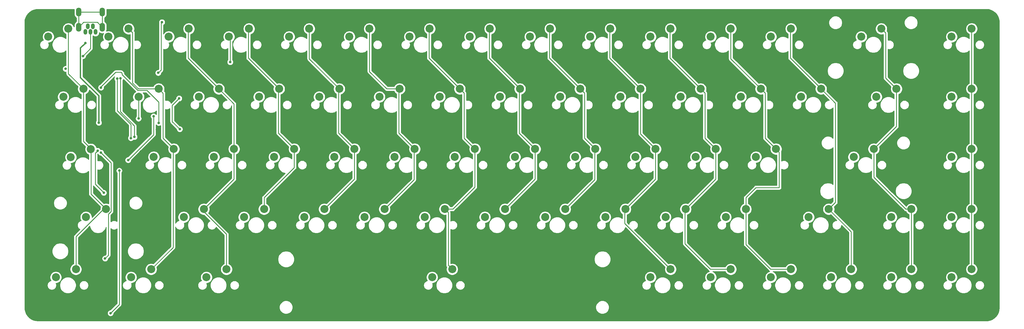
<source format=gtl>
%TF.GenerationSoftware,KiCad,Pcbnew,5.1.6-c6e7f7d~87~ubuntu20.04.1*%
%TF.CreationDate,2020-07-18T14:20:17-07:00*%
%TF.ProjectId,mrkeebstutorial,6d726b65-6562-4737-9475-746f7269616c,rev?*%
%TF.SameCoordinates,Original*%
%TF.FileFunction,Copper,L1,Top*%
%TF.FilePolarity,Positive*%
%FSLAX46Y46*%
G04 Gerber Fmt 4.6, Leading zero omitted, Abs format (unit mm)*
G04 Created by KiCad (PCBNEW 5.1.6-c6e7f7d~87~ubuntu20.04.1) date 2020-07-18 14:20:17*
%MOMM*%
%LPD*%
G01*
G04 APERTURE LIST*
%TA.AperFunction,ComponentPad*%
%ADD10C,2.540000*%
%TD*%
%TA.AperFunction,SMDPad,CuDef*%
%ADD11O,1.700000X2.799999*%
%TD*%
%TA.AperFunction,SMDPad,CuDef*%
%ADD12O,1.200000X1.800000*%
%TD*%
%TA.AperFunction,ComponentPad*%
%ADD13O,1.300000X2.400000*%
%TD*%
%TA.AperFunction,ComponentPad*%
%ADD14C,1.200000*%
%TD*%
%TA.AperFunction,ViaPad*%
%ADD15C,0.800000*%
%TD*%
%TA.AperFunction,Conductor*%
%ADD16C,0.254000*%
%TD*%
%TA.AperFunction,Conductor*%
%ADD17C,0.381000*%
%TD*%
%TA.AperFunction,Conductor*%
%ADD18C,0.250000*%
%TD*%
G04 APERTURE END LIST*
D10*
%TO.P,SW17,2*%
%TO.N,Net-(D17-Pad2)*%
X-384810000Y331152500D03*
%TO.P,SW17,1*%
%TO.N,Col2*%
X-378460000Y333692500D03*
%TD*%
%TO.P,SW31,2*%
%TO.N,Net-(D31-Pad2)*%
X-406271250Y312042500D03*
%TO.P,SW31,1*%
%TO.N,Col1*%
X-399921250Y314582500D03*
%TD*%
%TO.P,SW32,2*%
%TO.N,Net-(D32-Pad2)*%
X-380047500Y312102500D03*
%TO.P,SW32,1*%
%TO.N,Col2*%
X-373697500Y314642500D03*
%TD*%
%TO.P,SW18,2*%
%TO.N,Net-(D18-Pad2)*%
X-365760000Y331152500D03*
%TO.P,SW18,1*%
%TO.N,Col3*%
X-359410000Y333692500D03*
%TD*%
%TO.P,SW16,1*%
%TO.N,Col1*%
X-402274200Y333693880D03*
%TO.P,SW16,2*%
%TO.N,Net-(D16-Pad2)*%
X-408624200Y331153880D03*
%TD*%
%TO.P,SW45,1*%
%TO.N,Col1*%
X-395128750Y295592500D03*
%TO.P,SW45,2*%
%TO.N,Net-(D45-Pad2)*%
X-401478750Y293052500D03*
%TD*%
%TO.P,SW1,2*%
%TO.N,Net-(D1-Pad2)*%
X-413385000Y350202500D03*
%TO.P,SW1,1*%
%TO.N,Col1*%
X-407035000Y352742500D03*
%TD*%
%TO.P,SW2,2*%
%TO.N,Net-(D2-Pad2)*%
X-394335000Y350202500D03*
%TO.P,SW2,1*%
%TO.N,Col2*%
X-387985000Y352742500D03*
%TD*%
%TO.P,SW29,1*%
%TO.N,Col14*%
X-145097500Y333692500D03*
%TO.P,SW29,2*%
%TO.N,Net-(D29-Pad2)*%
X-151447500Y331152500D03*
%TD*%
%TO.P,SW68,2*%
%TO.N,Net-(D68-Pad2)*%
X-127635000Y274002500D03*
%TO.P,SW68,1*%
%TO.N,Col15*%
X-121285000Y276542500D03*
%TD*%
%TO.P,SW67,2*%
%TO.N,Net-(D67-Pad2)*%
X-146685000Y274002500D03*
%TO.P,SW67,1*%
%TO.N,Col14*%
X-140335000Y276542500D03*
%TD*%
%TO.P,SW66,2*%
%TO.N,Net-(D66-Pad2)*%
X-165735000Y274002500D03*
%TO.P,SW66,1*%
%TO.N,Col13*%
X-159385000Y276542500D03*
%TD*%
%TO.P,SW65,2*%
%TO.N,Net-(D65-Pad2)*%
X-184785000Y274002500D03*
%TO.P,SW65,1*%
%TO.N,Col12*%
X-178435000Y276542500D03*
%TD*%
%TO.P,SW64,2*%
%TO.N,Net-(D64-Pad2)*%
X-203835000Y274002500D03*
%TO.P,SW64,1*%
%TO.N,Col11*%
X-197485000Y276542500D03*
%TD*%
%TO.P,SW63,2*%
%TO.N,Net-(D63-Pad2)*%
X-222885000Y274002500D03*
%TO.P,SW63,1*%
%TO.N,Col10*%
X-216535000Y276542500D03*
%TD*%
%TO.P,SW62,1*%
%TO.N,Col7*%
X-285591250Y276542500D03*
%TO.P,SW62,2*%
%TO.N,Net-(D62-Pad2)*%
X-291941250Y274002500D03*
%TD*%
%TO.P,SW61,1*%
%TO.N,Col3*%
X-357028750Y276542500D03*
%TO.P,SW61,2*%
%TO.N,Net-(D61-Pad2)*%
X-363378750Y274002500D03*
%TD*%
%TO.P,SW60,1*%
%TO.N,Col2*%
X-380841250Y276542500D03*
%TO.P,SW60,2*%
%TO.N,Net-(D60-Pad2)*%
X-387191250Y274002500D03*
%TD*%
%TO.P,SW59,1*%
%TO.N,Col1*%
X-404653750Y276542500D03*
%TO.P,SW59,2*%
%TO.N,Net-(D59-Pad2)*%
X-411003750Y274002500D03*
%TD*%
%TO.P,SW58,2*%
%TO.N,Net-(D58-Pad2)*%
X-127635000Y293052500D03*
%TO.P,SW58,1*%
%TO.N,Col15*%
X-121285000Y295592500D03*
%TD*%
%TO.P,SW57,2*%
%TO.N,Net-(D57-Pad2)*%
X-146685000Y293052500D03*
%TO.P,SW57,1*%
%TO.N,Col14*%
X-140335000Y295592500D03*
%TD*%
%TO.P,SW56,1*%
%TO.N,Col13*%
X-166528750Y295592500D03*
%TO.P,SW56,2*%
%TO.N,Net-(D56-Pad2)*%
X-172878750Y293052500D03*
%TD*%
%TO.P,SW55,2*%
%TO.N,Net-(D55-Pad2)*%
X-199072500Y293052500D03*
%TO.P,SW55,1*%
%TO.N,Col12*%
X-192722500Y295592500D03*
%TD*%
%TO.P,SW54,2*%
%TO.N,Net-(D54-Pad2)*%
X-218122500Y293052500D03*
%TO.P,SW54,1*%
%TO.N,Col11*%
X-211772500Y295592500D03*
%TD*%
%TO.P,SW53,2*%
%TO.N,Net-(D53-Pad2)*%
X-237172500Y293052500D03*
%TO.P,SW53,1*%
%TO.N,Col10*%
X-230822500Y295592500D03*
%TD*%
%TO.P,SW52,2*%
%TO.N,Net-(D52-Pad2)*%
X-256222500Y293052500D03*
%TO.P,SW52,1*%
%TO.N,Col9*%
X-249872500Y295592500D03*
%TD*%
%TO.P,SW51,2*%
%TO.N,Net-(D51-Pad2)*%
X-275272500Y293052500D03*
%TO.P,SW51,1*%
%TO.N,Col8*%
X-268922500Y295592500D03*
%TD*%
%TO.P,SW50,2*%
%TO.N,Net-(D50-Pad2)*%
X-294322500Y293052500D03*
%TO.P,SW50,1*%
%TO.N,Col7*%
X-287972500Y295592500D03*
%TD*%
%TO.P,SW49,2*%
%TO.N,Net-(D49-Pad2)*%
X-313372500Y293052500D03*
%TO.P,SW49,1*%
%TO.N,Col6*%
X-307022500Y295592500D03*
%TD*%
%TO.P,SW48,2*%
%TO.N,Net-(D48-Pad2)*%
X-332422500Y293052500D03*
%TO.P,SW48,1*%
%TO.N,Col5*%
X-326072500Y295592500D03*
%TD*%
%TO.P,SW47,2*%
%TO.N,Net-(D47-Pad2)*%
X-351472500Y293052500D03*
%TO.P,SW47,1*%
%TO.N,Col4*%
X-345122500Y295592500D03*
%TD*%
%TO.P,SW46,2*%
%TO.N,Net-(D46-Pad2)*%
X-370522500Y293052500D03*
%TO.P,SW46,1*%
%TO.N,Col3*%
X-364172500Y295592500D03*
%TD*%
%TO.P,SW44,2*%
%TO.N,Net-(D44-Pad2)*%
X-127635000Y312102500D03*
%TO.P,SW44,1*%
%TO.N,Col15*%
X-121285000Y314642500D03*
%TD*%
%TO.P,SW43,1*%
%TO.N,Col14*%
X-152241250Y314642500D03*
%TO.P,SW43,2*%
%TO.N,Net-(D43-Pad2)*%
X-158591250Y312102500D03*
%TD*%
%TO.P,SW42,2*%
%TO.N,Net-(D42-Pad2)*%
X-189547500Y312102500D03*
%TO.P,SW42,1*%
%TO.N,Col12*%
X-183197500Y314642500D03*
%TD*%
%TO.P,SW41,2*%
%TO.N,Net-(D41-Pad2)*%
X-208597500Y312102500D03*
%TO.P,SW41,1*%
%TO.N,Col11*%
X-202247500Y314642500D03*
%TD*%
%TO.P,SW40,2*%
%TO.N,Net-(D40-Pad2)*%
X-227647500Y312102500D03*
%TO.P,SW40,1*%
%TO.N,Col10*%
X-221297500Y314642500D03*
%TD*%
%TO.P,SW39,2*%
%TO.N,Net-(D39-Pad2)*%
X-246697500Y312102500D03*
%TO.P,SW39,1*%
%TO.N,Col9*%
X-240347500Y314642500D03*
%TD*%
%TO.P,SW38,2*%
%TO.N,Net-(D38-Pad2)*%
X-265747500Y312102500D03*
%TO.P,SW38,1*%
%TO.N,Col8*%
X-259397500Y314642500D03*
%TD*%
%TO.P,SW37,2*%
%TO.N,Net-(D37-Pad2)*%
X-284797500Y312102500D03*
%TO.P,SW37,1*%
%TO.N,Col7*%
X-278447500Y314642500D03*
%TD*%
%TO.P,SW36,2*%
%TO.N,Net-(D36-Pad2)*%
X-303847500Y312102500D03*
%TO.P,SW36,1*%
%TO.N,Col6*%
X-297497500Y314642500D03*
%TD*%
%TO.P,SW35,2*%
%TO.N,Net-(D35-Pad2)*%
X-322897500Y312102500D03*
%TO.P,SW35,1*%
%TO.N,Col5*%
X-316547500Y314642500D03*
%TD*%
%TO.P,SW34,2*%
%TO.N,Net-(D34-Pad2)*%
X-341947500Y312102500D03*
%TO.P,SW34,1*%
%TO.N,Col4*%
X-335597500Y314642500D03*
%TD*%
%TO.P,SW33,2*%
%TO.N,Net-(D33-Pad2)*%
X-360997500Y312102500D03*
%TO.P,SW33,1*%
%TO.N,Col3*%
X-354647500Y314642500D03*
%TD*%
%TO.P,SW30,2*%
%TO.N,Net-(D30-Pad2)*%
X-127635000Y331152500D03*
%TO.P,SW30,1*%
%TO.N,Col15*%
X-121285000Y333692500D03*
%TD*%
%TO.P,SW28,2*%
%TO.N,Net-(D28-Pad2)*%
X-175260000Y331152500D03*
%TO.P,SW28,1*%
%TO.N,Col13*%
X-168910000Y333692500D03*
%TD*%
%TO.P,SW27,2*%
%TO.N,Net-(D27-Pad2)*%
X-194310000Y331152500D03*
%TO.P,SW27,1*%
%TO.N,Col12*%
X-187960000Y333692500D03*
%TD*%
%TO.P,SW26,2*%
%TO.N,Net-(D26-Pad2)*%
X-213360000Y331152500D03*
%TO.P,SW26,1*%
%TO.N,Col11*%
X-207010000Y333692500D03*
%TD*%
%TO.P,SW25,2*%
%TO.N,Net-(D25-Pad2)*%
X-232410000Y331152500D03*
%TO.P,SW25,1*%
%TO.N,Col10*%
X-226060000Y333692500D03*
%TD*%
%TO.P,SW24,2*%
%TO.N,Net-(D24-Pad2)*%
X-251460000Y331152500D03*
%TO.P,SW24,1*%
%TO.N,Col9*%
X-245110000Y333692500D03*
%TD*%
%TO.P,SW23,2*%
%TO.N,Net-(D23-Pad2)*%
X-270510000Y331152500D03*
%TO.P,SW23,1*%
%TO.N,Col8*%
X-264160000Y333692500D03*
%TD*%
%TO.P,SW22,2*%
%TO.N,Net-(D22-Pad2)*%
X-289560000Y331152500D03*
%TO.P,SW22,1*%
%TO.N,Col7*%
X-283210000Y333692500D03*
%TD*%
%TO.P,SW21,2*%
%TO.N,Net-(D21-Pad2)*%
X-308610000Y331152500D03*
%TO.P,SW21,1*%
%TO.N,Col6*%
X-302260000Y333692500D03*
%TD*%
%TO.P,SW20,2*%
%TO.N,Net-(D20-Pad2)*%
X-327660000Y331152500D03*
%TO.P,SW20,1*%
%TO.N,Col5*%
X-321310000Y333692500D03*
%TD*%
%TO.P,SW19,2*%
%TO.N,Net-(D19-Pad2)*%
X-346710000Y331152500D03*
%TO.P,SW19,1*%
%TO.N,Col4*%
X-340360000Y333692500D03*
%TD*%
%TO.P,SW15,2*%
%TO.N,Net-(D15-Pad2)*%
X-127635000Y350202500D03*
%TO.P,SW15,1*%
%TO.N,Col15*%
X-121285000Y352742500D03*
%TD*%
%TO.P,SW14,1*%
%TO.N,Col14*%
X-149860000Y352742500D03*
%TO.P,SW14,2*%
%TO.N,Net-(D14-Pad2)*%
X-156210000Y350202500D03*
%TD*%
%TO.P,SW13,2*%
%TO.N,Net-(D13-Pad2)*%
X-184785000Y350202500D03*
%TO.P,SW13,1*%
%TO.N,Col13*%
X-178435000Y352742500D03*
%TD*%
%TO.P,SW12,2*%
%TO.N,Net-(D12-Pad2)*%
X-203835000Y350202500D03*
%TO.P,SW12,1*%
%TO.N,Col12*%
X-197485000Y352742500D03*
%TD*%
%TO.P,SW11,2*%
%TO.N,Net-(D11-Pad2)*%
X-222885000Y350202500D03*
%TO.P,SW11,1*%
%TO.N,Col11*%
X-216535000Y352742500D03*
%TD*%
%TO.P,SW10,2*%
%TO.N,Net-(D10-Pad2)*%
X-241935000Y350202500D03*
%TO.P,SW10,1*%
%TO.N,Col10*%
X-235585000Y352742500D03*
%TD*%
%TO.P,SW9,2*%
%TO.N,Net-(D9-Pad2)*%
X-260985000Y350202500D03*
%TO.P,SW9,1*%
%TO.N,Col9*%
X-254635000Y352742500D03*
%TD*%
%TO.P,SW8,2*%
%TO.N,Net-(D8-Pad2)*%
X-280035000Y350202500D03*
%TO.P,SW8,1*%
%TO.N,Col8*%
X-273685000Y352742500D03*
%TD*%
%TO.P,SW7,2*%
%TO.N,Net-(D7-Pad2)*%
X-299085000Y350202500D03*
%TO.P,SW7,1*%
%TO.N,Col7*%
X-292735000Y352742500D03*
%TD*%
%TO.P,SW6,2*%
%TO.N,Net-(D6-Pad2)*%
X-318135000Y350202500D03*
%TO.P,SW6,1*%
%TO.N,Col6*%
X-311785000Y352742500D03*
%TD*%
%TO.P,SW5,2*%
%TO.N,Net-(D5-Pad2)*%
X-337185000Y350202500D03*
%TO.P,SW5,1*%
%TO.N,Col5*%
X-330835000Y352742500D03*
%TD*%
%TO.P,SW4,2*%
%TO.N,Net-(D4-Pad2)*%
X-356235000Y350202500D03*
%TO.P,SW4,1*%
%TO.N,Col4*%
X-349885000Y352742500D03*
%TD*%
%TO.P,SW3,1*%
%TO.N,Col3*%
X-368935000Y352742500D03*
%TO.P,SW3,2*%
%TO.N,Net-(D3-Pad2)*%
X-375285000Y350202500D03*
%TD*%
D11*
%TO.P,J1,6*%
%TO.N,Net-(J1-Pad6)*%
X-403752540Y353235260D03*
X-403752540Y357985260D03*
X-396352540Y357985260D03*
X-396352540Y353235260D03*
D12*
%TO.P,J1,2*%
%TO.N,Net-(J1-Pad2)*%
X-400852540Y353535260D03*
%TO.P,J1,4*%
%TO.N,Net-(J1-Pad4)*%
X-399252540Y353535260D03*
%TO.P,J1,5*%
%TO.N,Net-(J1-Pad5)*%
X-398452540Y351735260D03*
%TO.P,J1,3*%
%TO.N,Net-(J1-Pad3)*%
X-400052540Y351735260D03*
%TO.P,J1,1*%
%TO.N,+5V*%
X-401652540Y351735260D03*
D13*
%TO.P,J1,6*%
%TO.N,Net-(J1-Pad6)*%
X-403752540Y357985260D03*
X-396352540Y357985260D03*
X-403752540Y353235260D03*
X-396352540Y353235260D03*
D14*
%TO.P,J1,4*%
%TO.N,Net-(J1-Pad4)*%
X-399252540Y353235260D03*
%TO.P,J1,2*%
%TO.N,Net-(J1-Pad2)*%
X-400852540Y353235260D03*
%TO.P,J1,1*%
%TO.N,+5V*%
X-401652540Y352035260D03*
%TO.P,J1,5*%
%TO.N,Net-(J1-Pad5)*%
X-398452540Y352035260D03*
%TO.P,J1,3*%
%TO.N,Net-(J1-Pad3)*%
X-400052540Y352035260D03*
%TD*%
D15*
%TO.N,RST*%
X-388130559Y311139441D03*
X-380088441Y324990608D03*
%TO.N,GND*%
X-382430000Y319630000D03*
X-398580418Y320289582D03*
X-387850000Y326930000D03*
X-384150000Y313840000D03*
X-394978240Y308920000D03*
X-371480000Y324750000D03*
X-379050000Y320750000D03*
X-415657129Y300000000D03*
%TO.N,+5V*%
X-401652540Y348215040D03*
X-397406250Y322968750D03*
%TO.N,Net-(D4-Pad2)*%
X-355850000Y342180000D03*
%TO.N,Net-(J1-Pad3)*%
X-402431250Y344090625D03*
%TO.N,Net-(R3-Pad1)*%
X-387281250Y318093750D03*
X-391593750Y336937500D03*
%TO.N,Net-(R4-Pad1)*%
X-386156250Y318468750D03*
X-390597176Y337020234D03*
%TO.N,Net-(R5-Pad2)*%
X-372000000Y330656250D03*
X-371800000Y320920000D03*
%TO.N,Row1*%
X-407940000Y340040000D03*
%TO.N,Row2*%
X-378480000Y322910000D03*
X-396720000Y334100000D03*
%TO.N,Net-(D17-Pad2)*%
X-384843750Y324281250D03*
%TO.N,Row4*%
X-396750000Y313500000D03*
X-395438599Y279938599D03*
%TO.N,Row5*%
X-390937500Y307781250D03*
X-393715251Y262628499D03*
%TO.N,Col8*%
X-378620340Y338768740D03*
X-377429710Y354807740D03*
%TO.N,Row3*%
X-397781250Y314062500D03*
X-395848750Y300768750D03*
%TD*%
D16*
%TO.N,RST*%
X-380088441Y319181559D02*
X-380088441Y324990608D01*
X-388130559Y311139441D02*
X-380088441Y319181559D01*
D17*
%TO.N,+5V*%
X-401652540Y348215040D02*
X-403221751Y346645829D01*
X-397406250Y331493998D02*
X-403221751Y337309499D01*
X-397406250Y322968750D02*
X-397406250Y331493998D01*
X-403221751Y346645829D02*
X-403221751Y337309499D01*
D18*
%TO.N,Col1*%
X-407035000Y338455000D02*
X-402272500Y333692500D01*
X-407035000Y352742500D02*
X-407035000Y338455000D01*
X-402272500Y317023750D02*
X-399891250Y314642500D01*
X-402272500Y333692500D02*
X-402272500Y317023750D01*
X-399891250Y300355000D02*
X-395128750Y295592500D01*
X-399891250Y314642500D02*
X-399891250Y300355000D01*
X-404653750Y286867166D02*
X-404653750Y276542500D01*
X-395928416Y295592500D02*
X-404653750Y286867166D01*
X-395128750Y295592500D02*
X-395928416Y295592500D01*
D16*
%TO.N,Net-(D4-Pad2)*%
X-355850000Y349817500D02*
X-356235000Y350202500D01*
X-355850000Y342180000D02*
X-355850000Y349817500D01*
%TO.N,Net-(J1-Pad6)*%
X-396352540Y353235260D02*
X-396352540Y357985260D01*
X-396352540Y357985260D02*
X-403752540Y357985260D01*
X-403752540Y357985260D02*
X-403752540Y353235260D01*
X-397879550Y354762270D02*
X-396352540Y353235260D01*
X-402225530Y354762270D02*
X-397879550Y354762270D01*
X-403752540Y353235260D02*
X-402225530Y354762270D01*
D18*
%TO.N,Net-(J1-Pad3)*%
X-400052540Y346469335D02*
X-400052540Y352035260D01*
X-402431250Y344090625D02*
X-400052540Y346469335D01*
D16*
%TO.N,Net-(R3-Pad1)*%
X-387281250Y318093750D02*
X-387281250Y322451250D01*
X-391593750Y326763750D02*
X-391593750Y336937500D01*
X-387281250Y322451250D02*
X-391593750Y326763750D01*
%TO.N,Net-(R4-Pad1)*%
X-386156250Y321968316D02*
X-386156250Y318468750D01*
X-390597176Y326409242D02*
X-386156250Y321968316D01*
X-390597176Y337020234D02*
X-390597176Y326409242D01*
%TO.N,Net-(R5-Pad2)*%
X-372000000Y330656250D02*
X-374181250Y328475000D01*
X-374181250Y323301250D02*
X-371800000Y320920000D01*
X-374181250Y328475000D02*
X-374181250Y323301250D01*
%TO.N,Row1*%
X-407925000Y340025000D02*
X-407940000Y340040000D01*
%TO.N,Row2*%
X-390401039Y338977001D02*
X-392072999Y338977001D01*
X-390022999Y338598961D02*
X-390401039Y338977001D01*
X-390022999Y338186886D02*
X-390022999Y338598961D01*
X-385076604Y333240491D02*
X-390022999Y338186886D01*
X-382193056Y333240490D02*
X-385076604Y333240491D01*
X-378480000Y329527434D02*
X-382193056Y333240490D01*
X-378480000Y322910000D02*
X-378480000Y329527434D01*
X-396720000Y334330000D02*
X-396720000Y334100000D01*
X-392072999Y338977001D02*
X-396720000Y334330000D01*
%TO.N,Net-(D17-Pad2)*%
X-384843750Y331118750D02*
X-384810000Y331152500D01*
X-384843750Y324281250D02*
X-384843750Y331118750D01*
D18*
%TO.N,Col15*%
X-121285000Y276542500D02*
X-121285000Y295592500D01*
X-121285000Y295592500D02*
X-121285000Y314642500D01*
X-121285000Y314642500D02*
X-121285000Y333692500D01*
X-121285000Y333692500D02*
X-121285000Y352742500D01*
D16*
%TO.N,Row4*%
X-394362189Y281015009D02*
X-395438599Y279938599D01*
X-394362189Y293995499D02*
X-394362189Y281015009D01*
X-393531749Y294825939D02*
X-394362189Y293995499D01*
X-393531749Y310281749D02*
X-393531749Y294825939D01*
X-396750000Y313500000D02*
X-393531749Y310281749D01*
%TO.N,Row5*%
X-390937500Y265406250D02*
X-393715251Y262628499D01*
X-390937500Y307781250D02*
X-390937500Y265406250D01*
D18*
%TO.N,Col2*%
X-373918599Y314421401D02*
X-373697500Y314642500D01*
X-373918599Y283465151D02*
X-373918599Y314421401D01*
X-380841250Y276542500D02*
X-373918599Y283465151D01*
X-378681099Y333471401D02*
X-378460000Y333692500D01*
X-378460000Y333692500D02*
X-384889375Y333692500D01*
X-386715001Y351472501D02*
X-387985000Y352742500D01*
X-386715001Y335518126D02*
X-386715001Y351472501D01*
X-384889375Y333692500D02*
X-386715001Y335518126D01*
D16*
X-377921642Y333154142D02*
X-378460000Y333692500D01*
X-378460000Y333692500D02*
X-377070000Y332302500D01*
X-377097901Y318042901D02*
X-376762500Y317707500D01*
X-377070000Y332302500D02*
X-377097901Y332274599D01*
X-377097901Y332274599D02*
X-377097901Y318042901D01*
X-373697500Y314642500D02*
X-376762500Y317707500D01*
D18*
%TO.N,Col3*%
X-364172500Y294792834D02*
X-364172500Y295592500D01*
X-357028750Y287649084D02*
X-364172500Y294792834D01*
X-357028750Y276542500D02*
X-357028750Y287649084D01*
X-354647500Y305117500D02*
X-354647500Y314642500D01*
X-364172500Y295592500D02*
X-354647500Y305117500D01*
X-354647500Y328930000D02*
X-359410000Y333692500D01*
X-354647500Y314642500D02*
X-354647500Y328930000D01*
X-369156099Y352521401D02*
X-368935000Y352742500D01*
X-369156099Y343438599D02*
X-369156099Y352521401D01*
X-359410000Y333692500D02*
X-369156099Y343438599D01*
%TO.N,Col4*%
X-335597500Y308762834D02*
X-335597500Y314642500D01*
X-345122500Y299237834D02*
X-335597500Y308762834D01*
X-345122500Y295592500D02*
X-345122500Y299237834D01*
X-340581099Y333471401D02*
X-340360000Y333692500D01*
X-340581099Y319626099D02*
X-340581099Y333471401D01*
X-335597500Y314642500D02*
X-340581099Y319626099D01*
X-350106099Y352521401D02*
X-349885000Y352742500D01*
X-350106099Y343438599D02*
X-350106099Y352521401D01*
X-340360000Y333692500D02*
X-350106099Y343438599D01*
%TO.N,Col5*%
X-316547500Y305117500D02*
X-316547500Y314642500D01*
X-326072500Y295592500D02*
X-316547500Y305117500D01*
X-321531099Y333471401D02*
X-321310000Y333692500D01*
X-321531099Y319626099D02*
X-321531099Y333471401D01*
X-316547500Y314642500D02*
X-321531099Y319626099D01*
X-330835000Y343217500D02*
X-330835000Y352742500D01*
X-321310000Y333692500D02*
X-330835000Y343217500D01*
%TO.N,Col6*%
X-297718599Y314421401D02*
X-297497500Y314642500D01*
X-297718599Y304896401D02*
X-297718599Y314421401D01*
X-307022500Y295592500D02*
X-297718599Y304896401D01*
X-302481099Y319626099D02*
X-302481099Y333471401D01*
X-302481099Y333471401D02*
X-302260000Y333692500D01*
X-297497500Y314642500D02*
X-302481099Y319626099D01*
X-302260000Y333692500D02*
X-306308125Y333692500D01*
X-311785000Y339169375D02*
X-311785000Y352742500D01*
X-306308125Y333692500D02*
X-311785000Y339169375D01*
%TO.N,Col7*%
X-287972500Y295592500D02*
X-285432500Y295592500D01*
X-278447500Y302577500D02*
X-278447500Y314642500D01*
X-285432500Y295592500D02*
X-278447500Y302577500D01*
X-281845901Y332328401D02*
X-283210000Y333692500D01*
X-281845901Y318040901D02*
X-281845901Y332328401D01*
X-292956099Y352521401D02*
X-292735000Y352742500D01*
X-292956099Y343438599D02*
X-292956099Y352521401D01*
X-283210000Y333692500D02*
X-292956099Y343438599D01*
X-278447500Y314642500D02*
X-281845901Y318040901D01*
D16*
X-286861249Y294481249D02*
X-287972500Y295592500D01*
X-286861249Y277812499D02*
X-286861249Y294481249D01*
X-285591250Y276542500D02*
X-286861249Y277812499D01*
D18*
%TO.N,Col8*%
X-259397500Y305117500D02*
X-259397500Y314642500D01*
X-268922500Y295592500D02*
X-259397500Y305117500D01*
X-264381099Y333471401D02*
X-264160000Y333692500D01*
X-264381099Y319626099D02*
X-264381099Y333471401D01*
X-259397500Y314642500D02*
X-264381099Y319626099D01*
X-273906099Y352521401D02*
X-273685000Y352742500D01*
X-273906099Y343438599D02*
X-273906099Y352521401D01*
X-264160000Y333692500D02*
X-273906099Y343438599D01*
D16*
X-378620340Y338768740D02*
X-377732901Y339656179D01*
X-377732901Y354504549D02*
X-377429710Y354807740D01*
X-377732901Y339656179D02*
X-377732901Y354504549D01*
D18*
%TO.N,Col9*%
X-240568599Y314421401D02*
X-240347500Y314642500D01*
X-240568599Y304896401D02*
X-240568599Y314421401D01*
X-249872500Y295592500D02*
X-240568599Y304896401D01*
X-243745901Y332328401D02*
X-245110000Y333692500D01*
X-243745901Y318040901D02*
X-243745901Y332328401D01*
X-240347500Y314642500D02*
X-243745901Y318040901D01*
X-254856099Y352521401D02*
X-254635000Y352742500D01*
X-254856099Y343438599D02*
X-254856099Y352521401D01*
X-245110000Y333692500D02*
X-254856099Y343438599D01*
%TO.N,Col10*%
X-221297500Y305117500D02*
X-221297500Y314642500D01*
X-230822500Y295592500D02*
X-221297500Y305117500D01*
X-226060000Y319405000D02*
X-226060000Y333692500D01*
X-221297500Y314642500D02*
X-226060000Y319405000D01*
X-235806099Y352521401D02*
X-235585000Y352742500D01*
X-235806099Y343438599D02*
X-235806099Y352521401D01*
X-226060000Y333692500D02*
X-235806099Y343438599D01*
X-231043599Y295371401D02*
X-230822500Y295592500D01*
X-231043599Y291051099D02*
X-231043599Y295371401D01*
X-216535000Y276542500D02*
X-231043599Y291051099D01*
%TO.N,Col11*%
X-202247500Y305117500D02*
X-202247500Y314642500D01*
X-211772500Y295592500D02*
X-202247500Y305117500D01*
X-205645901Y332328401D02*
X-207010000Y333692500D01*
X-205645901Y318040901D02*
X-205645901Y332328401D01*
X-202247500Y314642500D02*
X-205645901Y318040901D01*
X-216756099Y352521401D02*
X-216535000Y352742500D01*
X-216756099Y343438599D02*
X-216756099Y352521401D01*
X-207010000Y333692500D02*
X-216756099Y343438599D01*
X-197485000Y276542500D02*
X-203914375Y276542500D01*
X-211993599Y295371401D02*
X-211772500Y295592500D01*
X-211993599Y284621724D02*
X-211993599Y295371401D01*
X-203914375Y276542500D02*
X-211993599Y284621724D01*
%TO.N,Col12*%
X-178435000Y276542500D02*
X-184864375Y276542500D01*
X-192722500Y284400625D02*
X-192722500Y295592500D01*
X-184864375Y276542500D02*
X-192722500Y284400625D01*
X-192722500Y299237834D02*
X-189541584Y302418750D01*
X-192722500Y295592500D02*
X-192722500Y299237834D01*
X-189541584Y302418750D02*
X-182165625Y302418750D01*
X-182165625Y313610625D02*
X-183197500Y314642500D01*
X-182165625Y302418750D02*
X-182165625Y313610625D01*
X-186595901Y332328401D02*
X-187960000Y333692500D01*
X-186595901Y318040901D02*
X-186595901Y332328401D01*
X-183197500Y314642500D02*
X-186595901Y318040901D01*
X-197485000Y343217500D02*
X-197485000Y352742500D01*
X-187960000Y333692500D02*
X-197485000Y343217500D01*
%TO.N,Col13*%
X-159385000Y288448750D02*
X-166528750Y295592500D01*
X-159385000Y276542500D02*
X-159385000Y288448750D01*
X-164400349Y329182849D02*
X-168910000Y333692500D01*
X-164400349Y297720901D02*
X-164400349Y329182849D01*
X-166528750Y295592500D02*
X-164400349Y297720901D01*
X-178656099Y343438599D02*
X-178656099Y351172026D01*
X-168910000Y333692500D02*
X-178656099Y343438599D01*
D16*
X-178656099Y352521401D02*
X-178435000Y352742500D01*
X-178656099Y351172026D02*
X-178656099Y352521401D01*
D18*
%TO.N,Col14*%
X-140335000Y276542500D02*
X-140335000Y295592500D01*
X-152241250Y305702699D02*
X-152241250Y314642500D01*
X-142131051Y295592500D02*
X-152241250Y305702699D01*
X-140335000Y295592500D02*
X-142131051Y295592500D01*
X-145097500Y321786250D02*
X-145097500Y333692500D01*
X-152241250Y314642500D02*
X-145097500Y321786250D01*
X-148495901Y351378401D02*
X-149860000Y352742500D01*
X-148495901Y337090901D02*
X-148495901Y351378401D01*
X-145097500Y333692500D02*
X-148495901Y337090901D01*
D16*
%TO.N,Row3*%
X-398559151Y303479151D02*
X-395848750Y300768750D01*
X-398559151Y313284599D02*
X-398559151Y303479151D01*
X-397781250Y314062500D02*
X-398559151Y313284599D01*
%TD*%
%TO.N,GND*%
G36*
X-405216053Y358826369D02*
G01*
X-405237540Y358608208D01*
X-405237540Y357362311D01*
X-405216053Y357144150D01*
X-405131139Y356864227D01*
X-404993245Y356606247D01*
X-404807673Y356380127D01*
X-404581553Y356194555D01*
X-404514540Y356158736D01*
X-404514539Y355061785D01*
X-404581554Y355025965D01*
X-404807674Y354840393D01*
X-404993246Y354614272D01*
X-405131139Y354356292D01*
X-405216053Y354076369D01*
X-405237540Y353858208D01*
X-405237540Y353381051D01*
X-405346811Y353644856D01*
X-405555290Y353956866D01*
X-405820634Y354222210D01*
X-406132644Y354430689D01*
X-406479332Y354574291D01*
X-406847374Y354647500D01*
X-407222626Y354647500D01*
X-407590668Y354574291D01*
X-407937356Y354430689D01*
X-408249366Y354222210D01*
X-408514710Y353956866D01*
X-408723189Y353644856D01*
X-408866791Y353298168D01*
X-408940000Y352930126D01*
X-408940000Y352554874D01*
X-408866791Y352186832D01*
X-408723189Y351840144D01*
X-408514710Y351528134D01*
X-408249366Y351262790D01*
X-407937356Y351054311D01*
X-407795000Y350995346D01*
X-407795000Y349600326D01*
X-407899174Y349704500D01*
X-408329749Y349992201D01*
X-408808178Y350190373D01*
X-409316076Y350291400D01*
X-409833924Y350291400D01*
X-410341822Y350190373D01*
X-410820251Y349992201D01*
X-411250826Y349704500D01*
X-411617000Y349338326D01*
X-411904701Y348907751D01*
X-412102873Y348429322D01*
X-412203900Y347921424D01*
X-412203900Y347403576D01*
X-412102873Y346895678D01*
X-411904701Y346417249D01*
X-411617000Y345986674D01*
X-411250826Y345620500D01*
X-410820251Y345332799D01*
X-410341822Y345134627D01*
X-409833924Y345033600D01*
X-409316076Y345033600D01*
X-408808178Y345134627D01*
X-408329749Y345332799D01*
X-407899174Y345620500D01*
X-407795000Y345724674D01*
X-407794999Y341066435D01*
X-407838061Y341075000D01*
X-408041939Y341075000D01*
X-408241898Y341035226D01*
X-408430256Y340957205D01*
X-408599774Y340843937D01*
X-408743937Y340699774D01*
X-408857205Y340530256D01*
X-408935226Y340341898D01*
X-408975000Y340141939D01*
X-408975000Y339938061D01*
X-408935226Y339738102D01*
X-408857205Y339549744D01*
X-408743937Y339380226D01*
X-408599774Y339236063D01*
X-408430256Y339122795D01*
X-408241898Y339044774D01*
X-408041939Y339005000D01*
X-407838061Y339005000D01*
X-407794999Y339013565D01*
X-407794999Y338492332D01*
X-407798676Y338455000D01*
X-407784002Y338306015D01*
X-407740546Y338162754D01*
X-407669974Y338030724D01*
X-407622190Y337972500D01*
X-407575000Y337914999D01*
X-407546002Y337891201D01*
X-404046932Y334392130D01*
X-404105991Y334249548D01*
X-404179200Y333881506D01*
X-404179200Y333506254D01*
X-404105991Y333138212D01*
X-403962389Y332791524D01*
X-403753910Y332479514D01*
X-403488566Y332214170D01*
X-403176556Y332005691D01*
X-403032500Y331946021D01*
X-403032500Y330550006D01*
X-403138374Y330655880D01*
X-403568949Y330943581D01*
X-404047378Y331141753D01*
X-404555276Y331242780D01*
X-405073124Y331242780D01*
X-405581022Y331141753D01*
X-406059451Y330943581D01*
X-406490026Y330655880D01*
X-406856200Y330289706D01*
X-407143901Y329859131D01*
X-407342073Y329380702D01*
X-407443100Y328872804D01*
X-407443100Y328354956D01*
X-407342073Y327847058D01*
X-407143901Y327368629D01*
X-406856200Y326938054D01*
X-406490026Y326571880D01*
X-406059451Y326284179D01*
X-405581022Y326086007D01*
X-405073124Y325984980D01*
X-404555276Y325984980D01*
X-404047378Y326086007D01*
X-403568949Y326284179D01*
X-403138374Y326571880D01*
X-403032500Y326677754D01*
X-403032499Y317061083D01*
X-403036176Y317023750D01*
X-403021502Y316874765D01*
X-402978046Y316731504D01*
X-402907474Y316599474D01*
X-402836299Y316512748D01*
X-402812500Y316483749D01*
X-402783502Y316459951D01*
X-401667715Y315344164D01*
X-401753041Y315138168D01*
X-401826250Y314770126D01*
X-401826250Y314394874D01*
X-401753041Y314026832D01*
X-401609439Y313680144D01*
X-401400960Y313368134D01*
X-401135616Y313102790D01*
X-400823606Y312894311D01*
X-400651250Y312822919D01*
X-400651250Y311410326D01*
X-400785424Y311544500D01*
X-401215999Y311832201D01*
X-401694428Y312030373D01*
X-402202326Y312131400D01*
X-402720174Y312131400D01*
X-403228072Y312030373D01*
X-403706501Y311832201D01*
X-404137076Y311544500D01*
X-404503250Y311178326D01*
X-404790951Y310747751D01*
X-404989123Y310269322D01*
X-405090150Y309761424D01*
X-405090150Y309243576D01*
X-404989123Y308735678D01*
X-404790951Y308257249D01*
X-404503250Y307826674D01*
X-404137076Y307460500D01*
X-403706501Y307172799D01*
X-403228072Y306974627D01*
X-402720174Y306873600D01*
X-402202326Y306873600D01*
X-401694428Y306974627D01*
X-401215999Y307172799D01*
X-400785424Y307460500D01*
X-400651250Y307594674D01*
X-400651249Y300392332D01*
X-400654926Y300355000D01*
X-400651249Y300317667D01*
X-400640252Y300206014D01*
X-400627070Y300162558D01*
X-400596796Y300062754D01*
X-400526224Y299930724D01*
X-400478693Y299872808D01*
X-400431250Y299814999D01*
X-400402252Y299791201D01*
X-396901576Y296290524D01*
X-396960541Y296148168D01*
X-397033750Y295780126D01*
X-397033750Y295561968D01*
X-399573750Y293021968D01*
X-399573750Y293240126D01*
X-399646959Y293608168D01*
X-399790561Y293954856D01*
X-399999040Y294266866D01*
X-400264384Y294532210D01*
X-400576394Y294740689D01*
X-400923082Y294884291D01*
X-401291124Y294957500D01*
X-401666376Y294957500D01*
X-402034418Y294884291D01*
X-402381106Y294740689D01*
X-402693116Y294532210D01*
X-402958460Y294266866D01*
X-403166939Y293954856D01*
X-403310541Y293608168D01*
X-403383750Y293240126D01*
X-403383750Y292864874D01*
X-403310541Y292496832D01*
X-403166939Y292150144D01*
X-403045550Y291968473D01*
X-403182171Y291941298D01*
X-403452588Y291829288D01*
X-403695956Y291666674D01*
X-403902924Y291459706D01*
X-404065538Y291216338D01*
X-404177548Y290945921D01*
X-404234650Y290658848D01*
X-404234650Y290366152D01*
X-404177548Y290079079D01*
X-404065538Y289808662D01*
X-403902924Y289565294D01*
X-403695956Y289358326D01*
X-403452588Y289195712D01*
X-403415406Y289180311D01*
X-405164747Y287430970D01*
X-405193751Y287407167D01*
X-405248879Y287339992D01*
X-405288724Y287291442D01*
X-405324340Y287224809D01*
X-405359296Y287159412D01*
X-405402753Y287016151D01*
X-405413750Y286904498D01*
X-405413750Y286904488D01*
X-405417426Y286867166D01*
X-405413750Y286829844D01*
X-405413749Y278289655D01*
X-405556106Y278230689D01*
X-405868116Y278022210D01*
X-406133460Y277756866D01*
X-406341939Y277444856D01*
X-406485541Y277098168D01*
X-406558750Y276730126D01*
X-406558750Y276354874D01*
X-406485541Y275986832D01*
X-406341939Y275640144D01*
X-406133460Y275328134D01*
X-405868116Y275062790D01*
X-405556106Y274854311D01*
X-405209418Y274710709D01*
X-404841376Y274637500D01*
X-404466124Y274637500D01*
X-404098082Y274710709D01*
X-403751394Y274854311D01*
X-403439384Y275062790D01*
X-403174040Y275328134D01*
X-402965561Y275640144D01*
X-402821959Y275986832D01*
X-402748750Y276354874D01*
X-402748750Y276730126D01*
X-402821959Y277098168D01*
X-402965561Y277444856D01*
X-403174040Y277756866D01*
X-403439384Y278022210D01*
X-403751394Y278230689D01*
X-403893750Y278289654D01*
X-403893750Y286552365D01*
X-400280211Y290165904D01*
X-400196623Y289745678D01*
X-399998451Y289267249D01*
X-399710750Y288836674D01*
X-399344576Y288470500D01*
X-398914001Y288182799D01*
X-398435572Y287984627D01*
X-397927674Y287883600D01*
X-397409826Y287883600D01*
X-396901928Y287984627D01*
X-396423499Y288182799D01*
X-395992924Y288470500D01*
X-395626750Y288836674D01*
X-395339049Y289267249D01*
X-395140877Y289745678D01*
X-395124189Y289829576D01*
X-395124188Y281330640D01*
X-395481229Y280973599D01*
X-395540538Y280973599D01*
X-395740497Y280933825D01*
X-395928855Y280855804D01*
X-396098373Y280742536D01*
X-396242536Y280598373D01*
X-396355804Y280428855D01*
X-396433825Y280240497D01*
X-396473599Y280040538D01*
X-396473599Y279836660D01*
X-396433825Y279636701D01*
X-396355804Y279448343D01*
X-396242536Y279278825D01*
X-396098373Y279134662D01*
X-395928855Y279021394D01*
X-395740497Y278943373D01*
X-395540538Y278903599D01*
X-395336660Y278903599D01*
X-395136701Y278943373D01*
X-394948343Y279021394D01*
X-394778825Y279134662D01*
X-394634662Y279278825D01*
X-394521394Y279448343D01*
X-394443373Y279636701D01*
X-394403599Y279836660D01*
X-394403599Y279895969D01*
X-393849843Y280449725D01*
X-393820767Y280473587D01*
X-393760332Y280547228D01*
X-393725544Y280589616D01*
X-393654788Y280721993D01*
X-393654787Y280721994D01*
X-393611215Y280865631D01*
X-393600189Y280977583D01*
X-393600189Y280977586D01*
X-393596503Y281015009D01*
X-393600189Y281052432D01*
X-393600189Y289422559D01*
X-393535956Y289358326D01*
X-393292588Y289195712D01*
X-393022171Y289083702D01*
X-392735098Y289026600D01*
X-392442402Y289026600D01*
X-392155329Y289083702D01*
X-391884912Y289195712D01*
X-391699500Y289319601D01*
X-391699499Y265721882D01*
X-393757881Y263663499D01*
X-393817190Y263663499D01*
X-394017149Y263623725D01*
X-394205507Y263545704D01*
X-394375025Y263432436D01*
X-394519188Y263288273D01*
X-394632456Y263118755D01*
X-394710477Y262930397D01*
X-394750251Y262730438D01*
X-394750251Y262526560D01*
X-394710477Y262326601D01*
X-394632456Y262138243D01*
X-394519188Y261968725D01*
X-394375025Y261824562D01*
X-394205507Y261711294D01*
X-394017149Y261633273D01*
X-393817190Y261593499D01*
X-393613312Y261593499D01*
X-393413353Y261633273D01*
X-393224995Y261711294D01*
X-393055477Y261824562D01*
X-392911314Y261968725D01*
X-392798046Y262138243D01*
X-392720025Y262326601D01*
X-392680251Y262526560D01*
X-392680251Y262585869D01*
X-390575977Y264690143D01*
X-340328250Y264690143D01*
X-340328250Y264264857D01*
X-340245280Y263847743D01*
X-340082531Y263454830D01*
X-339846254Y263101218D01*
X-339545532Y262800496D01*
X-339191920Y262564219D01*
X-338799007Y262401470D01*
X-338381893Y262318500D01*
X-337956607Y262318500D01*
X-337539493Y262401470D01*
X-337146580Y262564219D01*
X-336792968Y262800496D01*
X-336492246Y263101218D01*
X-336255969Y263454830D01*
X-336093220Y263847743D01*
X-336010250Y264264857D01*
X-336010250Y264690143D01*
X-240252250Y264690143D01*
X-240252250Y264264857D01*
X-240169280Y263847743D01*
X-240006531Y263454830D01*
X-239770254Y263101218D01*
X-239469532Y262800496D01*
X-239115920Y262564219D01*
X-238723007Y262401470D01*
X-238305893Y262318500D01*
X-237880607Y262318500D01*
X-237463493Y262401470D01*
X-237070580Y262564219D01*
X-236716968Y262800496D01*
X-236416246Y263101218D01*
X-236179969Y263454830D01*
X-236017220Y263847743D01*
X-235934250Y264264857D01*
X-235934250Y264690143D01*
X-236017220Y265107257D01*
X-236179969Y265500170D01*
X-236416246Y265853782D01*
X-236716968Y266154504D01*
X-237070580Y266390781D01*
X-237463493Y266553530D01*
X-237880607Y266636500D01*
X-238305893Y266636500D01*
X-238723007Y266553530D01*
X-239115920Y266390781D01*
X-239469532Y266154504D01*
X-239770254Y265853782D01*
X-240006531Y265500170D01*
X-240169280Y265107257D01*
X-240252250Y264690143D01*
X-336010250Y264690143D01*
X-336093220Y265107257D01*
X-336255969Y265500170D01*
X-336492246Y265853782D01*
X-336792968Y266154504D01*
X-337146580Y266390781D01*
X-337539493Y266553530D01*
X-337956607Y266636500D01*
X-338381893Y266636500D01*
X-338799007Y266553530D01*
X-339191920Y266390781D01*
X-339545532Y266154504D01*
X-339846254Y265853782D01*
X-340082531Y265500170D01*
X-340245280Y265107257D01*
X-340328250Y264690143D01*
X-390575977Y264690143D01*
X-390425148Y264840971D01*
X-390396078Y264864828D01*
X-390300855Y264980858D01*
X-390230098Y265113235D01*
X-390186526Y265256872D01*
X-390175500Y265368824D01*
X-390175500Y265368826D01*
X-390171814Y265406249D01*
X-390175500Y265443672D01*
X-390175500Y271608848D01*
X-389947150Y271608848D01*
X-389947150Y271316152D01*
X-389890048Y271029079D01*
X-389778038Y270758662D01*
X-389615424Y270515294D01*
X-389408456Y270308326D01*
X-389165088Y270145712D01*
X-388894671Y270033702D01*
X-388607598Y269976600D01*
X-388314902Y269976600D01*
X-388027829Y270033702D01*
X-387757412Y270145712D01*
X-387514044Y270308326D01*
X-387307076Y270515294D01*
X-387144462Y270758662D01*
X-387032452Y271029079D01*
X-386975350Y271316152D01*
X-386975350Y271608848D01*
X-386997742Y271721424D01*
X-386010150Y271721424D01*
X-386010150Y271203576D01*
X-385909123Y270695678D01*
X-385710951Y270217249D01*
X-385423250Y269786674D01*
X-385057076Y269420500D01*
X-384626501Y269132799D01*
X-384148072Y268934627D01*
X-383640174Y268833600D01*
X-383122326Y268833600D01*
X-382614428Y268934627D01*
X-382135999Y269132799D01*
X-381705424Y269420500D01*
X-381339250Y269786674D01*
X-381051549Y270217249D01*
X-380853377Y270695678D01*
X-380752350Y271203576D01*
X-380752350Y271608848D01*
X-379787150Y271608848D01*
X-379787150Y271316152D01*
X-379730048Y271029079D01*
X-379618038Y270758662D01*
X-379455424Y270515294D01*
X-379248456Y270308326D01*
X-379005088Y270145712D01*
X-378734671Y270033702D01*
X-378447598Y269976600D01*
X-378154902Y269976600D01*
X-377867829Y270033702D01*
X-377597412Y270145712D01*
X-377354044Y270308326D01*
X-377147076Y270515294D01*
X-376984462Y270758662D01*
X-376872452Y271029079D01*
X-376815350Y271316152D01*
X-376815350Y271608848D01*
X-366134650Y271608848D01*
X-366134650Y271316152D01*
X-366077548Y271029079D01*
X-365965538Y270758662D01*
X-365802924Y270515294D01*
X-365595956Y270308326D01*
X-365352588Y270145712D01*
X-365082171Y270033702D01*
X-364795098Y269976600D01*
X-364502402Y269976600D01*
X-364215329Y270033702D01*
X-363944912Y270145712D01*
X-363701544Y270308326D01*
X-363494576Y270515294D01*
X-363331962Y270758662D01*
X-363219952Y271029079D01*
X-363162850Y271316152D01*
X-363162850Y271608848D01*
X-363185242Y271721424D01*
X-362197650Y271721424D01*
X-362197650Y271203576D01*
X-362096623Y270695678D01*
X-361898451Y270217249D01*
X-361610750Y269786674D01*
X-361244576Y269420500D01*
X-360814001Y269132799D01*
X-360335572Y268934627D01*
X-359827674Y268833600D01*
X-359309826Y268833600D01*
X-358801928Y268934627D01*
X-358323499Y269132799D01*
X-357892924Y269420500D01*
X-357526750Y269786674D01*
X-357239049Y270217249D01*
X-357040877Y270695678D01*
X-356939850Y271203576D01*
X-356939850Y271608848D01*
X-355974650Y271608848D01*
X-355974650Y271316152D01*
X-355917548Y271029079D01*
X-355805538Y270758662D01*
X-355642924Y270515294D01*
X-355435956Y270308326D01*
X-355192588Y270145712D01*
X-354922171Y270033702D01*
X-354635098Y269976600D01*
X-354342402Y269976600D01*
X-354055329Y270033702D01*
X-353784912Y270145712D01*
X-353541544Y270308326D01*
X-353334576Y270515294D01*
X-353171962Y270758662D01*
X-353059952Y271029079D01*
X-353002850Y271316152D01*
X-353002850Y271608848D01*
X-294697150Y271608848D01*
X-294697150Y271316152D01*
X-294640048Y271029079D01*
X-294528038Y270758662D01*
X-294365424Y270515294D01*
X-294158456Y270308326D01*
X-293915088Y270145712D01*
X-293644671Y270033702D01*
X-293357598Y269976600D01*
X-293064902Y269976600D01*
X-292777829Y270033702D01*
X-292507412Y270145712D01*
X-292264044Y270308326D01*
X-292057076Y270515294D01*
X-291894462Y270758662D01*
X-291782452Y271029079D01*
X-291725350Y271316152D01*
X-291725350Y271608848D01*
X-291747742Y271721424D01*
X-290760150Y271721424D01*
X-290760150Y271203576D01*
X-290659123Y270695678D01*
X-290460951Y270217249D01*
X-290173250Y269786674D01*
X-289807076Y269420500D01*
X-289376501Y269132799D01*
X-288898072Y268934627D01*
X-288390174Y268833600D01*
X-287872326Y268833600D01*
X-287364428Y268934627D01*
X-286885999Y269132799D01*
X-286455424Y269420500D01*
X-286089250Y269786674D01*
X-285801549Y270217249D01*
X-285603377Y270695678D01*
X-285502350Y271203576D01*
X-285502350Y271608848D01*
X-284537150Y271608848D01*
X-284537150Y271316152D01*
X-284480048Y271029079D01*
X-284368038Y270758662D01*
X-284205424Y270515294D01*
X-283998456Y270308326D01*
X-283755088Y270145712D01*
X-283484671Y270033702D01*
X-283197598Y269976600D01*
X-282904902Y269976600D01*
X-282617829Y270033702D01*
X-282347412Y270145712D01*
X-282104044Y270308326D01*
X-281897076Y270515294D01*
X-281734462Y270758662D01*
X-281622452Y271029079D01*
X-281565350Y271316152D01*
X-281565350Y271608848D01*
X-225640900Y271608848D01*
X-225640900Y271316152D01*
X-225583798Y271029079D01*
X-225471788Y270758662D01*
X-225309174Y270515294D01*
X-225102206Y270308326D01*
X-224858838Y270145712D01*
X-224588421Y270033702D01*
X-224301348Y269976600D01*
X-224008652Y269976600D01*
X-223721579Y270033702D01*
X-223451162Y270145712D01*
X-223207794Y270308326D01*
X-223000826Y270515294D01*
X-222838212Y270758662D01*
X-222726202Y271029079D01*
X-222669100Y271316152D01*
X-222669100Y271608848D01*
X-222691492Y271721424D01*
X-221703900Y271721424D01*
X-221703900Y271203576D01*
X-221602873Y270695678D01*
X-221404701Y270217249D01*
X-221117000Y269786674D01*
X-220750826Y269420500D01*
X-220320251Y269132799D01*
X-219841822Y268934627D01*
X-219333924Y268833600D01*
X-218816076Y268833600D01*
X-218308178Y268934627D01*
X-217829749Y269132799D01*
X-217399174Y269420500D01*
X-217033000Y269786674D01*
X-216745299Y270217249D01*
X-216547127Y270695678D01*
X-216446100Y271203576D01*
X-216446100Y271608848D01*
X-215480900Y271608848D01*
X-215480900Y271316152D01*
X-215423798Y271029079D01*
X-215311788Y270758662D01*
X-215149174Y270515294D01*
X-214942206Y270308326D01*
X-214698838Y270145712D01*
X-214428421Y270033702D01*
X-214141348Y269976600D01*
X-213848652Y269976600D01*
X-213561579Y270033702D01*
X-213291162Y270145712D01*
X-213047794Y270308326D01*
X-212840826Y270515294D01*
X-212678212Y270758662D01*
X-212566202Y271029079D01*
X-212509100Y271316152D01*
X-212509100Y271608848D01*
X-212566202Y271895921D01*
X-212678212Y272166338D01*
X-212840826Y272409706D01*
X-213047794Y272616674D01*
X-213291162Y272779288D01*
X-213561579Y272891298D01*
X-213848652Y272948400D01*
X-214141348Y272948400D01*
X-214428421Y272891298D01*
X-214698838Y272779288D01*
X-214942206Y272616674D01*
X-215149174Y272409706D01*
X-215311788Y272166338D01*
X-215423798Y271895921D01*
X-215480900Y271608848D01*
X-216446100Y271608848D01*
X-216446100Y271721424D01*
X-216547127Y272229322D01*
X-216745299Y272707751D01*
X-217033000Y273138326D01*
X-217399174Y273504500D01*
X-217829749Y273792201D01*
X-218308178Y273990373D01*
X-218816076Y274091400D01*
X-219333924Y274091400D01*
X-219841822Y273990373D01*
X-220320251Y273792201D01*
X-220750826Y273504500D01*
X-221117000Y273138326D01*
X-221404701Y272707751D01*
X-221602873Y272229322D01*
X-221703900Y271721424D01*
X-222691492Y271721424D01*
X-222726202Y271895921D01*
X-222809698Y272097500D01*
X-222697374Y272097500D01*
X-222329332Y272170709D01*
X-221982644Y272314311D01*
X-221670634Y272522790D01*
X-221405290Y272788134D01*
X-221196811Y273100144D01*
X-221053209Y273446832D01*
X-220980000Y273814874D01*
X-220980000Y274190126D01*
X-221053209Y274558168D01*
X-221196811Y274904856D01*
X-221405290Y275216866D01*
X-221670634Y275482210D01*
X-221982644Y275690689D01*
X-222329332Y275834291D01*
X-222697374Y275907500D01*
X-223072626Y275907500D01*
X-223440668Y275834291D01*
X-223787356Y275690689D01*
X-224099366Y275482210D01*
X-224364710Y275216866D01*
X-224573189Y274904856D01*
X-224716791Y274558168D01*
X-224790000Y274190126D01*
X-224790000Y273814874D01*
X-224716791Y273446832D01*
X-224573189Y273100144D01*
X-224451800Y272918473D01*
X-224588421Y272891298D01*
X-224858838Y272779288D01*
X-225102206Y272616674D01*
X-225309174Y272409706D01*
X-225471788Y272166338D01*
X-225583798Y271895921D01*
X-225640900Y271608848D01*
X-281565350Y271608848D01*
X-281622452Y271895921D01*
X-281734462Y272166338D01*
X-281897076Y272409706D01*
X-282104044Y272616674D01*
X-282347412Y272779288D01*
X-282617829Y272891298D01*
X-282904902Y272948400D01*
X-283197598Y272948400D01*
X-283484671Y272891298D01*
X-283755088Y272779288D01*
X-283998456Y272616674D01*
X-284205424Y272409706D01*
X-284368038Y272166338D01*
X-284480048Y271895921D01*
X-284537150Y271608848D01*
X-285502350Y271608848D01*
X-285502350Y271721424D01*
X-285603377Y272229322D01*
X-285801549Y272707751D01*
X-286089250Y273138326D01*
X-286455424Y273504500D01*
X-286885999Y273792201D01*
X-287364428Y273990373D01*
X-287872326Y274091400D01*
X-288390174Y274091400D01*
X-288898072Y273990373D01*
X-289376501Y273792201D01*
X-289807076Y273504500D01*
X-290173250Y273138326D01*
X-290460951Y272707751D01*
X-290659123Y272229322D01*
X-290760150Y271721424D01*
X-291747742Y271721424D01*
X-291782452Y271895921D01*
X-291865948Y272097500D01*
X-291753624Y272097500D01*
X-291385582Y272170709D01*
X-291038894Y272314311D01*
X-290726884Y272522790D01*
X-290461540Y272788134D01*
X-290253061Y273100144D01*
X-290109459Y273446832D01*
X-290036250Y273814874D01*
X-290036250Y274190126D01*
X-290109459Y274558168D01*
X-290253061Y274904856D01*
X-290461540Y275216866D01*
X-290726884Y275482210D01*
X-291038894Y275690689D01*
X-291385582Y275834291D01*
X-291753624Y275907500D01*
X-292128876Y275907500D01*
X-292496918Y275834291D01*
X-292843606Y275690689D01*
X-293155616Y275482210D01*
X-293420960Y275216866D01*
X-293629439Y274904856D01*
X-293773041Y274558168D01*
X-293846250Y274190126D01*
X-293846250Y273814874D01*
X-293773041Y273446832D01*
X-293629439Y273100144D01*
X-293508050Y272918473D01*
X-293644671Y272891298D01*
X-293915088Y272779288D01*
X-294158456Y272616674D01*
X-294365424Y272409706D01*
X-294528038Y272166338D01*
X-294640048Y271895921D01*
X-294697150Y271608848D01*
X-353002850Y271608848D01*
X-353059952Y271895921D01*
X-353171962Y272166338D01*
X-353334576Y272409706D01*
X-353541544Y272616674D01*
X-353784912Y272779288D01*
X-354055329Y272891298D01*
X-354342402Y272948400D01*
X-354635098Y272948400D01*
X-354922171Y272891298D01*
X-355192588Y272779288D01*
X-355435956Y272616674D01*
X-355642924Y272409706D01*
X-355805538Y272166338D01*
X-355917548Y271895921D01*
X-355974650Y271608848D01*
X-356939850Y271608848D01*
X-356939850Y271721424D01*
X-357040877Y272229322D01*
X-357239049Y272707751D01*
X-357526750Y273138326D01*
X-357892924Y273504500D01*
X-358323499Y273792201D01*
X-358801928Y273990373D01*
X-359309826Y274091400D01*
X-359827674Y274091400D01*
X-360335572Y273990373D01*
X-360814001Y273792201D01*
X-361244576Y273504500D01*
X-361610750Y273138326D01*
X-361898451Y272707751D01*
X-362096623Y272229322D01*
X-362197650Y271721424D01*
X-363185242Y271721424D01*
X-363219952Y271895921D01*
X-363303448Y272097500D01*
X-363191124Y272097500D01*
X-362823082Y272170709D01*
X-362476394Y272314311D01*
X-362164384Y272522790D01*
X-361899040Y272788134D01*
X-361690561Y273100144D01*
X-361546959Y273446832D01*
X-361473750Y273814874D01*
X-361473750Y274190126D01*
X-361546959Y274558168D01*
X-361690561Y274904856D01*
X-361899040Y275216866D01*
X-362164384Y275482210D01*
X-362476394Y275690689D01*
X-362823082Y275834291D01*
X-363191124Y275907500D01*
X-363566376Y275907500D01*
X-363934418Y275834291D01*
X-364281106Y275690689D01*
X-364593116Y275482210D01*
X-364858460Y275216866D01*
X-365066939Y274904856D01*
X-365210541Y274558168D01*
X-365283750Y274190126D01*
X-365283750Y273814874D01*
X-365210541Y273446832D01*
X-365066939Y273100144D01*
X-364945550Y272918473D01*
X-365082171Y272891298D01*
X-365352588Y272779288D01*
X-365595956Y272616674D01*
X-365802924Y272409706D01*
X-365965538Y272166338D01*
X-366077548Y271895921D01*
X-366134650Y271608848D01*
X-376815350Y271608848D01*
X-376872452Y271895921D01*
X-376984462Y272166338D01*
X-377147076Y272409706D01*
X-377354044Y272616674D01*
X-377597412Y272779288D01*
X-377867829Y272891298D01*
X-378154902Y272948400D01*
X-378447598Y272948400D01*
X-378734671Y272891298D01*
X-379005088Y272779288D01*
X-379248456Y272616674D01*
X-379455424Y272409706D01*
X-379618038Y272166338D01*
X-379730048Y271895921D01*
X-379787150Y271608848D01*
X-380752350Y271608848D01*
X-380752350Y271721424D01*
X-380853377Y272229322D01*
X-381051549Y272707751D01*
X-381339250Y273138326D01*
X-381705424Y273504500D01*
X-382135999Y273792201D01*
X-382614428Y273990373D01*
X-383122326Y274091400D01*
X-383640174Y274091400D01*
X-384148072Y273990373D01*
X-384626501Y273792201D01*
X-385057076Y273504500D01*
X-385423250Y273138326D01*
X-385710951Y272707751D01*
X-385909123Y272229322D01*
X-386010150Y271721424D01*
X-386997742Y271721424D01*
X-387032452Y271895921D01*
X-387115948Y272097500D01*
X-387003624Y272097500D01*
X-386635582Y272170709D01*
X-386288894Y272314311D01*
X-385976884Y272522790D01*
X-385711540Y272788134D01*
X-385503061Y273100144D01*
X-385359459Y273446832D01*
X-385286250Y273814874D01*
X-385286250Y274190126D01*
X-385359459Y274558168D01*
X-385503061Y274904856D01*
X-385711540Y275216866D01*
X-385976884Y275482210D01*
X-386288894Y275690689D01*
X-386635582Y275834291D01*
X-387003624Y275907500D01*
X-387378876Y275907500D01*
X-387746918Y275834291D01*
X-388093606Y275690689D01*
X-388405616Y275482210D01*
X-388670960Y275216866D01*
X-388879439Y274904856D01*
X-389023041Y274558168D01*
X-389096250Y274190126D01*
X-389096250Y273814874D01*
X-389023041Y273446832D01*
X-388879439Y273100144D01*
X-388758050Y272918473D01*
X-388894671Y272891298D01*
X-389165088Y272779288D01*
X-389408456Y272616674D01*
X-389615424Y272409706D01*
X-389778038Y272166338D01*
X-389890048Y271895921D01*
X-389947150Y271608848D01*
X-390175500Y271608848D01*
X-390175500Y282516424D01*
X-388359650Y282516424D01*
X-388359650Y281998576D01*
X-388258623Y281490678D01*
X-388060451Y281012249D01*
X-387772750Y280581674D01*
X-387406576Y280215500D01*
X-386976001Y279927799D01*
X-386497572Y279729627D01*
X-385989674Y279628600D01*
X-385471826Y279628600D01*
X-384963928Y279729627D01*
X-384485499Y279927799D01*
X-384054924Y280215500D01*
X-383688750Y280581674D01*
X-383401049Y281012249D01*
X-383202877Y281490678D01*
X-383101850Y281998576D01*
X-383101850Y282516424D01*
X-383202877Y283024322D01*
X-383401049Y283502751D01*
X-383688750Y283933326D01*
X-384054924Y284299500D01*
X-384485499Y284587201D01*
X-384963928Y284785373D01*
X-385471826Y284886400D01*
X-385989674Y284886400D01*
X-386497572Y284785373D01*
X-386976001Y284587201D01*
X-387406576Y284299500D01*
X-387772750Y283933326D01*
X-388060451Y283502751D01*
X-388258623Y283024322D01*
X-388359650Y282516424D01*
X-390175500Y282516424D01*
X-390175500Y297710143D01*
X-387889750Y297710143D01*
X-387889750Y297284857D01*
X-387806780Y296867743D01*
X-387644031Y296474830D01*
X-387407754Y296121218D01*
X-387107032Y295820496D01*
X-386753420Y295584219D01*
X-386360507Y295421470D01*
X-385943393Y295338500D01*
X-385518107Y295338500D01*
X-385100993Y295421470D01*
X-384708080Y295584219D01*
X-384354468Y295820496D01*
X-384053746Y296121218D01*
X-383817469Y296474830D01*
X-383654720Y296867743D01*
X-383571750Y297284857D01*
X-383571750Y297710143D01*
X-383654720Y298127257D01*
X-383817469Y298520170D01*
X-384053746Y298873782D01*
X-384354468Y299174504D01*
X-384708080Y299410781D01*
X-385100993Y299573530D01*
X-385518107Y299656500D01*
X-385943393Y299656500D01*
X-386360507Y299573530D01*
X-386753420Y299410781D01*
X-387107032Y299174504D01*
X-387407754Y298873782D01*
X-387644031Y298520170D01*
X-387806780Y298127257D01*
X-387889750Y297710143D01*
X-390175500Y297710143D01*
X-390175500Y307079539D01*
X-390133563Y307121476D01*
X-390020295Y307290994D01*
X-389942274Y307479352D01*
X-389902500Y307679311D01*
X-389902500Y307883189D01*
X-389942274Y308083148D01*
X-390020295Y308271506D01*
X-390133563Y308441024D01*
X-390277726Y308585187D01*
X-390447244Y308698455D01*
X-390635602Y308776476D01*
X-390835561Y308816250D01*
X-391039439Y308816250D01*
X-391239398Y308776476D01*
X-391427756Y308698455D01*
X-391597274Y308585187D01*
X-391741437Y308441024D01*
X-391854705Y308271506D01*
X-391932726Y308083148D01*
X-391972500Y307883189D01*
X-391972500Y307679311D01*
X-391932726Y307479352D01*
X-391854705Y307290994D01*
X-391741437Y307121476D01*
X-391699500Y307079539D01*
X-391699500Y291705399D01*
X-391884912Y291829288D01*
X-392155329Y291941298D01*
X-392442402Y291998400D01*
X-392735098Y291998400D01*
X-393022171Y291941298D01*
X-393292588Y291829288D01*
X-393535956Y291666674D01*
X-393600189Y291602441D01*
X-393600189Y293679869D01*
X-393019403Y294260655D01*
X-392990327Y294284517D01*
X-392929892Y294358158D01*
X-392895104Y294400546D01*
X-392851967Y294481250D01*
X-392824347Y294532924D01*
X-392780775Y294676561D01*
X-392769749Y294788513D01*
X-392769749Y294788516D01*
X-392766063Y294825939D01*
X-392769749Y294863362D01*
X-392769749Y309708848D01*
X-382803400Y309708848D01*
X-382803400Y309416152D01*
X-382746298Y309129079D01*
X-382634288Y308858662D01*
X-382471674Y308615294D01*
X-382264706Y308408326D01*
X-382021338Y308245712D01*
X-381750921Y308133702D01*
X-381463848Y308076600D01*
X-381171152Y308076600D01*
X-380884079Y308133702D01*
X-380613662Y308245712D01*
X-380370294Y308408326D01*
X-380163326Y308615294D01*
X-380000712Y308858662D01*
X-379888702Y309129079D01*
X-379831600Y309416152D01*
X-379831600Y309708848D01*
X-379888702Y309995921D01*
X-379972198Y310197500D01*
X-379859874Y310197500D01*
X-379491832Y310270709D01*
X-379145144Y310414311D01*
X-378833134Y310622790D01*
X-378567790Y310888134D01*
X-378359311Y311200144D01*
X-378215709Y311546832D01*
X-378142500Y311914874D01*
X-378142500Y312290126D01*
X-378215709Y312658168D01*
X-378359311Y313004856D01*
X-378567790Y313316866D01*
X-378833134Y313582210D01*
X-379145144Y313790689D01*
X-379491832Y313934291D01*
X-379859874Y314007500D01*
X-380235126Y314007500D01*
X-380603168Y313934291D01*
X-380949856Y313790689D01*
X-381261866Y313582210D01*
X-381527210Y313316866D01*
X-381735689Y313004856D01*
X-381879291Y312658168D01*
X-381952500Y312290126D01*
X-381952500Y311914874D01*
X-381879291Y311546832D01*
X-381735689Y311200144D01*
X-381614300Y311018473D01*
X-381750921Y310991298D01*
X-382021338Y310879288D01*
X-382264706Y310716674D01*
X-382471674Y310509706D01*
X-382634288Y310266338D01*
X-382746298Y309995921D01*
X-382803400Y309708848D01*
X-392769749Y309708848D01*
X-392769749Y310244327D01*
X-392766063Y310281750D01*
X-392769749Y310319175D01*
X-392780775Y310431127D01*
X-392824347Y310574764D01*
X-392895104Y310707141D01*
X-392990327Y310823171D01*
X-393019396Y310847027D01*
X-395715000Y313542630D01*
X-395715000Y313601939D01*
X-395754774Y313801898D01*
X-395832795Y313990256D01*
X-395946063Y314159774D01*
X-396090226Y314303937D01*
X-396259744Y314417205D01*
X-396448102Y314495226D01*
X-396648061Y314535000D01*
X-396851939Y314535000D01*
X-396856329Y314534127D01*
X-396864045Y314552756D01*
X-396977313Y314722274D01*
X-397121476Y314866437D01*
X-397290994Y314979705D01*
X-397479352Y315057726D01*
X-397679311Y315097500D01*
X-397883189Y315097500D01*
X-398073827Y315059580D01*
X-398089459Y315138168D01*
X-398233061Y315484856D01*
X-398441540Y315796866D01*
X-398706884Y316062210D01*
X-399018894Y316270689D01*
X-399365582Y316414291D01*
X-399733624Y316487500D01*
X-400108876Y316487500D01*
X-400476918Y316414291D01*
X-400555634Y316381686D01*
X-401512500Y317338551D01*
X-401512500Y328760228D01*
X-401220100Y328760228D01*
X-401220100Y328467532D01*
X-401162998Y328180459D01*
X-401050988Y327910042D01*
X-400888374Y327666674D01*
X-400681406Y327459706D01*
X-400438038Y327297092D01*
X-400167621Y327185082D01*
X-399880548Y327127980D01*
X-399587852Y327127980D01*
X-399300779Y327185082D01*
X-399030362Y327297092D01*
X-398786994Y327459706D01*
X-398580026Y327666674D01*
X-398417412Y327910042D01*
X-398305402Y328180459D01*
X-398248300Y328467532D01*
X-398248300Y328760228D01*
X-398305402Y329047301D01*
X-398417412Y329317718D01*
X-398580026Y329561086D01*
X-398786994Y329768054D01*
X-399030362Y329930668D01*
X-399300779Y330042678D01*
X-399587852Y330099780D01*
X-399880548Y330099780D01*
X-400167621Y330042678D01*
X-400438038Y329930668D01*
X-400681406Y329768054D01*
X-400888374Y329561086D01*
X-401050988Y329317718D01*
X-401162998Y329047301D01*
X-401220100Y328760228D01*
X-401512500Y328760228D01*
X-401512500Y331947430D01*
X-401371844Y332005691D01*
X-401059834Y332214170D01*
X-400794490Y332479514D01*
X-400586011Y332791524D01*
X-400442409Y333138212D01*
X-400405160Y333325475D01*
X-398231749Y331152064D01*
X-398231750Y323596253D01*
X-398323455Y323459006D01*
X-398401476Y323270648D01*
X-398441250Y323070689D01*
X-398441250Y322866811D01*
X-398401476Y322666852D01*
X-398323455Y322478494D01*
X-398210187Y322308976D01*
X-398066024Y322164813D01*
X-397896506Y322051545D01*
X-397708148Y321973524D01*
X-397508189Y321933750D01*
X-397304311Y321933750D01*
X-397104352Y321973524D01*
X-396915994Y322051545D01*
X-396746476Y322164813D01*
X-396602313Y322308976D01*
X-396489045Y322478494D01*
X-396411024Y322666852D01*
X-396371250Y322866811D01*
X-396371250Y323070689D01*
X-396411024Y323270648D01*
X-396489045Y323459006D01*
X-396580750Y323596253D01*
X-396580750Y331453456D01*
X-396576757Y331493999D01*
X-396580750Y331534542D01*
X-396580750Y331534551D01*
X-396592694Y331655824D01*
X-396639897Y331811432D01*
X-396716551Y331954840D01*
X-396819709Y332080539D01*
X-396851210Y332106391D01*
X-398946758Y334201939D01*
X-397755000Y334201939D01*
X-397755000Y333998061D01*
X-397715226Y333798102D01*
X-397637205Y333609744D01*
X-397523937Y333440226D01*
X-397379774Y333296063D01*
X-397210256Y333182795D01*
X-397021898Y333104774D01*
X-396821939Y333065000D01*
X-396618061Y333065000D01*
X-396418102Y333104774D01*
X-396229744Y333182795D01*
X-396060226Y333296063D01*
X-395916063Y333440226D01*
X-395802795Y333609744D01*
X-395724774Y333798102D01*
X-395685000Y333998061D01*
X-395685000Y334201939D01*
X-395699174Y334273196D01*
X-392443179Y337529190D01*
X-392510955Y337427756D01*
X-392588976Y337239398D01*
X-392628750Y337039439D01*
X-392628750Y336835561D01*
X-392588976Y336635602D01*
X-392510955Y336447244D01*
X-392397687Y336277726D01*
X-392355749Y336235788D01*
X-392355750Y326801173D01*
X-392359436Y326763750D01*
X-392355750Y326726327D01*
X-392355750Y326726325D01*
X-392344724Y326614373D01*
X-392301152Y326470736D01*
X-392301151Y326470735D01*
X-392230395Y326338358D01*
X-392190767Y326290072D01*
X-392135172Y326222328D01*
X-392106096Y326198466D01*
X-388043249Y322135618D01*
X-388043250Y318795461D01*
X-388085187Y318753524D01*
X-388198455Y318584006D01*
X-388276476Y318395648D01*
X-388316250Y318195689D01*
X-388316250Y317991811D01*
X-388276476Y317791852D01*
X-388198455Y317603494D01*
X-388085187Y317433976D01*
X-387941024Y317289813D01*
X-387771506Y317176545D01*
X-387583148Y317098524D01*
X-387383189Y317058750D01*
X-387179311Y317058750D01*
X-386979352Y317098524D01*
X-386790994Y317176545D01*
X-386621476Y317289813D01*
X-386477313Y317433976D01*
X-386451740Y317472249D01*
X-386258189Y317433750D01*
X-386054311Y317433750D01*
X-385854352Y317473524D01*
X-385665994Y317551545D01*
X-385496476Y317664813D01*
X-385352313Y317808976D01*
X-385239045Y317978494D01*
X-385161024Y318166852D01*
X-385121250Y318366811D01*
X-385121250Y318570689D01*
X-385161024Y318770648D01*
X-385239045Y318959006D01*
X-385352313Y319128524D01*
X-385394250Y319170461D01*
X-385394250Y321930893D01*
X-385390564Y321968316D01*
X-385394250Y322005742D01*
X-385405276Y322117694D01*
X-385448848Y322261331D01*
X-385496269Y322350049D01*
X-385519605Y322393709D01*
X-385590971Y322480668D01*
X-385614828Y322509738D01*
X-385643897Y322533594D01*
X-389835176Y326724872D01*
X-389835176Y336318523D01*
X-389793239Y336360460D01*
X-389679971Y336529978D01*
X-389610775Y336697031D01*
X-385737579Y332823835D01*
X-386024366Y332632210D01*
X-386289710Y332366866D01*
X-386498189Y332054856D01*
X-386641791Y331708168D01*
X-386715000Y331340126D01*
X-386715000Y330964874D01*
X-386641791Y330596832D01*
X-386498189Y330250144D01*
X-386376800Y330068473D01*
X-386513421Y330041298D01*
X-386783838Y329929288D01*
X-387027206Y329766674D01*
X-387234174Y329559706D01*
X-387396788Y329316338D01*
X-387508798Y329045921D01*
X-387565900Y328758848D01*
X-387565900Y328466152D01*
X-387508798Y328179079D01*
X-387396788Y327908662D01*
X-387234174Y327665294D01*
X-387027206Y327458326D01*
X-386783838Y327295712D01*
X-386513421Y327183702D01*
X-386226348Y327126600D01*
X-385933652Y327126600D01*
X-385646579Y327183702D01*
X-385605750Y327200614D01*
X-385605750Y324982961D01*
X-385647687Y324941024D01*
X-385760955Y324771506D01*
X-385838976Y324583148D01*
X-385878750Y324383189D01*
X-385878750Y324179311D01*
X-385838976Y323979352D01*
X-385760955Y323790994D01*
X-385647687Y323621476D01*
X-385503524Y323477313D01*
X-385334006Y323364045D01*
X-385145648Y323286024D01*
X-384945689Y323246250D01*
X-384741811Y323246250D01*
X-384541852Y323286024D01*
X-384353494Y323364045D01*
X-384183976Y323477313D01*
X-384039813Y323621476D01*
X-383926545Y323790994D01*
X-383848524Y323979352D01*
X-383808750Y324179311D01*
X-383808750Y324383189D01*
X-383848524Y324583148D01*
X-383926545Y324771506D01*
X-384039813Y324941024D01*
X-384081750Y324982961D01*
X-384081750Y329392194D01*
X-383907644Y329464311D01*
X-383595634Y329672790D01*
X-383330290Y329938134D01*
X-383121811Y330250144D01*
X-382978209Y330596832D01*
X-382905000Y330964874D01*
X-382905000Y331340126D01*
X-382978209Y331708168D01*
X-383121811Y332054856D01*
X-383330290Y332366866D01*
X-383441915Y332478491D01*
X-382508686Y332478490D01*
X-381269494Y331239298D01*
X-381766822Y331140373D01*
X-382245251Y330942201D01*
X-382675826Y330654500D01*
X-383042000Y330288326D01*
X-383329701Y329857751D01*
X-383527873Y329379322D01*
X-383628900Y328871424D01*
X-383628900Y328353576D01*
X-383527873Y327845678D01*
X-383329701Y327367249D01*
X-383042000Y326936674D01*
X-382675826Y326570500D01*
X-382245251Y326282799D01*
X-381766822Y326084627D01*
X-381258924Y325983600D01*
X-380741076Y325983600D01*
X-380233178Y326084627D01*
X-379754749Y326282799D01*
X-379324174Y326570500D01*
X-379241999Y326652675D01*
X-379242000Y325586769D01*
X-379284504Y325650382D01*
X-379428667Y325794545D01*
X-379598185Y325907813D01*
X-379786543Y325985834D01*
X-379986502Y326025608D01*
X-380190380Y326025608D01*
X-380390339Y325985834D01*
X-380578697Y325907813D01*
X-380748215Y325794545D01*
X-380892378Y325650382D01*
X-381005646Y325480864D01*
X-381083667Y325292506D01*
X-381123441Y325092547D01*
X-381123441Y324888669D01*
X-381083667Y324688710D01*
X-381005646Y324500352D01*
X-380892378Y324330834D01*
X-380850440Y324288896D01*
X-380850441Y319497190D01*
X-388173189Y312174441D01*
X-388232498Y312174441D01*
X-388432457Y312134667D01*
X-388620815Y312056646D01*
X-388790333Y311943378D01*
X-388934496Y311799215D01*
X-389047764Y311629697D01*
X-389125785Y311441339D01*
X-389165559Y311241380D01*
X-389165559Y311037502D01*
X-389125785Y310837543D01*
X-389047764Y310649185D01*
X-388934496Y310479667D01*
X-388790333Y310335504D01*
X-388620815Y310222236D01*
X-388432457Y310144215D01*
X-388232498Y310104441D01*
X-388028620Y310104441D01*
X-387828661Y310144215D01*
X-387640303Y310222236D01*
X-387470785Y310335504D01*
X-387326622Y310479667D01*
X-387213354Y310649185D01*
X-387135333Y310837543D01*
X-387095559Y311037502D01*
X-387095559Y311096811D01*
X-379576088Y318616281D01*
X-379547019Y318640137D01*
X-379451796Y318756167D01*
X-379381039Y318888544D01*
X-379337467Y319032181D01*
X-379326441Y319144133D01*
X-379326441Y319144135D01*
X-379322755Y319181558D01*
X-379326441Y319218981D01*
X-379326441Y322313838D01*
X-379283937Y322250226D01*
X-379139774Y322106063D01*
X-378970256Y321992795D01*
X-378781898Y321914774D01*
X-378581939Y321875000D01*
X-378378061Y321875000D01*
X-378178102Y321914774D01*
X-377989744Y321992795D01*
X-377859900Y322079554D01*
X-377859900Y318080334D01*
X-377863587Y318042901D01*
X-377848874Y317893523D01*
X-377805302Y317749886D01*
X-377734546Y317617509D01*
X-377685808Y317558122D01*
X-377639322Y317501479D01*
X-377610251Y317477621D01*
X-377327783Y317195154D01*
X-377327779Y317195149D01*
X-375471154Y315338524D01*
X-375529291Y315198168D01*
X-375602500Y314830126D01*
X-375602500Y314454874D01*
X-375529291Y314086832D01*
X-375385689Y313740144D01*
X-375177210Y313428134D01*
X-374911866Y313162790D01*
X-374678598Y313006925D01*
X-374678598Y311682626D01*
X-374992249Y311892201D01*
X-375470678Y312090373D01*
X-375978576Y312191400D01*
X-376496424Y312191400D01*
X-377004322Y312090373D01*
X-377482751Y311892201D01*
X-377913326Y311604500D01*
X-378279500Y311238326D01*
X-378567201Y310807751D01*
X-378765373Y310329322D01*
X-378866400Y309821424D01*
X-378866400Y309303576D01*
X-378765373Y308795678D01*
X-378567201Y308317249D01*
X-378279500Y307886674D01*
X-377913326Y307520500D01*
X-377482751Y307232799D01*
X-377004322Y307034627D01*
X-376496424Y306933600D01*
X-375978576Y306933600D01*
X-375470678Y307034627D01*
X-374992249Y307232799D01*
X-374678598Y307442374D01*
X-374678599Y283779953D01*
X-380143226Y278315325D01*
X-380285582Y278374291D01*
X-380653624Y278447500D01*
X-381028876Y278447500D01*
X-381396918Y278374291D01*
X-381743606Y278230689D01*
X-382055616Y278022210D01*
X-382320960Y277756866D01*
X-382529439Y277444856D01*
X-382673041Y277098168D01*
X-382746250Y276730126D01*
X-382746250Y276354874D01*
X-382673041Y275986832D01*
X-382529439Y275640144D01*
X-382320960Y275328134D01*
X-382055616Y275062790D01*
X-381743606Y274854311D01*
X-381396918Y274710709D01*
X-381028876Y274637500D01*
X-380653624Y274637500D01*
X-380285582Y274710709D01*
X-379938894Y274854311D01*
X-379626884Y275062790D01*
X-379361540Y275328134D01*
X-379153061Y275640144D01*
X-379009459Y275986832D01*
X-378936250Y276354874D01*
X-378936250Y276730126D01*
X-379009459Y277098168D01*
X-379068425Y277240524D01*
X-373407595Y282901353D01*
X-373378598Y282925150D01*
X-373352267Y282957234D01*
X-373283625Y283040874D01*
X-373213053Y283172904D01*
X-373213053Y283172905D01*
X-373169596Y283316165D01*
X-373158599Y283427818D01*
X-373158599Y283427828D01*
X-373154923Y283465151D01*
X-373158599Y283502474D01*
X-373158599Y289927710D01*
X-373109288Y289808662D01*
X-372946674Y289565294D01*
X-372739706Y289358326D01*
X-372496338Y289195712D01*
X-372225921Y289083702D01*
X-371938848Y289026600D01*
X-371646152Y289026600D01*
X-371359079Y289083702D01*
X-371088662Y289195712D01*
X-370845294Y289358326D01*
X-370638326Y289565294D01*
X-370475712Y289808662D01*
X-370363702Y290079079D01*
X-370306600Y290366152D01*
X-370306600Y290658848D01*
X-370328992Y290771424D01*
X-369341400Y290771424D01*
X-369341400Y290253576D01*
X-369240373Y289745678D01*
X-369042201Y289267249D01*
X-368754500Y288836674D01*
X-368388326Y288470500D01*
X-367957751Y288182799D01*
X-367479322Y287984627D01*
X-366971424Y287883600D01*
X-366453576Y287883600D01*
X-365945678Y287984627D01*
X-365467249Y288182799D01*
X-365036674Y288470500D01*
X-364670500Y288836674D01*
X-364382799Y289267249D01*
X-364184627Y289745678D01*
X-364083600Y290253576D01*
X-364083600Y290771424D01*
X-364184627Y291279322D01*
X-364382799Y291757751D01*
X-364670500Y292188326D01*
X-365036674Y292554500D01*
X-365467249Y292842201D01*
X-365945678Y293040373D01*
X-366453576Y293141400D01*
X-366971424Y293141400D01*
X-367479322Y293040373D01*
X-367957751Y292842201D01*
X-368388326Y292554500D01*
X-368754500Y292188326D01*
X-369042201Y291757751D01*
X-369240373Y291279322D01*
X-369341400Y290771424D01*
X-370328992Y290771424D01*
X-370363702Y290945921D01*
X-370447198Y291147500D01*
X-370334874Y291147500D01*
X-369966832Y291220709D01*
X-369620144Y291364311D01*
X-369308134Y291572790D01*
X-369042790Y291838134D01*
X-368834311Y292150144D01*
X-368690709Y292496832D01*
X-368617500Y292864874D01*
X-368617500Y293240126D01*
X-368690709Y293608168D01*
X-368834311Y293954856D01*
X-369042790Y294266866D01*
X-369308134Y294532210D01*
X-369620144Y294740689D01*
X-369966832Y294884291D01*
X-370334874Y294957500D01*
X-370710126Y294957500D01*
X-371078168Y294884291D01*
X-371424856Y294740689D01*
X-371736866Y294532210D01*
X-372002210Y294266866D01*
X-372210689Y293954856D01*
X-372354291Y293608168D01*
X-372427500Y293240126D01*
X-372427500Y292864874D01*
X-372354291Y292496832D01*
X-372210689Y292150144D01*
X-372089300Y291968473D01*
X-372225921Y291941298D01*
X-372496338Y291829288D01*
X-372739706Y291666674D01*
X-372946674Y291459706D01*
X-373109288Y291216338D01*
X-373158599Y291097290D01*
X-373158599Y309708848D01*
X-372643400Y309708848D01*
X-372643400Y309416152D01*
X-372586298Y309129079D01*
X-372474288Y308858662D01*
X-372311674Y308615294D01*
X-372104706Y308408326D01*
X-371861338Y308245712D01*
X-371590921Y308133702D01*
X-371303848Y308076600D01*
X-371011152Y308076600D01*
X-370724079Y308133702D01*
X-370453662Y308245712D01*
X-370210294Y308408326D01*
X-370003326Y308615294D01*
X-369840712Y308858662D01*
X-369728702Y309129079D01*
X-369671600Y309416152D01*
X-369671600Y309708848D01*
X-363753400Y309708848D01*
X-363753400Y309416152D01*
X-363696298Y309129079D01*
X-363584288Y308858662D01*
X-363421674Y308615294D01*
X-363214706Y308408326D01*
X-362971338Y308245712D01*
X-362700921Y308133702D01*
X-362413848Y308076600D01*
X-362121152Y308076600D01*
X-361834079Y308133702D01*
X-361563662Y308245712D01*
X-361320294Y308408326D01*
X-361113326Y308615294D01*
X-360950712Y308858662D01*
X-360838702Y309129079D01*
X-360781600Y309416152D01*
X-360781600Y309708848D01*
X-360838702Y309995921D01*
X-360922198Y310197500D01*
X-360809874Y310197500D01*
X-360441832Y310270709D01*
X-360095144Y310414311D01*
X-359783134Y310622790D01*
X-359517790Y310888134D01*
X-359309311Y311200144D01*
X-359165709Y311546832D01*
X-359092500Y311914874D01*
X-359092500Y312290126D01*
X-359165709Y312658168D01*
X-359309311Y313004856D01*
X-359517790Y313316866D01*
X-359783134Y313582210D01*
X-360095144Y313790689D01*
X-360441832Y313934291D01*
X-360809874Y314007500D01*
X-361185126Y314007500D01*
X-361553168Y313934291D01*
X-361899856Y313790689D01*
X-362211866Y313582210D01*
X-362477210Y313316866D01*
X-362685689Y313004856D01*
X-362829291Y312658168D01*
X-362902500Y312290126D01*
X-362902500Y311914874D01*
X-362829291Y311546832D01*
X-362685689Y311200144D01*
X-362564300Y311018473D01*
X-362700921Y310991298D01*
X-362971338Y310879288D01*
X-363214706Y310716674D01*
X-363421674Y310509706D01*
X-363584288Y310266338D01*
X-363696298Y309995921D01*
X-363753400Y309708848D01*
X-369671600Y309708848D01*
X-369728702Y309995921D01*
X-369840712Y310266338D01*
X-370003326Y310509706D01*
X-370210294Y310716674D01*
X-370453662Y310879288D01*
X-370724079Y310991298D01*
X-371011152Y311048400D01*
X-371303848Y311048400D01*
X-371590921Y310991298D01*
X-371861338Y310879288D01*
X-372104706Y310716674D01*
X-372311674Y310509706D01*
X-372474288Y310266338D01*
X-372586298Y309995921D01*
X-372643400Y309708848D01*
X-373158599Y309708848D01*
X-373158599Y312807374D01*
X-373141832Y312810709D01*
X-372795144Y312954311D01*
X-372483134Y313162790D01*
X-372217790Y313428134D01*
X-372009311Y313740144D01*
X-371865709Y314086832D01*
X-371792500Y314454874D01*
X-371792500Y314830126D01*
X-371865709Y315198168D01*
X-372009311Y315544856D01*
X-372217790Y315856866D01*
X-372483134Y316122210D01*
X-372795144Y316330689D01*
X-373141832Y316474291D01*
X-373509874Y316547500D01*
X-373885126Y316547500D01*
X-374253168Y316474291D01*
X-374393524Y316416154D01*
X-376250149Y318272779D01*
X-376250154Y318272783D01*
X-376335901Y318358530D01*
X-376335901Y327180217D01*
X-376066348Y327126600D01*
X-375773652Y327126600D01*
X-375486579Y327183702D01*
X-375216162Y327295712D01*
X-374972794Y327458326D01*
X-374943250Y327487870D01*
X-374943249Y323338683D01*
X-374946936Y323301250D01*
X-374932223Y323151872D01*
X-374888651Y323008235D01*
X-374817895Y322875858D01*
X-374761322Y322806924D01*
X-374722671Y322759828D01*
X-374693601Y322735971D01*
X-372835000Y320877369D01*
X-372835000Y320818061D01*
X-372795226Y320618102D01*
X-372717205Y320429744D01*
X-372603937Y320260226D01*
X-372459774Y320116063D01*
X-372290256Y320002795D01*
X-372101898Y319924774D01*
X-371901939Y319885000D01*
X-371698061Y319885000D01*
X-371498102Y319924774D01*
X-371309744Y320002795D01*
X-371140226Y320116063D01*
X-370996063Y320260226D01*
X-370882795Y320429744D01*
X-370804774Y320618102D01*
X-370765000Y320818061D01*
X-370765000Y321021939D01*
X-370804774Y321221898D01*
X-370882795Y321410256D01*
X-370996063Y321579774D01*
X-371140226Y321723937D01*
X-371309744Y321837205D01*
X-371498102Y321915226D01*
X-371698061Y321955000D01*
X-371757369Y321955000D01*
X-373419250Y323616880D01*
X-373419250Y328159370D01*
X-372819772Y328758848D01*
X-368515900Y328758848D01*
X-368515900Y328466152D01*
X-368458798Y328179079D01*
X-368346788Y327908662D01*
X-368184174Y327665294D01*
X-367977206Y327458326D01*
X-367733838Y327295712D01*
X-367463421Y327183702D01*
X-367176348Y327126600D01*
X-366883652Y327126600D01*
X-366596579Y327183702D01*
X-366326162Y327295712D01*
X-366082794Y327458326D01*
X-365875826Y327665294D01*
X-365713212Y327908662D01*
X-365601202Y328179079D01*
X-365544100Y328466152D01*
X-365544100Y328758848D01*
X-365566492Y328871424D01*
X-364578900Y328871424D01*
X-364578900Y328353576D01*
X-364477873Y327845678D01*
X-364279701Y327367249D01*
X-363992000Y326936674D01*
X-363625826Y326570500D01*
X-363195251Y326282799D01*
X-362716822Y326084627D01*
X-362208924Y325983600D01*
X-361691076Y325983600D01*
X-361183178Y326084627D01*
X-360704749Y326282799D01*
X-360274174Y326570500D01*
X-359908000Y326936674D01*
X-359620299Y327367249D01*
X-359422127Y327845678D01*
X-359321100Y328353576D01*
X-359321100Y328871424D01*
X-359422127Y329379322D01*
X-359620299Y329857751D01*
X-359908000Y330288326D01*
X-360274174Y330654500D01*
X-360704749Y330942201D01*
X-361183178Y331140373D01*
X-361691076Y331241400D01*
X-362208924Y331241400D01*
X-362716822Y331140373D01*
X-363195251Y330942201D01*
X-363625826Y330654500D01*
X-363992000Y330288326D01*
X-364279701Y329857751D01*
X-364477873Y329379322D01*
X-364578900Y328871424D01*
X-365566492Y328871424D01*
X-365601202Y329045921D01*
X-365684698Y329247500D01*
X-365572374Y329247500D01*
X-365204332Y329320709D01*
X-364857644Y329464311D01*
X-364545634Y329672790D01*
X-364280290Y329938134D01*
X-364071811Y330250144D01*
X-363928209Y330596832D01*
X-363855000Y330964874D01*
X-363855000Y331340126D01*
X-363928209Y331708168D01*
X-364071811Y332054856D01*
X-364280290Y332366866D01*
X-364545634Y332632210D01*
X-364857644Y332840689D01*
X-365204332Y332984291D01*
X-365572374Y333057500D01*
X-365947626Y333057500D01*
X-366315668Y332984291D01*
X-366662356Y332840689D01*
X-366974366Y332632210D01*
X-367239710Y332366866D01*
X-367448189Y332054856D01*
X-367591791Y331708168D01*
X-367665000Y331340126D01*
X-367665000Y330964874D01*
X-367591791Y330596832D01*
X-367448189Y330250144D01*
X-367326800Y330068473D01*
X-367463421Y330041298D01*
X-367733838Y329929288D01*
X-367977206Y329766674D01*
X-368184174Y329559706D01*
X-368346788Y329316338D01*
X-368458798Y329045921D01*
X-368515900Y328758848D01*
X-372819772Y328758848D01*
X-371957369Y329621250D01*
X-371898061Y329621250D01*
X-371698102Y329661024D01*
X-371509744Y329739045D01*
X-371340226Y329852313D01*
X-371196063Y329996476D01*
X-371082795Y330165994D01*
X-371004774Y330354352D01*
X-370965000Y330554311D01*
X-370965000Y330758189D01*
X-371004774Y330958148D01*
X-371082795Y331146506D01*
X-371196063Y331316024D01*
X-371340226Y331460187D01*
X-371509744Y331573455D01*
X-371698102Y331651476D01*
X-371898061Y331691250D01*
X-372101939Y331691250D01*
X-372301898Y331651476D01*
X-372490256Y331573455D01*
X-372659774Y331460187D01*
X-372803937Y331316024D01*
X-372917205Y331146506D01*
X-372995226Y330958148D01*
X-373035000Y330758189D01*
X-373035000Y330698881D01*
X-374548831Y329185049D01*
X-374603212Y329316338D01*
X-374765826Y329559706D01*
X-374972794Y329766674D01*
X-375216162Y329929288D01*
X-375486579Y330041298D01*
X-375773652Y330098400D01*
X-376066348Y330098400D01*
X-376335901Y330044783D01*
X-376335901Y332097496D01*
X-376319027Y332153122D01*
X-376304314Y332302500D01*
X-376319027Y332451878D01*
X-376326765Y332477388D01*
X-376362599Y332595516D01*
X-376433355Y332727893D01*
X-376504721Y332814852D01*
X-376504728Y332814859D01*
X-376528579Y332843921D01*
X-376557641Y332867772D01*
X-376686346Y332996477D01*
X-376628209Y333136832D01*
X-376555000Y333504874D01*
X-376555000Y333880126D01*
X-376628209Y334248168D01*
X-376771811Y334594856D01*
X-376980290Y334906866D01*
X-377245634Y335172210D01*
X-377557644Y335380689D01*
X-377904332Y335524291D01*
X-378272374Y335597500D01*
X-378647626Y335597500D01*
X-379015668Y335524291D01*
X-379362356Y335380689D01*
X-379674366Y335172210D01*
X-379939710Y334906866D01*
X-380148189Y334594856D01*
X-380207154Y334452500D01*
X-384574573Y334452500D01*
X-385955001Y335832927D01*
X-385955001Y338870679D01*
X-379655340Y338870679D01*
X-379655340Y338666801D01*
X-379615566Y338466842D01*
X-379537545Y338278484D01*
X-379424277Y338108966D01*
X-379280114Y337964803D01*
X-379110596Y337851535D01*
X-378922238Y337773514D01*
X-378722279Y337733740D01*
X-378518401Y337733740D01*
X-378318442Y337773514D01*
X-378130084Y337851535D01*
X-377960566Y337964803D01*
X-377816403Y338108966D01*
X-377703135Y338278484D01*
X-377625114Y338466842D01*
X-377585340Y338666801D01*
X-377585340Y338726109D01*
X-377220548Y339090901D01*
X-377191479Y339114757D01*
X-377096256Y339230787D01*
X-377025499Y339363164D01*
X-376981927Y339506801D01*
X-376970901Y339618753D01*
X-376970901Y339618755D01*
X-376967215Y339656178D01*
X-376970901Y339693601D01*
X-376970901Y346230217D01*
X-376701348Y346176600D01*
X-376408652Y346176600D01*
X-376121579Y346233702D01*
X-375851162Y346345712D01*
X-375607794Y346508326D01*
X-375400826Y346715294D01*
X-375238212Y346958662D01*
X-375126202Y347229079D01*
X-375069100Y347516152D01*
X-375069100Y347808848D01*
X-375091492Y347921424D01*
X-374103900Y347921424D01*
X-374103900Y347403576D01*
X-374002873Y346895678D01*
X-373804701Y346417249D01*
X-373517000Y345986674D01*
X-373150826Y345620500D01*
X-372720251Y345332799D01*
X-372241822Y345134627D01*
X-371733924Y345033600D01*
X-371216076Y345033600D01*
X-370708178Y345134627D01*
X-370229749Y345332799D01*
X-369916099Y345542373D01*
X-369916099Y343475921D01*
X-369919775Y343438599D01*
X-369916099Y343401277D01*
X-369916099Y343401267D01*
X-369905102Y343289614D01*
X-369861645Y343146353D01*
X-369791073Y343014323D01*
X-369751228Y342965773D01*
X-369696100Y342898598D01*
X-369667096Y342874795D01*
X-361182826Y334390523D01*
X-361241791Y334248168D01*
X-361315000Y333880126D01*
X-361315000Y333504874D01*
X-361241791Y333136832D01*
X-361098189Y332790144D01*
X-360889710Y332478134D01*
X-360624366Y332212790D01*
X-360312356Y332004311D01*
X-359965668Y331860709D01*
X-359597626Y331787500D01*
X-359222374Y331787500D01*
X-358854332Y331860709D01*
X-358711976Y331919675D01*
X-356890702Y330098400D01*
X-357016348Y330098400D01*
X-357303421Y330041298D01*
X-357573838Y329929288D01*
X-357817206Y329766674D01*
X-358024174Y329559706D01*
X-358186788Y329316338D01*
X-358298798Y329045921D01*
X-358355900Y328758848D01*
X-358355900Y328466152D01*
X-358298798Y328179079D01*
X-358186788Y327908662D01*
X-358024174Y327665294D01*
X-357817206Y327458326D01*
X-357573838Y327295712D01*
X-357303421Y327183702D01*
X-357016348Y327126600D01*
X-356723652Y327126600D01*
X-356436579Y327183702D01*
X-356166162Y327295712D01*
X-355922794Y327458326D01*
X-355715826Y327665294D01*
X-355553212Y327908662D01*
X-355441202Y328179079D01*
X-355407499Y328348516D01*
X-355407500Y316389654D01*
X-355549856Y316330689D01*
X-355861866Y316122210D01*
X-356127210Y315856866D01*
X-356335689Y315544856D01*
X-356479291Y315198168D01*
X-356552500Y314830126D01*
X-356552500Y314454874D01*
X-356479291Y314086832D01*
X-356335689Y313740144D01*
X-356127210Y313428134D01*
X-355861866Y313162790D01*
X-355549856Y312954311D01*
X-355407499Y312895345D01*
X-355407499Y311500325D01*
X-355511674Y311604500D01*
X-355942249Y311892201D01*
X-356420678Y312090373D01*
X-356928576Y312191400D01*
X-357446424Y312191400D01*
X-357954322Y312090373D01*
X-358432751Y311892201D01*
X-358863326Y311604500D01*
X-359229500Y311238326D01*
X-359517201Y310807751D01*
X-359715373Y310329322D01*
X-359816400Y309821424D01*
X-359816400Y309303576D01*
X-359715373Y308795678D01*
X-359517201Y308317249D01*
X-359229500Y307886674D01*
X-358863326Y307520500D01*
X-358432751Y307232799D01*
X-357954322Y307034627D01*
X-357446424Y306933600D01*
X-356928576Y306933600D01*
X-356420678Y307034627D01*
X-355942249Y307232799D01*
X-355511674Y307520500D01*
X-355407500Y307624674D01*
X-355407500Y305432302D01*
X-363474476Y297365325D01*
X-363616832Y297424291D01*
X-363984874Y297497500D01*
X-364360126Y297497500D01*
X-364728168Y297424291D01*
X-365074856Y297280689D01*
X-365386866Y297072210D01*
X-365652210Y296806866D01*
X-365860689Y296494856D01*
X-366004291Y296148168D01*
X-366077500Y295780126D01*
X-366077500Y295404874D01*
X-366004291Y295036832D01*
X-365860689Y294690144D01*
X-365652210Y294378134D01*
X-365386866Y294112790D01*
X-365074856Y293904311D01*
X-364728168Y293760709D01*
X-364360126Y293687500D01*
X-364141967Y293687500D01*
X-362299156Y291844689D01*
X-362336338Y291829288D01*
X-362579706Y291666674D01*
X-362786674Y291459706D01*
X-362949288Y291216338D01*
X-363061298Y290945921D01*
X-363118400Y290658848D01*
X-363118400Y290366152D01*
X-363061298Y290079079D01*
X-362949288Y289808662D01*
X-362786674Y289565294D01*
X-362579706Y289358326D01*
X-362336338Y289195712D01*
X-362065921Y289083702D01*
X-361778848Y289026600D01*
X-361486152Y289026600D01*
X-361199079Y289083702D01*
X-360928662Y289195712D01*
X-360685294Y289358326D01*
X-360478326Y289565294D01*
X-360315712Y289808662D01*
X-360300311Y289845843D01*
X-357788749Y287334281D01*
X-357788750Y278289654D01*
X-357931106Y278230689D01*
X-358243116Y278022210D01*
X-358508460Y277756866D01*
X-358716939Y277444856D01*
X-358860541Y277098168D01*
X-358933750Y276730126D01*
X-358933750Y276354874D01*
X-358860541Y275986832D01*
X-358716939Y275640144D01*
X-358508460Y275328134D01*
X-358243116Y275062790D01*
X-357931106Y274854311D01*
X-357584418Y274710709D01*
X-357216376Y274637500D01*
X-356841124Y274637500D01*
X-356473082Y274710709D01*
X-356126394Y274854311D01*
X-355814384Y275062790D01*
X-355549040Y275328134D01*
X-355340561Y275640144D01*
X-355196959Y275986832D01*
X-355123750Y276354874D01*
X-355123750Y276730126D01*
X-355196959Y277098168D01*
X-355340561Y277444856D01*
X-355549040Y277756866D01*
X-355814384Y278022210D01*
X-356126394Y278230689D01*
X-356268750Y278289654D01*
X-356268750Y279976424D01*
X-340798150Y279976424D01*
X-340798150Y279458576D01*
X-340697123Y278950678D01*
X-340498951Y278472249D01*
X-340211250Y278041674D01*
X-339845076Y277675500D01*
X-339414501Y277387799D01*
X-338936072Y277189627D01*
X-338428174Y277088600D01*
X-337910326Y277088600D01*
X-337402428Y277189627D01*
X-336923999Y277387799D01*
X-336493424Y277675500D01*
X-336127250Y278041674D01*
X-335839549Y278472249D01*
X-335641377Y278950678D01*
X-335540350Y279458576D01*
X-335540350Y279976424D01*
X-335641377Y280484322D01*
X-335839549Y280962751D01*
X-336127250Y281393326D01*
X-336493424Y281759500D01*
X-336923999Y282047201D01*
X-337402428Y282245373D01*
X-337910326Y282346400D01*
X-338428174Y282346400D01*
X-338936072Y282245373D01*
X-339414501Y282047201D01*
X-339845076Y281759500D01*
X-340211250Y281393326D01*
X-340498951Y280962751D01*
X-340697123Y280484322D01*
X-340798150Y279976424D01*
X-356268750Y279976424D01*
X-356268750Y287611762D01*
X-356265074Y287649085D01*
X-356268750Y287686408D01*
X-356268750Y287686417D01*
X-356279747Y287798070D01*
X-356323204Y287941331D01*
X-356393776Y288073361D01*
X-356464951Y288160087D01*
X-356488749Y288189085D01*
X-356517747Y288212883D01*
X-358963712Y290658848D01*
X-354228400Y290658848D01*
X-354228400Y290366152D01*
X-354171298Y290079079D01*
X-354059288Y289808662D01*
X-353896674Y289565294D01*
X-353689706Y289358326D01*
X-353446338Y289195712D01*
X-353175921Y289083702D01*
X-352888848Y289026600D01*
X-352596152Y289026600D01*
X-352309079Y289083702D01*
X-352038662Y289195712D01*
X-351795294Y289358326D01*
X-351588326Y289565294D01*
X-351425712Y289808662D01*
X-351313702Y290079079D01*
X-351256600Y290366152D01*
X-351256600Y290658848D01*
X-351278992Y290771424D01*
X-350291400Y290771424D01*
X-350291400Y290253576D01*
X-350190373Y289745678D01*
X-349992201Y289267249D01*
X-349704500Y288836674D01*
X-349338326Y288470500D01*
X-348907751Y288182799D01*
X-348429322Y287984627D01*
X-347921424Y287883600D01*
X-347403576Y287883600D01*
X-346895678Y287984627D01*
X-346417249Y288182799D01*
X-345986674Y288470500D01*
X-345620500Y288836674D01*
X-345332799Y289267249D01*
X-345134627Y289745678D01*
X-345033600Y290253576D01*
X-345033600Y290658848D01*
X-344068400Y290658848D01*
X-344068400Y290366152D01*
X-344011298Y290079079D01*
X-343899288Y289808662D01*
X-343736674Y289565294D01*
X-343529706Y289358326D01*
X-343286338Y289195712D01*
X-343015921Y289083702D01*
X-342728848Y289026600D01*
X-342436152Y289026600D01*
X-342149079Y289083702D01*
X-341878662Y289195712D01*
X-341635294Y289358326D01*
X-341428326Y289565294D01*
X-341265712Y289808662D01*
X-341153702Y290079079D01*
X-341096600Y290366152D01*
X-341096600Y290658848D01*
X-335178400Y290658848D01*
X-335178400Y290366152D01*
X-335121298Y290079079D01*
X-335009288Y289808662D01*
X-334846674Y289565294D01*
X-334639706Y289358326D01*
X-334396338Y289195712D01*
X-334125921Y289083702D01*
X-333838848Y289026600D01*
X-333546152Y289026600D01*
X-333259079Y289083702D01*
X-332988662Y289195712D01*
X-332745294Y289358326D01*
X-332538326Y289565294D01*
X-332375712Y289808662D01*
X-332263702Y290079079D01*
X-332206600Y290366152D01*
X-332206600Y290658848D01*
X-332228992Y290771424D01*
X-331241400Y290771424D01*
X-331241400Y290253576D01*
X-331140373Y289745678D01*
X-330942201Y289267249D01*
X-330654500Y288836674D01*
X-330288326Y288470500D01*
X-329857751Y288182799D01*
X-329379322Y287984627D01*
X-328871424Y287883600D01*
X-328353576Y287883600D01*
X-327845678Y287984627D01*
X-327367249Y288182799D01*
X-326936674Y288470500D01*
X-326570500Y288836674D01*
X-326282799Y289267249D01*
X-326084627Y289745678D01*
X-325983600Y290253576D01*
X-325983600Y290658848D01*
X-325018400Y290658848D01*
X-325018400Y290366152D01*
X-324961298Y290079079D01*
X-324849288Y289808662D01*
X-324686674Y289565294D01*
X-324479706Y289358326D01*
X-324236338Y289195712D01*
X-323965921Y289083702D01*
X-323678848Y289026600D01*
X-323386152Y289026600D01*
X-323099079Y289083702D01*
X-322828662Y289195712D01*
X-322585294Y289358326D01*
X-322378326Y289565294D01*
X-322215712Y289808662D01*
X-322103702Y290079079D01*
X-322046600Y290366152D01*
X-322046600Y290658848D01*
X-316128400Y290658848D01*
X-316128400Y290366152D01*
X-316071298Y290079079D01*
X-315959288Y289808662D01*
X-315796674Y289565294D01*
X-315589706Y289358326D01*
X-315346338Y289195712D01*
X-315075921Y289083702D01*
X-314788848Y289026600D01*
X-314496152Y289026600D01*
X-314209079Y289083702D01*
X-313938662Y289195712D01*
X-313695294Y289358326D01*
X-313488326Y289565294D01*
X-313325712Y289808662D01*
X-313213702Y290079079D01*
X-313156600Y290366152D01*
X-313156600Y290658848D01*
X-313178992Y290771424D01*
X-312191400Y290771424D01*
X-312191400Y290253576D01*
X-312090373Y289745678D01*
X-311892201Y289267249D01*
X-311604500Y288836674D01*
X-311238326Y288470500D01*
X-310807751Y288182799D01*
X-310329322Y287984627D01*
X-309821424Y287883600D01*
X-309303576Y287883600D01*
X-308795678Y287984627D01*
X-308317249Y288182799D01*
X-307886674Y288470500D01*
X-307520500Y288836674D01*
X-307232799Y289267249D01*
X-307034627Y289745678D01*
X-306933600Y290253576D01*
X-306933600Y290658848D01*
X-305968400Y290658848D01*
X-305968400Y290366152D01*
X-305911298Y290079079D01*
X-305799288Y289808662D01*
X-305636674Y289565294D01*
X-305429706Y289358326D01*
X-305186338Y289195712D01*
X-304915921Y289083702D01*
X-304628848Y289026600D01*
X-304336152Y289026600D01*
X-304049079Y289083702D01*
X-303778662Y289195712D01*
X-303535294Y289358326D01*
X-303328326Y289565294D01*
X-303165712Y289808662D01*
X-303053702Y290079079D01*
X-302996600Y290366152D01*
X-302996600Y290658848D01*
X-297078400Y290658848D01*
X-297078400Y290366152D01*
X-297021298Y290079079D01*
X-296909288Y289808662D01*
X-296746674Y289565294D01*
X-296539706Y289358326D01*
X-296296338Y289195712D01*
X-296025921Y289083702D01*
X-295738848Y289026600D01*
X-295446152Y289026600D01*
X-295159079Y289083702D01*
X-294888662Y289195712D01*
X-294645294Y289358326D01*
X-294438326Y289565294D01*
X-294275712Y289808662D01*
X-294163702Y290079079D01*
X-294106600Y290366152D01*
X-294106600Y290658848D01*
X-294128992Y290771424D01*
X-293141400Y290771424D01*
X-293141400Y290253576D01*
X-293040373Y289745678D01*
X-292842201Y289267249D01*
X-292554500Y288836674D01*
X-292188326Y288470500D01*
X-291757751Y288182799D01*
X-291279322Y287984627D01*
X-290771424Y287883600D01*
X-290253576Y287883600D01*
X-289745678Y287984627D01*
X-289267249Y288182799D01*
X-288836674Y288470500D01*
X-288470500Y288836674D01*
X-288182799Y289267249D01*
X-287984627Y289745678D01*
X-287883600Y290253576D01*
X-287883600Y290771424D01*
X-287984627Y291279322D01*
X-288182799Y291757751D01*
X-288470500Y292188326D01*
X-288836674Y292554500D01*
X-289267249Y292842201D01*
X-289745678Y293040373D01*
X-290253576Y293141400D01*
X-290771424Y293141400D01*
X-291279322Y293040373D01*
X-291757751Y292842201D01*
X-292188326Y292554500D01*
X-292554500Y292188326D01*
X-292842201Y291757751D01*
X-293040373Y291279322D01*
X-293141400Y290771424D01*
X-294128992Y290771424D01*
X-294163702Y290945921D01*
X-294247198Y291147500D01*
X-294134874Y291147500D01*
X-293766832Y291220709D01*
X-293420144Y291364311D01*
X-293108134Y291572790D01*
X-292842790Y291838134D01*
X-292634311Y292150144D01*
X-292490709Y292496832D01*
X-292417500Y292864874D01*
X-292417500Y293240126D01*
X-292490709Y293608168D01*
X-292634311Y293954856D01*
X-292842790Y294266866D01*
X-293108134Y294532210D01*
X-293420144Y294740689D01*
X-293766832Y294884291D01*
X-294134874Y294957500D01*
X-294510126Y294957500D01*
X-294878168Y294884291D01*
X-295224856Y294740689D01*
X-295536866Y294532210D01*
X-295802210Y294266866D01*
X-296010689Y293954856D01*
X-296154291Y293608168D01*
X-296227500Y293240126D01*
X-296227500Y292864874D01*
X-296154291Y292496832D01*
X-296010689Y292150144D01*
X-295889300Y291968473D01*
X-296025921Y291941298D01*
X-296296338Y291829288D01*
X-296539706Y291666674D01*
X-296746674Y291459706D01*
X-296909288Y291216338D01*
X-297021298Y290945921D01*
X-297078400Y290658848D01*
X-302996600Y290658848D01*
X-303053702Y290945921D01*
X-303165712Y291216338D01*
X-303328326Y291459706D01*
X-303535294Y291666674D01*
X-303778662Y291829288D01*
X-304049079Y291941298D01*
X-304336152Y291998400D01*
X-304628848Y291998400D01*
X-304915921Y291941298D01*
X-305186338Y291829288D01*
X-305429706Y291666674D01*
X-305636674Y291459706D01*
X-305799288Y291216338D01*
X-305911298Y290945921D01*
X-305968400Y290658848D01*
X-306933600Y290658848D01*
X-306933600Y290771424D01*
X-307034627Y291279322D01*
X-307232799Y291757751D01*
X-307520500Y292188326D01*
X-307886674Y292554500D01*
X-308317249Y292842201D01*
X-308795678Y293040373D01*
X-309303576Y293141400D01*
X-309821424Y293141400D01*
X-310329322Y293040373D01*
X-310807751Y292842201D01*
X-311238326Y292554500D01*
X-311604500Y292188326D01*
X-311892201Y291757751D01*
X-312090373Y291279322D01*
X-312191400Y290771424D01*
X-313178992Y290771424D01*
X-313213702Y290945921D01*
X-313297198Y291147500D01*
X-313184874Y291147500D01*
X-312816832Y291220709D01*
X-312470144Y291364311D01*
X-312158134Y291572790D01*
X-311892790Y291838134D01*
X-311684311Y292150144D01*
X-311540709Y292496832D01*
X-311467500Y292864874D01*
X-311467500Y293240126D01*
X-311540709Y293608168D01*
X-311684311Y293954856D01*
X-311892790Y294266866D01*
X-312158134Y294532210D01*
X-312470144Y294740689D01*
X-312816832Y294884291D01*
X-313184874Y294957500D01*
X-313560126Y294957500D01*
X-313928168Y294884291D01*
X-314274856Y294740689D01*
X-314586866Y294532210D01*
X-314852210Y294266866D01*
X-315060689Y293954856D01*
X-315204291Y293608168D01*
X-315277500Y293240126D01*
X-315277500Y292864874D01*
X-315204291Y292496832D01*
X-315060689Y292150144D01*
X-314939300Y291968473D01*
X-315075921Y291941298D01*
X-315346338Y291829288D01*
X-315589706Y291666674D01*
X-315796674Y291459706D01*
X-315959288Y291216338D01*
X-316071298Y290945921D01*
X-316128400Y290658848D01*
X-322046600Y290658848D01*
X-322103702Y290945921D01*
X-322215712Y291216338D01*
X-322378326Y291459706D01*
X-322585294Y291666674D01*
X-322828662Y291829288D01*
X-323099079Y291941298D01*
X-323386152Y291998400D01*
X-323678848Y291998400D01*
X-323965921Y291941298D01*
X-324236338Y291829288D01*
X-324479706Y291666674D01*
X-324686674Y291459706D01*
X-324849288Y291216338D01*
X-324961298Y290945921D01*
X-325018400Y290658848D01*
X-325983600Y290658848D01*
X-325983600Y290771424D01*
X-326084627Y291279322D01*
X-326282799Y291757751D01*
X-326570500Y292188326D01*
X-326936674Y292554500D01*
X-327367249Y292842201D01*
X-327845678Y293040373D01*
X-328353576Y293141400D01*
X-328871424Y293141400D01*
X-329379322Y293040373D01*
X-329857751Y292842201D01*
X-330288326Y292554500D01*
X-330654500Y292188326D01*
X-330942201Y291757751D01*
X-331140373Y291279322D01*
X-331241400Y290771424D01*
X-332228992Y290771424D01*
X-332263702Y290945921D01*
X-332347198Y291147500D01*
X-332234874Y291147500D01*
X-331866832Y291220709D01*
X-331520144Y291364311D01*
X-331208134Y291572790D01*
X-330942790Y291838134D01*
X-330734311Y292150144D01*
X-330590709Y292496832D01*
X-330517500Y292864874D01*
X-330517500Y293240126D01*
X-330590709Y293608168D01*
X-330734311Y293954856D01*
X-330942790Y294266866D01*
X-331208134Y294532210D01*
X-331520144Y294740689D01*
X-331866832Y294884291D01*
X-332234874Y294957500D01*
X-332610126Y294957500D01*
X-332978168Y294884291D01*
X-333324856Y294740689D01*
X-333636866Y294532210D01*
X-333902210Y294266866D01*
X-334110689Y293954856D01*
X-334254291Y293608168D01*
X-334327500Y293240126D01*
X-334327500Y292864874D01*
X-334254291Y292496832D01*
X-334110689Y292150144D01*
X-333989300Y291968473D01*
X-334125921Y291941298D01*
X-334396338Y291829288D01*
X-334639706Y291666674D01*
X-334846674Y291459706D01*
X-335009288Y291216338D01*
X-335121298Y290945921D01*
X-335178400Y290658848D01*
X-341096600Y290658848D01*
X-341153702Y290945921D01*
X-341265712Y291216338D01*
X-341428326Y291459706D01*
X-341635294Y291666674D01*
X-341878662Y291829288D01*
X-342149079Y291941298D01*
X-342436152Y291998400D01*
X-342728848Y291998400D01*
X-343015921Y291941298D01*
X-343286338Y291829288D01*
X-343529706Y291666674D01*
X-343736674Y291459706D01*
X-343899288Y291216338D01*
X-344011298Y290945921D01*
X-344068400Y290658848D01*
X-345033600Y290658848D01*
X-345033600Y290771424D01*
X-345134627Y291279322D01*
X-345332799Y291757751D01*
X-345620500Y292188326D01*
X-345986674Y292554500D01*
X-346417249Y292842201D01*
X-346895678Y293040373D01*
X-347403576Y293141400D01*
X-347921424Y293141400D01*
X-348429322Y293040373D01*
X-348907751Y292842201D01*
X-349338326Y292554500D01*
X-349704500Y292188326D01*
X-349992201Y291757751D01*
X-350190373Y291279322D01*
X-350291400Y290771424D01*
X-351278992Y290771424D01*
X-351313702Y290945921D01*
X-351397198Y291147500D01*
X-351284874Y291147500D01*
X-350916832Y291220709D01*
X-350570144Y291364311D01*
X-350258134Y291572790D01*
X-349992790Y291838134D01*
X-349784311Y292150144D01*
X-349640709Y292496832D01*
X-349567500Y292864874D01*
X-349567500Y293240126D01*
X-349640709Y293608168D01*
X-349784311Y293954856D01*
X-349992790Y294266866D01*
X-350258134Y294532210D01*
X-350570144Y294740689D01*
X-350916832Y294884291D01*
X-351284874Y294957500D01*
X-351660126Y294957500D01*
X-352028168Y294884291D01*
X-352374856Y294740689D01*
X-352686866Y294532210D01*
X-352952210Y294266866D01*
X-353160689Y293954856D01*
X-353304291Y293608168D01*
X-353377500Y293240126D01*
X-353377500Y292864874D01*
X-353304291Y292496832D01*
X-353160689Y292150144D01*
X-353039300Y291968473D01*
X-353175921Y291941298D01*
X-353446338Y291829288D01*
X-353689706Y291666674D01*
X-353896674Y291459706D01*
X-354059288Y291216338D01*
X-354171298Y290945921D01*
X-354228400Y290658848D01*
X-358963712Y290658848D01*
X-362688868Y294384003D01*
X-362484311Y294690144D01*
X-362340709Y295036832D01*
X-362267500Y295404874D01*
X-362267500Y295780126D01*
X-362340709Y296148168D01*
X-362399675Y296290524D01*
X-354136496Y304553702D01*
X-354107499Y304577499D01*
X-354012526Y304693224D01*
X-353941954Y304825253D01*
X-353898497Y304968514D01*
X-353887500Y305080167D01*
X-353887500Y305080176D01*
X-353883824Y305117499D01*
X-353887500Y305154822D01*
X-353887500Y309708848D01*
X-353593400Y309708848D01*
X-353593400Y309416152D01*
X-353536298Y309129079D01*
X-353424288Y308858662D01*
X-353261674Y308615294D01*
X-353054706Y308408326D01*
X-352811338Y308245712D01*
X-352540921Y308133702D01*
X-352253848Y308076600D01*
X-351961152Y308076600D01*
X-351674079Y308133702D01*
X-351403662Y308245712D01*
X-351160294Y308408326D01*
X-350953326Y308615294D01*
X-350790712Y308858662D01*
X-350678702Y309129079D01*
X-350621600Y309416152D01*
X-350621600Y309708848D01*
X-344703400Y309708848D01*
X-344703400Y309416152D01*
X-344646298Y309129079D01*
X-344534288Y308858662D01*
X-344371674Y308615294D01*
X-344164706Y308408326D01*
X-343921338Y308245712D01*
X-343650921Y308133702D01*
X-343363848Y308076600D01*
X-343071152Y308076600D01*
X-342784079Y308133702D01*
X-342513662Y308245712D01*
X-342270294Y308408326D01*
X-342063326Y308615294D01*
X-341900712Y308858662D01*
X-341788702Y309129079D01*
X-341731600Y309416152D01*
X-341731600Y309708848D01*
X-341788702Y309995921D01*
X-341872198Y310197500D01*
X-341759874Y310197500D01*
X-341391832Y310270709D01*
X-341045144Y310414311D01*
X-340733134Y310622790D01*
X-340467790Y310888134D01*
X-340259311Y311200144D01*
X-340115709Y311546832D01*
X-340042500Y311914874D01*
X-340042500Y312290126D01*
X-340115709Y312658168D01*
X-340259311Y313004856D01*
X-340467790Y313316866D01*
X-340733134Y313582210D01*
X-341045144Y313790689D01*
X-341391832Y313934291D01*
X-341759874Y314007500D01*
X-342135126Y314007500D01*
X-342503168Y313934291D01*
X-342849856Y313790689D01*
X-343161866Y313582210D01*
X-343427210Y313316866D01*
X-343635689Y313004856D01*
X-343779291Y312658168D01*
X-343852500Y312290126D01*
X-343852500Y311914874D01*
X-343779291Y311546832D01*
X-343635689Y311200144D01*
X-343514300Y311018473D01*
X-343650921Y310991298D01*
X-343921338Y310879288D01*
X-344164706Y310716674D01*
X-344371674Y310509706D01*
X-344534288Y310266338D01*
X-344646298Y309995921D01*
X-344703400Y309708848D01*
X-350621600Y309708848D01*
X-350678702Y309995921D01*
X-350790712Y310266338D01*
X-350953326Y310509706D01*
X-351160294Y310716674D01*
X-351403662Y310879288D01*
X-351674079Y310991298D01*
X-351961152Y311048400D01*
X-352253848Y311048400D01*
X-352540921Y310991298D01*
X-352811338Y310879288D01*
X-353054706Y310716674D01*
X-353261674Y310509706D01*
X-353424288Y310266338D01*
X-353536298Y309995921D01*
X-353593400Y309708848D01*
X-353887500Y309708848D01*
X-353887500Y312895346D01*
X-353745144Y312954311D01*
X-353433134Y313162790D01*
X-353167790Y313428134D01*
X-352959311Y313740144D01*
X-352815709Y314086832D01*
X-352742500Y314454874D01*
X-352742500Y314830126D01*
X-352815709Y315198168D01*
X-352959311Y315544856D01*
X-353167790Y315856866D01*
X-353433134Y316122210D01*
X-353745144Y316330689D01*
X-353887500Y316389654D01*
X-353887500Y328758848D01*
X-349465900Y328758848D01*
X-349465900Y328466152D01*
X-349408798Y328179079D01*
X-349296788Y327908662D01*
X-349134174Y327665294D01*
X-348927206Y327458326D01*
X-348683838Y327295712D01*
X-348413421Y327183702D01*
X-348126348Y327126600D01*
X-347833652Y327126600D01*
X-347546579Y327183702D01*
X-347276162Y327295712D01*
X-347032794Y327458326D01*
X-346825826Y327665294D01*
X-346663212Y327908662D01*
X-346551202Y328179079D01*
X-346494100Y328466152D01*
X-346494100Y328758848D01*
X-346551202Y329045921D01*
X-346634698Y329247500D01*
X-346522374Y329247500D01*
X-346154332Y329320709D01*
X-345807644Y329464311D01*
X-345495634Y329672790D01*
X-345230290Y329938134D01*
X-345021811Y330250144D01*
X-344878209Y330596832D01*
X-344805000Y330964874D01*
X-344805000Y331340126D01*
X-344878209Y331708168D01*
X-345021811Y332054856D01*
X-345230290Y332366866D01*
X-345495634Y332632210D01*
X-345807644Y332840689D01*
X-346154332Y332984291D01*
X-346522374Y333057500D01*
X-346897626Y333057500D01*
X-347265668Y332984291D01*
X-347612356Y332840689D01*
X-347924366Y332632210D01*
X-348189710Y332366866D01*
X-348398189Y332054856D01*
X-348541791Y331708168D01*
X-348615000Y331340126D01*
X-348615000Y330964874D01*
X-348541791Y330596832D01*
X-348398189Y330250144D01*
X-348276800Y330068473D01*
X-348413421Y330041298D01*
X-348683838Y329929288D01*
X-348927206Y329766674D01*
X-349134174Y329559706D01*
X-349296788Y329316338D01*
X-349408798Y329045921D01*
X-349465900Y328758848D01*
X-353887500Y328758848D01*
X-353887500Y328892678D01*
X-353883824Y328930001D01*
X-353887500Y328967324D01*
X-353887500Y328967333D01*
X-353898497Y329078986D01*
X-353941954Y329222247D01*
X-353992985Y329317718D01*
X-354012526Y329354277D01*
X-354083701Y329441003D01*
X-354107499Y329470001D01*
X-354136497Y329493799D01*
X-357637175Y332994476D01*
X-357578209Y333136832D01*
X-357505000Y333504874D01*
X-357505000Y333880126D01*
X-357578209Y334248168D01*
X-357721811Y334594856D01*
X-357930290Y334906866D01*
X-358195634Y335172210D01*
X-358507644Y335380689D01*
X-358854332Y335524291D01*
X-359222374Y335597500D01*
X-359597626Y335597500D01*
X-359965668Y335524291D01*
X-360108023Y335465326D01*
X-368396099Y343753400D01*
X-368396099Y347808848D01*
X-367880900Y347808848D01*
X-367880900Y347516152D01*
X-367823798Y347229079D01*
X-367711788Y346958662D01*
X-367549174Y346715294D01*
X-367342206Y346508326D01*
X-367098838Y346345712D01*
X-366828421Y346233702D01*
X-366541348Y346176600D01*
X-366248652Y346176600D01*
X-365961579Y346233702D01*
X-365691162Y346345712D01*
X-365447794Y346508326D01*
X-365240826Y346715294D01*
X-365078212Y346958662D01*
X-364966202Y347229079D01*
X-364909100Y347516152D01*
X-364909100Y347808848D01*
X-358990900Y347808848D01*
X-358990900Y347516152D01*
X-358933798Y347229079D01*
X-358821788Y346958662D01*
X-358659174Y346715294D01*
X-358452206Y346508326D01*
X-358208838Y346345712D01*
X-357938421Y346233702D01*
X-357651348Y346176600D01*
X-357358652Y346176600D01*
X-357071579Y346233702D01*
X-356801162Y346345712D01*
X-356611999Y346472107D01*
X-356612000Y342881711D01*
X-356653937Y342839774D01*
X-356767205Y342670256D01*
X-356845226Y342481898D01*
X-356885000Y342281939D01*
X-356885000Y342078061D01*
X-356845226Y341878102D01*
X-356767205Y341689744D01*
X-356653937Y341520226D01*
X-356509774Y341376063D01*
X-356340256Y341262795D01*
X-356151898Y341184774D01*
X-355951939Y341145000D01*
X-355748061Y341145000D01*
X-355548102Y341184774D01*
X-355359744Y341262795D01*
X-355190226Y341376063D01*
X-355046063Y341520226D01*
X-354932795Y341689744D01*
X-354854774Y341878102D01*
X-354815000Y342078061D01*
X-354815000Y342281939D01*
X-354854774Y342481898D01*
X-354932795Y342670256D01*
X-355046063Y342839774D01*
X-355088000Y342881711D01*
X-355088000Y347921424D01*
X-355053900Y347921424D01*
X-355053900Y347403576D01*
X-354952873Y346895678D01*
X-354754701Y346417249D01*
X-354467000Y345986674D01*
X-354100826Y345620500D01*
X-353670251Y345332799D01*
X-353191822Y345134627D01*
X-352683924Y345033600D01*
X-352166076Y345033600D01*
X-351658178Y345134627D01*
X-351179749Y345332799D01*
X-350866099Y345542373D01*
X-350866099Y343475921D01*
X-350869775Y343438599D01*
X-350866099Y343401277D01*
X-350866099Y343401267D01*
X-350855102Y343289614D01*
X-350811645Y343146353D01*
X-350741073Y343014323D01*
X-350701228Y342965773D01*
X-350646100Y342898598D01*
X-350617096Y342874795D01*
X-342132826Y334390523D01*
X-342191791Y334248168D01*
X-342265000Y333880126D01*
X-342265000Y333504874D01*
X-342191791Y333136832D01*
X-342048189Y332790144D01*
X-341839710Y332478134D01*
X-341574366Y332212790D01*
X-341341098Y332056925D01*
X-341341098Y330732626D01*
X-341654749Y330942201D01*
X-342133178Y331140373D01*
X-342641076Y331241400D01*
X-343158924Y331241400D01*
X-343666822Y331140373D01*
X-344145251Y330942201D01*
X-344575826Y330654500D01*
X-344942000Y330288326D01*
X-345229701Y329857751D01*
X-345427873Y329379322D01*
X-345528900Y328871424D01*
X-345528900Y328353576D01*
X-345427873Y327845678D01*
X-345229701Y327367249D01*
X-344942000Y326936674D01*
X-344575826Y326570500D01*
X-344145251Y326282799D01*
X-343666822Y326084627D01*
X-343158924Y325983600D01*
X-342641076Y325983600D01*
X-342133178Y326084627D01*
X-341654749Y326282799D01*
X-341341099Y326492374D01*
X-341341099Y319663421D01*
X-341344775Y319626099D01*
X-341341099Y319588777D01*
X-341341099Y319588767D01*
X-341330102Y319477114D01*
X-341296902Y319367668D01*
X-341286645Y319333853D01*
X-341216073Y319201823D01*
X-341176228Y319153273D01*
X-341121100Y319086098D01*
X-341092096Y319062295D01*
X-337370326Y315340524D01*
X-337429291Y315198168D01*
X-337502500Y314830126D01*
X-337502500Y314454874D01*
X-337429291Y314086832D01*
X-337285689Y313740144D01*
X-337077210Y313428134D01*
X-336811866Y313162790D01*
X-336499856Y312954311D01*
X-336357499Y312895345D01*
X-336357500Y311500326D01*
X-336461674Y311604500D01*
X-336892249Y311892201D01*
X-337370678Y312090373D01*
X-337878576Y312191400D01*
X-338396424Y312191400D01*
X-338904322Y312090373D01*
X-339382751Y311892201D01*
X-339813326Y311604500D01*
X-340179500Y311238326D01*
X-340467201Y310807751D01*
X-340665373Y310329322D01*
X-340766400Y309821424D01*
X-340766400Y309303576D01*
X-340665373Y308795678D01*
X-340467201Y308317249D01*
X-340179500Y307886674D01*
X-339813326Y307520500D01*
X-339382751Y307232799D01*
X-338904322Y307034627D01*
X-338484097Y306951039D01*
X-345633502Y299801633D01*
X-345662500Y299777835D01*
X-345686298Y299748837D01*
X-345686299Y299748836D01*
X-345757474Y299662110D01*
X-345828046Y299530080D01*
X-345858320Y299430276D01*
X-345864233Y299410781D01*
X-345871502Y299386819D01*
X-345886176Y299237834D01*
X-345882499Y299200502D01*
X-345882500Y297339655D01*
X-346024856Y297280689D01*
X-346336866Y297072210D01*
X-346602210Y296806866D01*
X-346810689Y296494856D01*
X-346954291Y296148168D01*
X-347027500Y295780126D01*
X-347027500Y295404874D01*
X-346954291Y295036832D01*
X-346810689Y294690144D01*
X-346602210Y294378134D01*
X-346336866Y294112790D01*
X-346024856Y293904311D01*
X-345678168Y293760709D01*
X-345310126Y293687500D01*
X-344934874Y293687500D01*
X-344566832Y293760709D01*
X-344220144Y293904311D01*
X-343908134Y294112790D01*
X-343642790Y294378134D01*
X-343434311Y294690144D01*
X-343290709Y295036832D01*
X-343217500Y295404874D01*
X-343217500Y295780126D01*
X-343290709Y296148168D01*
X-343434311Y296494856D01*
X-343642790Y296806866D01*
X-343908134Y297072210D01*
X-344220144Y297280689D01*
X-344362500Y297339654D01*
X-344362500Y298923033D01*
X-335086496Y308199036D01*
X-335057499Y308222833D01*
X-334962526Y308338558D01*
X-334891954Y308470587D01*
X-334848497Y308613848D01*
X-334837500Y308725501D01*
X-334837500Y308725510D01*
X-334833824Y308762833D01*
X-334837500Y308800156D01*
X-334837500Y309708848D01*
X-334543400Y309708848D01*
X-334543400Y309416152D01*
X-334486298Y309129079D01*
X-334374288Y308858662D01*
X-334211674Y308615294D01*
X-334004706Y308408326D01*
X-333761338Y308245712D01*
X-333490921Y308133702D01*
X-333203848Y308076600D01*
X-332911152Y308076600D01*
X-332624079Y308133702D01*
X-332353662Y308245712D01*
X-332110294Y308408326D01*
X-331903326Y308615294D01*
X-331740712Y308858662D01*
X-331628702Y309129079D01*
X-331571600Y309416152D01*
X-331571600Y309708848D01*
X-325653400Y309708848D01*
X-325653400Y309416152D01*
X-325596298Y309129079D01*
X-325484288Y308858662D01*
X-325321674Y308615294D01*
X-325114706Y308408326D01*
X-324871338Y308245712D01*
X-324600921Y308133702D01*
X-324313848Y308076600D01*
X-324021152Y308076600D01*
X-323734079Y308133702D01*
X-323463662Y308245712D01*
X-323220294Y308408326D01*
X-323013326Y308615294D01*
X-322850712Y308858662D01*
X-322738702Y309129079D01*
X-322681600Y309416152D01*
X-322681600Y309708848D01*
X-322738702Y309995921D01*
X-322822198Y310197500D01*
X-322709874Y310197500D01*
X-322341832Y310270709D01*
X-321995144Y310414311D01*
X-321683134Y310622790D01*
X-321417790Y310888134D01*
X-321209311Y311200144D01*
X-321065709Y311546832D01*
X-320992500Y311914874D01*
X-320992500Y312290126D01*
X-321065709Y312658168D01*
X-321209311Y313004856D01*
X-321417790Y313316866D01*
X-321683134Y313582210D01*
X-321995144Y313790689D01*
X-322341832Y313934291D01*
X-322709874Y314007500D01*
X-323085126Y314007500D01*
X-323453168Y313934291D01*
X-323799856Y313790689D01*
X-324111866Y313582210D01*
X-324377210Y313316866D01*
X-324585689Y313004856D01*
X-324729291Y312658168D01*
X-324802500Y312290126D01*
X-324802500Y311914874D01*
X-324729291Y311546832D01*
X-324585689Y311200144D01*
X-324464300Y311018473D01*
X-324600921Y310991298D01*
X-324871338Y310879288D01*
X-325114706Y310716674D01*
X-325321674Y310509706D01*
X-325484288Y310266338D01*
X-325596298Y309995921D01*
X-325653400Y309708848D01*
X-331571600Y309708848D01*
X-331628702Y309995921D01*
X-331740712Y310266338D01*
X-331903326Y310509706D01*
X-332110294Y310716674D01*
X-332353662Y310879288D01*
X-332624079Y310991298D01*
X-332911152Y311048400D01*
X-333203848Y311048400D01*
X-333490921Y310991298D01*
X-333761338Y310879288D01*
X-334004706Y310716674D01*
X-334211674Y310509706D01*
X-334374288Y310266338D01*
X-334486298Y309995921D01*
X-334543400Y309708848D01*
X-334837500Y309708848D01*
X-334837500Y312895346D01*
X-334695144Y312954311D01*
X-334383134Y313162790D01*
X-334117790Y313428134D01*
X-333909311Y313740144D01*
X-333765709Y314086832D01*
X-333692500Y314454874D01*
X-333692500Y314830126D01*
X-333765709Y315198168D01*
X-333909311Y315544856D01*
X-334117790Y315856866D01*
X-334383134Y316122210D01*
X-334695144Y316330689D01*
X-335041832Y316474291D01*
X-335409874Y316547500D01*
X-335785126Y316547500D01*
X-336153168Y316474291D01*
X-336295524Y316415326D01*
X-339821099Y319940900D01*
X-339821099Y328758848D01*
X-339305900Y328758848D01*
X-339305900Y328466152D01*
X-339248798Y328179079D01*
X-339136788Y327908662D01*
X-338974174Y327665294D01*
X-338767206Y327458326D01*
X-338523838Y327295712D01*
X-338253421Y327183702D01*
X-337966348Y327126600D01*
X-337673652Y327126600D01*
X-337386579Y327183702D01*
X-337116162Y327295712D01*
X-336872794Y327458326D01*
X-336665826Y327665294D01*
X-336503212Y327908662D01*
X-336391202Y328179079D01*
X-336334100Y328466152D01*
X-336334100Y328758848D01*
X-330415900Y328758848D01*
X-330415900Y328466152D01*
X-330358798Y328179079D01*
X-330246788Y327908662D01*
X-330084174Y327665294D01*
X-329877206Y327458326D01*
X-329633838Y327295712D01*
X-329363421Y327183702D01*
X-329076348Y327126600D01*
X-328783652Y327126600D01*
X-328496579Y327183702D01*
X-328226162Y327295712D01*
X-327982794Y327458326D01*
X-327775826Y327665294D01*
X-327613212Y327908662D01*
X-327501202Y328179079D01*
X-327444100Y328466152D01*
X-327444100Y328758848D01*
X-327501202Y329045921D01*
X-327584698Y329247500D01*
X-327472374Y329247500D01*
X-327104332Y329320709D01*
X-326757644Y329464311D01*
X-326445634Y329672790D01*
X-326180290Y329938134D01*
X-325971811Y330250144D01*
X-325828209Y330596832D01*
X-325755000Y330964874D01*
X-325755000Y331340126D01*
X-325828209Y331708168D01*
X-325971811Y332054856D01*
X-326180290Y332366866D01*
X-326445634Y332632210D01*
X-326757644Y332840689D01*
X-327104332Y332984291D01*
X-327472374Y333057500D01*
X-327847626Y333057500D01*
X-328215668Y332984291D01*
X-328562356Y332840689D01*
X-328874366Y332632210D01*
X-329139710Y332366866D01*
X-329348189Y332054856D01*
X-329491791Y331708168D01*
X-329565000Y331340126D01*
X-329565000Y330964874D01*
X-329491791Y330596832D01*
X-329348189Y330250144D01*
X-329226800Y330068473D01*
X-329363421Y330041298D01*
X-329633838Y329929288D01*
X-329877206Y329766674D01*
X-330084174Y329559706D01*
X-330246788Y329316338D01*
X-330358798Y329045921D01*
X-330415900Y328758848D01*
X-336334100Y328758848D01*
X-336391202Y329045921D01*
X-336503212Y329316338D01*
X-336665826Y329559706D01*
X-336872794Y329766674D01*
X-337116162Y329929288D01*
X-337386579Y330041298D01*
X-337673652Y330098400D01*
X-337966348Y330098400D01*
X-338253421Y330041298D01*
X-338523838Y329929288D01*
X-338767206Y329766674D01*
X-338974174Y329559706D01*
X-339136788Y329316338D01*
X-339248798Y329045921D01*
X-339305900Y328758848D01*
X-339821099Y328758848D01*
X-339821099Y331857374D01*
X-339804332Y331860709D01*
X-339457644Y332004311D01*
X-339145634Y332212790D01*
X-338880290Y332478134D01*
X-338671811Y332790144D01*
X-338528209Y333136832D01*
X-338455000Y333504874D01*
X-338455000Y333880126D01*
X-338528209Y334248168D01*
X-338671811Y334594856D01*
X-338880290Y334906866D01*
X-339145634Y335172210D01*
X-339457644Y335380689D01*
X-339804332Y335524291D01*
X-340172374Y335597500D01*
X-340547626Y335597500D01*
X-340915668Y335524291D01*
X-341058023Y335465326D01*
X-349346099Y343753400D01*
X-349346099Y347808848D01*
X-348830900Y347808848D01*
X-348830900Y347516152D01*
X-348773798Y347229079D01*
X-348661788Y346958662D01*
X-348499174Y346715294D01*
X-348292206Y346508326D01*
X-348048838Y346345712D01*
X-347778421Y346233702D01*
X-347491348Y346176600D01*
X-347198652Y346176600D01*
X-346911579Y346233702D01*
X-346641162Y346345712D01*
X-346397794Y346508326D01*
X-346190826Y346715294D01*
X-346028212Y346958662D01*
X-345916202Y347229079D01*
X-345859100Y347516152D01*
X-345859100Y347808848D01*
X-339940900Y347808848D01*
X-339940900Y347516152D01*
X-339883798Y347229079D01*
X-339771788Y346958662D01*
X-339609174Y346715294D01*
X-339402206Y346508326D01*
X-339158838Y346345712D01*
X-338888421Y346233702D01*
X-338601348Y346176600D01*
X-338308652Y346176600D01*
X-338021579Y346233702D01*
X-337751162Y346345712D01*
X-337507794Y346508326D01*
X-337300826Y346715294D01*
X-337138212Y346958662D01*
X-337026202Y347229079D01*
X-336969100Y347516152D01*
X-336969100Y347808848D01*
X-336991492Y347921424D01*
X-336003900Y347921424D01*
X-336003900Y347403576D01*
X-335902873Y346895678D01*
X-335704701Y346417249D01*
X-335417000Y345986674D01*
X-335050826Y345620500D01*
X-334620251Y345332799D01*
X-334141822Y345134627D01*
X-333633924Y345033600D01*
X-333116076Y345033600D01*
X-332608178Y345134627D01*
X-332129749Y345332799D01*
X-331699174Y345620500D01*
X-331595000Y345724674D01*
X-331595000Y343254822D01*
X-331598676Y343217500D01*
X-331595000Y343180178D01*
X-331595000Y343180168D01*
X-331584003Y343068515D01*
X-331567564Y343014323D01*
X-331540546Y342925254D01*
X-331469974Y342793224D01*
X-331430129Y342744674D01*
X-331375001Y342677499D01*
X-331345997Y342653696D01*
X-323082826Y334390524D01*
X-323141791Y334248168D01*
X-323215000Y333880126D01*
X-323215000Y333504874D01*
X-323141791Y333136832D01*
X-322998189Y332790144D01*
X-322789710Y332478134D01*
X-322524366Y332212790D01*
X-322291098Y332056925D01*
X-322291098Y330732626D01*
X-322604749Y330942201D01*
X-323083178Y331140373D01*
X-323591076Y331241400D01*
X-324108924Y331241400D01*
X-324616822Y331140373D01*
X-325095251Y330942201D01*
X-325525826Y330654500D01*
X-325892000Y330288326D01*
X-326179701Y329857751D01*
X-326377873Y329379322D01*
X-326478900Y328871424D01*
X-326478900Y328353576D01*
X-326377873Y327845678D01*
X-326179701Y327367249D01*
X-325892000Y326936674D01*
X-325525826Y326570500D01*
X-325095251Y326282799D01*
X-324616822Y326084627D01*
X-324108924Y325983600D01*
X-323591076Y325983600D01*
X-323083178Y326084627D01*
X-322604749Y326282799D01*
X-322291099Y326492374D01*
X-322291099Y319663421D01*
X-322294775Y319626099D01*
X-322291099Y319588777D01*
X-322291099Y319588767D01*
X-322280102Y319477114D01*
X-322246902Y319367668D01*
X-322236645Y319333853D01*
X-322166073Y319201823D01*
X-322126228Y319153273D01*
X-322071100Y319086098D01*
X-322042096Y319062295D01*
X-318320326Y315340524D01*
X-318379291Y315198168D01*
X-318452500Y314830126D01*
X-318452500Y314454874D01*
X-318379291Y314086832D01*
X-318235689Y313740144D01*
X-318027210Y313428134D01*
X-317761866Y313162790D01*
X-317449856Y312954311D01*
X-317307499Y312895345D01*
X-317307499Y311500325D01*
X-317411674Y311604500D01*
X-317842249Y311892201D01*
X-318320678Y312090373D01*
X-318828576Y312191400D01*
X-319346424Y312191400D01*
X-319854322Y312090373D01*
X-320332751Y311892201D01*
X-320763326Y311604500D01*
X-321129500Y311238326D01*
X-321417201Y310807751D01*
X-321615373Y310329322D01*
X-321716400Y309821424D01*
X-321716400Y309303576D01*
X-321615373Y308795678D01*
X-321417201Y308317249D01*
X-321129500Y307886674D01*
X-320763326Y307520500D01*
X-320332751Y307232799D01*
X-319854322Y307034627D01*
X-319346424Y306933600D01*
X-318828576Y306933600D01*
X-318320678Y307034627D01*
X-317842249Y307232799D01*
X-317411674Y307520500D01*
X-317307500Y307624674D01*
X-317307500Y305432302D01*
X-325374476Y297365325D01*
X-325516832Y297424291D01*
X-325884874Y297497500D01*
X-326260126Y297497500D01*
X-326628168Y297424291D01*
X-326974856Y297280689D01*
X-327286866Y297072210D01*
X-327552210Y296806866D01*
X-327760689Y296494856D01*
X-327904291Y296148168D01*
X-327977500Y295780126D01*
X-327977500Y295404874D01*
X-327904291Y295036832D01*
X-327760689Y294690144D01*
X-327552210Y294378134D01*
X-327286866Y294112790D01*
X-326974856Y293904311D01*
X-326628168Y293760709D01*
X-326260126Y293687500D01*
X-325884874Y293687500D01*
X-325516832Y293760709D01*
X-325170144Y293904311D01*
X-324858134Y294112790D01*
X-324592790Y294378134D01*
X-324384311Y294690144D01*
X-324240709Y295036832D01*
X-324167500Y295404874D01*
X-324167500Y295780126D01*
X-324240709Y296148168D01*
X-324299675Y296290524D01*
X-316036496Y304553702D01*
X-316007499Y304577499D01*
X-315912526Y304693224D01*
X-315841954Y304825253D01*
X-315798497Y304968514D01*
X-315787500Y305080167D01*
X-315787500Y305080176D01*
X-315783824Y305117499D01*
X-315787500Y305154822D01*
X-315787500Y309708848D01*
X-315493400Y309708848D01*
X-315493400Y309416152D01*
X-315436298Y309129079D01*
X-315324288Y308858662D01*
X-315161674Y308615294D01*
X-314954706Y308408326D01*
X-314711338Y308245712D01*
X-314440921Y308133702D01*
X-314153848Y308076600D01*
X-313861152Y308076600D01*
X-313574079Y308133702D01*
X-313303662Y308245712D01*
X-313060294Y308408326D01*
X-312853326Y308615294D01*
X-312690712Y308858662D01*
X-312578702Y309129079D01*
X-312521600Y309416152D01*
X-312521600Y309708848D01*
X-306603400Y309708848D01*
X-306603400Y309416152D01*
X-306546298Y309129079D01*
X-306434288Y308858662D01*
X-306271674Y308615294D01*
X-306064706Y308408326D01*
X-305821338Y308245712D01*
X-305550921Y308133702D01*
X-305263848Y308076600D01*
X-304971152Y308076600D01*
X-304684079Y308133702D01*
X-304413662Y308245712D01*
X-304170294Y308408326D01*
X-303963326Y308615294D01*
X-303800712Y308858662D01*
X-303688702Y309129079D01*
X-303631600Y309416152D01*
X-303631600Y309708848D01*
X-303688702Y309995921D01*
X-303772198Y310197500D01*
X-303659874Y310197500D01*
X-303291832Y310270709D01*
X-302945144Y310414311D01*
X-302633134Y310622790D01*
X-302367790Y310888134D01*
X-302159311Y311200144D01*
X-302015709Y311546832D01*
X-301942500Y311914874D01*
X-301942500Y312290126D01*
X-302015709Y312658168D01*
X-302159311Y313004856D01*
X-302367790Y313316866D01*
X-302633134Y313582210D01*
X-302945144Y313790689D01*
X-303291832Y313934291D01*
X-303659874Y314007500D01*
X-304035126Y314007500D01*
X-304403168Y313934291D01*
X-304749856Y313790689D01*
X-305061866Y313582210D01*
X-305327210Y313316866D01*
X-305535689Y313004856D01*
X-305679291Y312658168D01*
X-305752500Y312290126D01*
X-305752500Y311914874D01*
X-305679291Y311546832D01*
X-305535689Y311200144D01*
X-305414300Y311018473D01*
X-305550921Y310991298D01*
X-305821338Y310879288D01*
X-306064706Y310716674D01*
X-306271674Y310509706D01*
X-306434288Y310266338D01*
X-306546298Y309995921D01*
X-306603400Y309708848D01*
X-312521600Y309708848D01*
X-312578702Y309995921D01*
X-312690712Y310266338D01*
X-312853326Y310509706D01*
X-313060294Y310716674D01*
X-313303662Y310879288D01*
X-313574079Y310991298D01*
X-313861152Y311048400D01*
X-314153848Y311048400D01*
X-314440921Y310991298D01*
X-314711338Y310879288D01*
X-314954706Y310716674D01*
X-315161674Y310509706D01*
X-315324288Y310266338D01*
X-315436298Y309995921D01*
X-315493400Y309708848D01*
X-315787500Y309708848D01*
X-315787500Y312895346D01*
X-315645144Y312954311D01*
X-315333134Y313162790D01*
X-315067790Y313428134D01*
X-314859311Y313740144D01*
X-314715709Y314086832D01*
X-314642500Y314454874D01*
X-314642500Y314830126D01*
X-314715709Y315198168D01*
X-314859311Y315544856D01*
X-315067790Y315856866D01*
X-315333134Y316122210D01*
X-315645144Y316330689D01*
X-315991832Y316474291D01*
X-316359874Y316547500D01*
X-316735126Y316547500D01*
X-317103168Y316474291D01*
X-317245524Y316415326D01*
X-320771099Y319940900D01*
X-320771099Y328758848D01*
X-320255900Y328758848D01*
X-320255900Y328466152D01*
X-320198798Y328179079D01*
X-320086788Y327908662D01*
X-319924174Y327665294D01*
X-319717206Y327458326D01*
X-319473838Y327295712D01*
X-319203421Y327183702D01*
X-318916348Y327126600D01*
X-318623652Y327126600D01*
X-318336579Y327183702D01*
X-318066162Y327295712D01*
X-317822794Y327458326D01*
X-317615826Y327665294D01*
X-317453212Y327908662D01*
X-317341202Y328179079D01*
X-317284100Y328466152D01*
X-317284100Y328758848D01*
X-311365900Y328758848D01*
X-311365900Y328466152D01*
X-311308798Y328179079D01*
X-311196788Y327908662D01*
X-311034174Y327665294D01*
X-310827206Y327458326D01*
X-310583838Y327295712D01*
X-310313421Y327183702D01*
X-310026348Y327126600D01*
X-309733652Y327126600D01*
X-309446579Y327183702D01*
X-309176162Y327295712D01*
X-308932794Y327458326D01*
X-308725826Y327665294D01*
X-308563212Y327908662D01*
X-308451202Y328179079D01*
X-308394100Y328466152D01*
X-308394100Y328758848D01*
X-308451202Y329045921D01*
X-308534698Y329247500D01*
X-308422374Y329247500D01*
X-308054332Y329320709D01*
X-307707644Y329464311D01*
X-307395634Y329672790D01*
X-307130290Y329938134D01*
X-306921811Y330250144D01*
X-306778209Y330596832D01*
X-306705000Y330964874D01*
X-306705000Y331340126D01*
X-306778209Y331708168D01*
X-306921811Y332054856D01*
X-307130290Y332366866D01*
X-307395634Y332632210D01*
X-307707644Y332840689D01*
X-308054332Y332984291D01*
X-308422374Y333057500D01*
X-308797626Y333057500D01*
X-309165668Y332984291D01*
X-309512356Y332840689D01*
X-309824366Y332632210D01*
X-310089710Y332366866D01*
X-310298189Y332054856D01*
X-310441791Y331708168D01*
X-310515000Y331340126D01*
X-310515000Y330964874D01*
X-310441791Y330596832D01*
X-310298189Y330250144D01*
X-310176800Y330068473D01*
X-310313421Y330041298D01*
X-310583838Y329929288D01*
X-310827206Y329766674D01*
X-311034174Y329559706D01*
X-311196788Y329316338D01*
X-311308798Y329045921D01*
X-311365900Y328758848D01*
X-317284100Y328758848D01*
X-317341202Y329045921D01*
X-317453212Y329316338D01*
X-317615826Y329559706D01*
X-317822794Y329766674D01*
X-318066162Y329929288D01*
X-318336579Y330041298D01*
X-318623652Y330098400D01*
X-318916348Y330098400D01*
X-319203421Y330041298D01*
X-319473838Y329929288D01*
X-319717206Y329766674D01*
X-319924174Y329559706D01*
X-320086788Y329316338D01*
X-320198798Y329045921D01*
X-320255900Y328758848D01*
X-320771099Y328758848D01*
X-320771099Y331857374D01*
X-320754332Y331860709D01*
X-320407644Y332004311D01*
X-320095634Y332212790D01*
X-319830290Y332478134D01*
X-319621811Y332790144D01*
X-319478209Y333136832D01*
X-319405000Y333504874D01*
X-319405000Y333880126D01*
X-319478209Y334248168D01*
X-319621811Y334594856D01*
X-319830290Y334906866D01*
X-320095634Y335172210D01*
X-320407644Y335380689D01*
X-320754332Y335524291D01*
X-321122374Y335597500D01*
X-321497626Y335597500D01*
X-321865668Y335524291D01*
X-322008024Y335465326D01*
X-330075000Y343532301D01*
X-330075000Y347808848D01*
X-329780900Y347808848D01*
X-329780900Y347516152D01*
X-329723798Y347229079D01*
X-329611788Y346958662D01*
X-329449174Y346715294D01*
X-329242206Y346508326D01*
X-328998838Y346345712D01*
X-328728421Y346233702D01*
X-328441348Y346176600D01*
X-328148652Y346176600D01*
X-327861579Y346233702D01*
X-327591162Y346345712D01*
X-327347794Y346508326D01*
X-327140826Y346715294D01*
X-326978212Y346958662D01*
X-326866202Y347229079D01*
X-326809100Y347516152D01*
X-326809100Y347808848D01*
X-320890900Y347808848D01*
X-320890900Y347516152D01*
X-320833798Y347229079D01*
X-320721788Y346958662D01*
X-320559174Y346715294D01*
X-320352206Y346508326D01*
X-320108838Y346345712D01*
X-319838421Y346233702D01*
X-319551348Y346176600D01*
X-319258652Y346176600D01*
X-318971579Y346233702D01*
X-318701162Y346345712D01*
X-318457794Y346508326D01*
X-318250826Y346715294D01*
X-318088212Y346958662D01*
X-317976202Y347229079D01*
X-317919100Y347516152D01*
X-317919100Y347808848D01*
X-317941492Y347921424D01*
X-316953900Y347921424D01*
X-316953900Y347403576D01*
X-316852873Y346895678D01*
X-316654701Y346417249D01*
X-316367000Y345986674D01*
X-316000826Y345620500D01*
X-315570251Y345332799D01*
X-315091822Y345134627D01*
X-314583924Y345033600D01*
X-314066076Y345033600D01*
X-313558178Y345134627D01*
X-313079749Y345332799D01*
X-312649174Y345620500D01*
X-312545000Y345724674D01*
X-312545000Y339206697D01*
X-312548676Y339169375D01*
X-312545000Y339132053D01*
X-312545000Y339132043D01*
X-312534003Y339020390D01*
X-312495751Y338894287D01*
X-312490546Y338877129D01*
X-312419974Y338745099D01*
X-312380129Y338696549D01*
X-312325001Y338629374D01*
X-312295997Y338605571D01*
X-306871925Y333181498D01*
X-306848126Y333152499D01*
X-306819128Y333128701D01*
X-306732402Y333057526D01*
X-306633692Y333004764D01*
X-306600372Y332986954D01*
X-306457111Y332943497D01*
X-306345458Y332932500D01*
X-306345448Y332932500D01*
X-306308125Y332928824D01*
X-306270802Y332932500D01*
X-304007154Y332932500D01*
X-303948189Y332790144D01*
X-303739710Y332478134D01*
X-303474366Y332212790D01*
X-303241098Y332056925D01*
X-303241098Y330732626D01*
X-303554749Y330942201D01*
X-304033178Y331140373D01*
X-304541076Y331241400D01*
X-305058924Y331241400D01*
X-305566822Y331140373D01*
X-306045251Y330942201D01*
X-306475826Y330654500D01*
X-306842000Y330288326D01*
X-307129701Y329857751D01*
X-307327873Y329379322D01*
X-307428900Y328871424D01*
X-307428900Y328353576D01*
X-307327873Y327845678D01*
X-307129701Y327367249D01*
X-306842000Y326936674D01*
X-306475826Y326570500D01*
X-306045251Y326282799D01*
X-305566822Y326084627D01*
X-305058924Y325983600D01*
X-304541076Y325983600D01*
X-304033178Y326084627D01*
X-303554749Y326282799D01*
X-303241099Y326492374D01*
X-303241099Y319663421D01*
X-303244775Y319626099D01*
X-303241099Y319588777D01*
X-303241099Y319588767D01*
X-303230102Y319477114D01*
X-303196902Y319367668D01*
X-303186645Y319333853D01*
X-303116073Y319201823D01*
X-303076228Y319153273D01*
X-303021100Y319086098D01*
X-302992096Y319062295D01*
X-299270326Y315340524D01*
X-299329291Y315198168D01*
X-299402500Y314830126D01*
X-299402500Y314454874D01*
X-299329291Y314086832D01*
X-299185689Y313740144D01*
X-298977210Y313428134D01*
X-298711866Y313162790D01*
X-298478598Y313006925D01*
X-298478598Y311682626D01*
X-298792249Y311892201D01*
X-299270678Y312090373D01*
X-299778576Y312191400D01*
X-300296424Y312191400D01*
X-300804322Y312090373D01*
X-301282751Y311892201D01*
X-301713326Y311604500D01*
X-302079500Y311238326D01*
X-302367201Y310807751D01*
X-302565373Y310329322D01*
X-302666400Y309821424D01*
X-302666400Y309303576D01*
X-302565373Y308795678D01*
X-302367201Y308317249D01*
X-302079500Y307886674D01*
X-301713326Y307520500D01*
X-301282751Y307232799D01*
X-300804322Y307034627D01*
X-300296424Y306933600D01*
X-299778576Y306933600D01*
X-299270678Y307034627D01*
X-298792249Y307232799D01*
X-298478599Y307442373D01*
X-298478599Y305211203D01*
X-306324476Y297365325D01*
X-306466832Y297424291D01*
X-306834874Y297497500D01*
X-307210126Y297497500D01*
X-307578168Y297424291D01*
X-307924856Y297280689D01*
X-308236866Y297072210D01*
X-308502210Y296806866D01*
X-308710689Y296494856D01*
X-308854291Y296148168D01*
X-308927500Y295780126D01*
X-308927500Y295404874D01*
X-308854291Y295036832D01*
X-308710689Y294690144D01*
X-308502210Y294378134D01*
X-308236866Y294112790D01*
X-307924856Y293904311D01*
X-307578168Y293760709D01*
X-307210126Y293687500D01*
X-306834874Y293687500D01*
X-306466832Y293760709D01*
X-306120144Y293904311D01*
X-305808134Y294112790D01*
X-305542790Y294378134D01*
X-305334311Y294690144D01*
X-305190709Y295036832D01*
X-305117500Y295404874D01*
X-305117500Y295780126D01*
X-305190709Y296148168D01*
X-305249675Y296290524D01*
X-297207595Y304332603D01*
X-297178598Y304356400D01*
X-297133006Y304411954D01*
X-297083625Y304472124D01*
X-297013053Y304604154D01*
X-296986035Y304693223D01*
X-296969596Y304747415D01*
X-296958599Y304859068D01*
X-296958599Y304859078D01*
X-296954923Y304896401D01*
X-296958599Y304933724D01*
X-296958599Y309708848D01*
X-296443400Y309708848D01*
X-296443400Y309416152D01*
X-296386298Y309129079D01*
X-296274288Y308858662D01*
X-296111674Y308615294D01*
X-295904706Y308408326D01*
X-295661338Y308245712D01*
X-295390921Y308133702D01*
X-295103848Y308076600D01*
X-294811152Y308076600D01*
X-294524079Y308133702D01*
X-294253662Y308245712D01*
X-294010294Y308408326D01*
X-293803326Y308615294D01*
X-293640712Y308858662D01*
X-293528702Y309129079D01*
X-293471600Y309416152D01*
X-293471600Y309708848D01*
X-287553400Y309708848D01*
X-287553400Y309416152D01*
X-287496298Y309129079D01*
X-287384288Y308858662D01*
X-287221674Y308615294D01*
X-287014706Y308408326D01*
X-286771338Y308245712D01*
X-286500921Y308133702D01*
X-286213848Y308076600D01*
X-285921152Y308076600D01*
X-285634079Y308133702D01*
X-285363662Y308245712D01*
X-285120294Y308408326D01*
X-284913326Y308615294D01*
X-284750712Y308858662D01*
X-284638702Y309129079D01*
X-284581600Y309416152D01*
X-284581600Y309708848D01*
X-284638702Y309995921D01*
X-284722198Y310197500D01*
X-284609874Y310197500D01*
X-284241832Y310270709D01*
X-283895144Y310414311D01*
X-283583134Y310622790D01*
X-283317790Y310888134D01*
X-283109311Y311200144D01*
X-282965709Y311546832D01*
X-282892500Y311914874D01*
X-282892500Y312290126D01*
X-282965709Y312658168D01*
X-283109311Y313004856D01*
X-283317790Y313316866D01*
X-283583134Y313582210D01*
X-283895144Y313790689D01*
X-284241832Y313934291D01*
X-284609874Y314007500D01*
X-284985126Y314007500D01*
X-285353168Y313934291D01*
X-285699856Y313790689D01*
X-286011866Y313582210D01*
X-286277210Y313316866D01*
X-286485689Y313004856D01*
X-286629291Y312658168D01*
X-286702500Y312290126D01*
X-286702500Y311914874D01*
X-286629291Y311546832D01*
X-286485689Y311200144D01*
X-286364300Y311018473D01*
X-286500921Y310991298D01*
X-286771338Y310879288D01*
X-287014706Y310716674D01*
X-287221674Y310509706D01*
X-287384288Y310266338D01*
X-287496298Y309995921D01*
X-287553400Y309708848D01*
X-293471600Y309708848D01*
X-293528702Y309995921D01*
X-293640712Y310266338D01*
X-293803326Y310509706D01*
X-294010294Y310716674D01*
X-294253662Y310879288D01*
X-294524079Y310991298D01*
X-294811152Y311048400D01*
X-295103848Y311048400D01*
X-295390921Y310991298D01*
X-295661338Y310879288D01*
X-295904706Y310716674D01*
X-296111674Y310509706D01*
X-296274288Y310266338D01*
X-296386298Y309995921D01*
X-296443400Y309708848D01*
X-296958599Y309708848D01*
X-296958599Y312807374D01*
X-296941832Y312810709D01*
X-296595144Y312954311D01*
X-296283134Y313162790D01*
X-296017790Y313428134D01*
X-295809311Y313740144D01*
X-295665709Y314086832D01*
X-295592500Y314454874D01*
X-295592500Y314830126D01*
X-295665709Y315198168D01*
X-295809311Y315544856D01*
X-296017790Y315856866D01*
X-296283134Y316122210D01*
X-296595144Y316330689D01*
X-296941832Y316474291D01*
X-297309874Y316547500D01*
X-297685126Y316547500D01*
X-298053168Y316474291D01*
X-298195524Y316415326D01*
X-301721099Y319940900D01*
X-301721099Y328758848D01*
X-301205900Y328758848D01*
X-301205900Y328466152D01*
X-301148798Y328179079D01*
X-301036788Y327908662D01*
X-300874174Y327665294D01*
X-300667206Y327458326D01*
X-300423838Y327295712D01*
X-300153421Y327183702D01*
X-299866348Y327126600D01*
X-299573652Y327126600D01*
X-299286579Y327183702D01*
X-299016162Y327295712D01*
X-298772794Y327458326D01*
X-298565826Y327665294D01*
X-298403212Y327908662D01*
X-298291202Y328179079D01*
X-298234100Y328466152D01*
X-298234100Y328758848D01*
X-292315900Y328758848D01*
X-292315900Y328466152D01*
X-292258798Y328179079D01*
X-292146788Y327908662D01*
X-291984174Y327665294D01*
X-291777206Y327458326D01*
X-291533838Y327295712D01*
X-291263421Y327183702D01*
X-290976348Y327126600D01*
X-290683652Y327126600D01*
X-290396579Y327183702D01*
X-290126162Y327295712D01*
X-289882794Y327458326D01*
X-289675826Y327665294D01*
X-289513212Y327908662D01*
X-289401202Y328179079D01*
X-289344100Y328466152D01*
X-289344100Y328758848D01*
X-289366492Y328871424D01*
X-288378900Y328871424D01*
X-288378900Y328353576D01*
X-288277873Y327845678D01*
X-288079701Y327367249D01*
X-287792000Y326936674D01*
X-287425826Y326570500D01*
X-286995251Y326282799D01*
X-286516822Y326084627D01*
X-286008924Y325983600D01*
X-285491076Y325983600D01*
X-284983178Y326084627D01*
X-284504749Y326282799D01*
X-284074174Y326570500D01*
X-283708000Y326936674D01*
X-283420299Y327367249D01*
X-283222127Y327845678D01*
X-283121100Y328353576D01*
X-283121100Y328871424D01*
X-283222127Y329379322D01*
X-283420299Y329857751D01*
X-283708000Y330288326D01*
X-284074174Y330654500D01*
X-284504749Y330942201D01*
X-284983178Y331140373D01*
X-285491076Y331241400D01*
X-286008924Y331241400D01*
X-286516822Y331140373D01*
X-286995251Y330942201D01*
X-287425826Y330654500D01*
X-287792000Y330288326D01*
X-288079701Y329857751D01*
X-288277873Y329379322D01*
X-288378900Y328871424D01*
X-289366492Y328871424D01*
X-289401202Y329045921D01*
X-289484698Y329247500D01*
X-289372374Y329247500D01*
X-289004332Y329320709D01*
X-288657644Y329464311D01*
X-288345634Y329672790D01*
X-288080290Y329938134D01*
X-287871811Y330250144D01*
X-287728209Y330596832D01*
X-287655000Y330964874D01*
X-287655000Y331340126D01*
X-287728209Y331708168D01*
X-287871811Y332054856D01*
X-288080290Y332366866D01*
X-288345634Y332632210D01*
X-288657644Y332840689D01*
X-289004332Y332984291D01*
X-289372374Y333057500D01*
X-289747626Y333057500D01*
X-290115668Y332984291D01*
X-290462356Y332840689D01*
X-290774366Y332632210D01*
X-291039710Y332366866D01*
X-291248189Y332054856D01*
X-291391791Y331708168D01*
X-291465000Y331340126D01*
X-291465000Y330964874D01*
X-291391791Y330596832D01*
X-291248189Y330250144D01*
X-291126800Y330068473D01*
X-291263421Y330041298D01*
X-291533838Y329929288D01*
X-291777206Y329766674D01*
X-291984174Y329559706D01*
X-292146788Y329316338D01*
X-292258798Y329045921D01*
X-292315900Y328758848D01*
X-298234100Y328758848D01*
X-298291202Y329045921D01*
X-298403212Y329316338D01*
X-298565826Y329559706D01*
X-298772794Y329766674D01*
X-299016162Y329929288D01*
X-299286579Y330041298D01*
X-299573652Y330098400D01*
X-299866348Y330098400D01*
X-300153421Y330041298D01*
X-300423838Y329929288D01*
X-300667206Y329766674D01*
X-300874174Y329559706D01*
X-301036788Y329316338D01*
X-301148798Y329045921D01*
X-301205900Y328758848D01*
X-301721099Y328758848D01*
X-301721099Y331857374D01*
X-301704332Y331860709D01*
X-301357644Y332004311D01*
X-301045634Y332212790D01*
X-300780290Y332478134D01*
X-300571811Y332790144D01*
X-300428209Y333136832D01*
X-300355000Y333504874D01*
X-300355000Y333880126D01*
X-300428209Y334248168D01*
X-300571811Y334594856D01*
X-300780290Y334906866D01*
X-301045634Y335172210D01*
X-301357644Y335380689D01*
X-301704332Y335524291D01*
X-302072374Y335597500D01*
X-302447626Y335597500D01*
X-302815668Y335524291D01*
X-303162356Y335380689D01*
X-303474366Y335172210D01*
X-303739710Y334906866D01*
X-303948189Y334594856D01*
X-304007154Y334452500D01*
X-305993323Y334452500D01*
X-311025000Y339484176D01*
X-311025000Y347808848D01*
X-310730900Y347808848D01*
X-310730900Y347516152D01*
X-310673798Y347229079D01*
X-310561788Y346958662D01*
X-310399174Y346715294D01*
X-310192206Y346508326D01*
X-309948838Y346345712D01*
X-309678421Y346233702D01*
X-309391348Y346176600D01*
X-309098652Y346176600D01*
X-308811579Y346233702D01*
X-308541162Y346345712D01*
X-308297794Y346508326D01*
X-308090826Y346715294D01*
X-307928212Y346958662D01*
X-307816202Y347229079D01*
X-307759100Y347516152D01*
X-307759100Y347808848D01*
X-301840900Y347808848D01*
X-301840900Y347516152D01*
X-301783798Y347229079D01*
X-301671788Y346958662D01*
X-301509174Y346715294D01*
X-301302206Y346508326D01*
X-301058838Y346345712D01*
X-300788421Y346233702D01*
X-300501348Y346176600D01*
X-300208652Y346176600D01*
X-299921579Y346233702D01*
X-299651162Y346345712D01*
X-299407794Y346508326D01*
X-299200826Y346715294D01*
X-299038212Y346958662D01*
X-298926202Y347229079D01*
X-298869100Y347516152D01*
X-298869100Y347808848D01*
X-298891492Y347921424D01*
X-297903900Y347921424D01*
X-297903900Y347403576D01*
X-297802873Y346895678D01*
X-297604701Y346417249D01*
X-297317000Y345986674D01*
X-296950826Y345620500D01*
X-296520251Y345332799D01*
X-296041822Y345134627D01*
X-295533924Y345033600D01*
X-295016076Y345033600D01*
X-294508178Y345134627D01*
X-294029749Y345332799D01*
X-293716099Y345542373D01*
X-293716099Y343475921D01*
X-293719775Y343438599D01*
X-293716099Y343401277D01*
X-293716099Y343401267D01*
X-293705102Y343289614D01*
X-293661645Y343146353D01*
X-293591073Y343014323D01*
X-293551228Y342965773D01*
X-293496100Y342898598D01*
X-293467096Y342874795D01*
X-284982826Y334390523D01*
X-285041791Y334248168D01*
X-285115000Y333880126D01*
X-285115000Y333504874D01*
X-285041791Y333136832D01*
X-284898189Y332790144D01*
X-284689710Y332478134D01*
X-284424366Y332212790D01*
X-284112356Y332004311D01*
X-283765668Y331860709D01*
X-283397626Y331787500D01*
X-283022374Y331787500D01*
X-282654332Y331860709D01*
X-282605900Y331880770D01*
X-282605901Y318078223D01*
X-282609577Y318040901D01*
X-282605901Y318003579D01*
X-282605901Y318003569D01*
X-282594904Y317891916D01*
X-282555297Y317761348D01*
X-282551447Y317748655D01*
X-282480875Y317616625D01*
X-282442750Y317570170D01*
X-282385902Y317500900D01*
X-282356898Y317477097D01*
X-280220326Y315340524D01*
X-280279291Y315198168D01*
X-280352500Y314830126D01*
X-280352500Y314454874D01*
X-280279291Y314086832D01*
X-280135689Y313740144D01*
X-279927210Y313428134D01*
X-279661866Y313162790D01*
X-279349856Y312954311D01*
X-279207499Y312895345D01*
X-279207499Y311500325D01*
X-279311674Y311604500D01*
X-279742249Y311892201D01*
X-280220678Y312090373D01*
X-280728576Y312191400D01*
X-281246424Y312191400D01*
X-281754322Y312090373D01*
X-282232751Y311892201D01*
X-282663326Y311604500D01*
X-283029500Y311238326D01*
X-283317201Y310807751D01*
X-283515373Y310329322D01*
X-283616400Y309821424D01*
X-283616400Y309303576D01*
X-283515373Y308795678D01*
X-283317201Y308317249D01*
X-283029500Y307886674D01*
X-282663326Y307520500D01*
X-282232751Y307232799D01*
X-281754322Y307034627D01*
X-281246424Y306933600D01*
X-280728576Y306933600D01*
X-280220678Y307034627D01*
X-279742249Y307232799D01*
X-279311674Y307520500D01*
X-279207500Y307624674D01*
X-279207500Y302892302D01*
X-285747301Y296352500D01*
X-286225346Y296352500D01*
X-286284311Y296494856D01*
X-286492790Y296806866D01*
X-286758134Y297072210D01*
X-287070144Y297280689D01*
X-287416832Y297424291D01*
X-287784874Y297497500D01*
X-288160126Y297497500D01*
X-288528168Y297424291D01*
X-288874856Y297280689D01*
X-289186866Y297072210D01*
X-289452210Y296806866D01*
X-289660689Y296494856D01*
X-289804291Y296148168D01*
X-289877500Y295780126D01*
X-289877500Y295404874D01*
X-289804291Y295036832D01*
X-289660689Y294690144D01*
X-289452210Y294378134D01*
X-289186866Y294112790D01*
X-288874856Y293904311D01*
X-288528168Y293760709D01*
X-288160126Y293687500D01*
X-287784874Y293687500D01*
X-287623248Y293719650D01*
X-287623249Y277849922D01*
X-287626935Y277812499D01*
X-287623249Y277775076D01*
X-287623249Y277775074D01*
X-287612223Y277663122D01*
X-287568651Y277519485D01*
X-287568650Y277519484D01*
X-287497894Y277387107D01*
X-287458266Y277338821D01*
X-287402671Y277271077D01*
X-287373595Y277247215D01*
X-287364904Y277238524D01*
X-287423041Y277098168D01*
X-287496250Y276730126D01*
X-287496250Y276354874D01*
X-287423041Y275986832D01*
X-287279439Y275640144D01*
X-287070960Y275328134D01*
X-286805616Y275062790D01*
X-286493606Y274854311D01*
X-286146918Y274710709D01*
X-285778876Y274637500D01*
X-285403624Y274637500D01*
X-285035582Y274710709D01*
X-284688894Y274854311D01*
X-284376884Y275062790D01*
X-284111540Y275328134D01*
X-283903061Y275640144D01*
X-283759459Y275986832D01*
X-283686250Y276354874D01*
X-283686250Y276730126D01*
X-283759459Y277098168D01*
X-283903061Y277444856D01*
X-284111540Y277756866D01*
X-284376884Y278022210D01*
X-284688894Y278230689D01*
X-285035582Y278374291D01*
X-285403624Y278447500D01*
X-285778876Y278447500D01*
X-286099249Y278383773D01*
X-286099249Y279976424D01*
X-240722150Y279976424D01*
X-240722150Y279458576D01*
X-240621123Y278950678D01*
X-240422951Y278472249D01*
X-240135250Y278041674D01*
X-239769076Y277675500D01*
X-239338501Y277387799D01*
X-238860072Y277189627D01*
X-238352174Y277088600D01*
X-237834326Y277088600D01*
X-237326428Y277189627D01*
X-236847999Y277387799D01*
X-236417424Y277675500D01*
X-236051250Y278041674D01*
X-235763549Y278472249D01*
X-235565377Y278950678D01*
X-235464350Y279458576D01*
X-235464350Y279976424D01*
X-235565377Y280484322D01*
X-235763549Y280962751D01*
X-236051250Y281393326D01*
X-236417424Y281759500D01*
X-236847999Y282047201D01*
X-237326428Y282245373D01*
X-237834326Y282346400D01*
X-238352174Y282346400D01*
X-238860072Y282245373D01*
X-239338501Y282047201D01*
X-239769076Y281759500D01*
X-240135250Y281393326D01*
X-240422951Y280962751D01*
X-240621123Y280484322D01*
X-240722150Y279976424D01*
X-286099249Y279976424D01*
X-286099249Y289180349D01*
X-285865921Y289083702D01*
X-285578848Y289026600D01*
X-285286152Y289026600D01*
X-284999079Y289083702D01*
X-284728662Y289195712D01*
X-284485294Y289358326D01*
X-284278326Y289565294D01*
X-284115712Y289808662D01*
X-284003702Y290079079D01*
X-283946600Y290366152D01*
X-283946600Y290658848D01*
X-278028400Y290658848D01*
X-278028400Y290366152D01*
X-277971298Y290079079D01*
X-277859288Y289808662D01*
X-277696674Y289565294D01*
X-277489706Y289358326D01*
X-277246338Y289195712D01*
X-276975921Y289083702D01*
X-276688848Y289026600D01*
X-276396152Y289026600D01*
X-276109079Y289083702D01*
X-275838662Y289195712D01*
X-275595294Y289358326D01*
X-275388326Y289565294D01*
X-275225712Y289808662D01*
X-275113702Y290079079D01*
X-275056600Y290366152D01*
X-275056600Y290658848D01*
X-275078992Y290771424D01*
X-274091400Y290771424D01*
X-274091400Y290253576D01*
X-273990373Y289745678D01*
X-273792201Y289267249D01*
X-273504500Y288836674D01*
X-273138326Y288470500D01*
X-272707751Y288182799D01*
X-272229322Y287984627D01*
X-271721424Y287883600D01*
X-271203576Y287883600D01*
X-270695678Y287984627D01*
X-270217249Y288182799D01*
X-269786674Y288470500D01*
X-269420500Y288836674D01*
X-269132799Y289267249D01*
X-268934627Y289745678D01*
X-268833600Y290253576D01*
X-268833600Y290658848D01*
X-267868400Y290658848D01*
X-267868400Y290366152D01*
X-267811298Y290079079D01*
X-267699288Y289808662D01*
X-267536674Y289565294D01*
X-267329706Y289358326D01*
X-267086338Y289195712D01*
X-266815921Y289083702D01*
X-266528848Y289026600D01*
X-266236152Y289026600D01*
X-265949079Y289083702D01*
X-265678662Y289195712D01*
X-265435294Y289358326D01*
X-265228326Y289565294D01*
X-265065712Y289808662D01*
X-264953702Y290079079D01*
X-264896600Y290366152D01*
X-264896600Y290658848D01*
X-258978400Y290658848D01*
X-258978400Y290366152D01*
X-258921298Y290079079D01*
X-258809288Y289808662D01*
X-258646674Y289565294D01*
X-258439706Y289358326D01*
X-258196338Y289195712D01*
X-257925921Y289083702D01*
X-257638848Y289026600D01*
X-257346152Y289026600D01*
X-257059079Y289083702D01*
X-256788662Y289195712D01*
X-256545294Y289358326D01*
X-256338326Y289565294D01*
X-256175712Y289808662D01*
X-256063702Y290079079D01*
X-256006600Y290366152D01*
X-256006600Y290658848D01*
X-256028992Y290771424D01*
X-255041400Y290771424D01*
X-255041400Y290253576D01*
X-254940373Y289745678D01*
X-254742201Y289267249D01*
X-254454500Y288836674D01*
X-254088326Y288470500D01*
X-253657751Y288182799D01*
X-253179322Y287984627D01*
X-252671424Y287883600D01*
X-252153576Y287883600D01*
X-251645678Y287984627D01*
X-251167249Y288182799D01*
X-250736674Y288470500D01*
X-250370500Y288836674D01*
X-250082799Y289267249D01*
X-249884627Y289745678D01*
X-249783600Y290253576D01*
X-249783600Y290658848D01*
X-248818400Y290658848D01*
X-248818400Y290366152D01*
X-248761298Y290079079D01*
X-248649288Y289808662D01*
X-248486674Y289565294D01*
X-248279706Y289358326D01*
X-248036338Y289195712D01*
X-247765921Y289083702D01*
X-247478848Y289026600D01*
X-247186152Y289026600D01*
X-246899079Y289083702D01*
X-246628662Y289195712D01*
X-246385294Y289358326D01*
X-246178326Y289565294D01*
X-246015712Y289808662D01*
X-245903702Y290079079D01*
X-245846600Y290366152D01*
X-245846600Y290658848D01*
X-239928400Y290658848D01*
X-239928400Y290366152D01*
X-239871298Y290079079D01*
X-239759288Y289808662D01*
X-239596674Y289565294D01*
X-239389706Y289358326D01*
X-239146338Y289195712D01*
X-238875921Y289083702D01*
X-238588848Y289026600D01*
X-238296152Y289026600D01*
X-238009079Y289083702D01*
X-237738662Y289195712D01*
X-237495294Y289358326D01*
X-237288326Y289565294D01*
X-237125712Y289808662D01*
X-237013702Y290079079D01*
X-236956600Y290366152D01*
X-236956600Y290658848D01*
X-237013702Y290945921D01*
X-237097198Y291147500D01*
X-236984874Y291147500D01*
X-236616832Y291220709D01*
X-236270144Y291364311D01*
X-235958134Y291572790D01*
X-235692790Y291838134D01*
X-235484311Y292150144D01*
X-235340709Y292496832D01*
X-235267500Y292864874D01*
X-235267500Y293240126D01*
X-235340709Y293608168D01*
X-235484311Y293954856D01*
X-235692790Y294266866D01*
X-235958134Y294532210D01*
X-236270144Y294740689D01*
X-236616832Y294884291D01*
X-236984874Y294957500D01*
X-237360126Y294957500D01*
X-237728168Y294884291D01*
X-238074856Y294740689D01*
X-238386866Y294532210D01*
X-238652210Y294266866D01*
X-238860689Y293954856D01*
X-239004291Y293608168D01*
X-239077500Y293240126D01*
X-239077500Y292864874D01*
X-239004291Y292496832D01*
X-238860689Y292150144D01*
X-238739300Y291968473D01*
X-238875921Y291941298D01*
X-239146338Y291829288D01*
X-239389706Y291666674D01*
X-239596674Y291459706D01*
X-239759288Y291216338D01*
X-239871298Y290945921D01*
X-239928400Y290658848D01*
X-245846600Y290658848D01*
X-245903702Y290945921D01*
X-246015712Y291216338D01*
X-246178326Y291459706D01*
X-246385294Y291666674D01*
X-246628662Y291829288D01*
X-246899079Y291941298D01*
X-247186152Y291998400D01*
X-247478848Y291998400D01*
X-247765921Y291941298D01*
X-248036338Y291829288D01*
X-248279706Y291666674D01*
X-248486674Y291459706D01*
X-248649288Y291216338D01*
X-248761298Y290945921D01*
X-248818400Y290658848D01*
X-249783600Y290658848D01*
X-249783600Y290771424D01*
X-249884627Y291279322D01*
X-250082799Y291757751D01*
X-250370500Y292188326D01*
X-250736674Y292554500D01*
X-251167249Y292842201D01*
X-251645678Y293040373D01*
X-252153576Y293141400D01*
X-252671424Y293141400D01*
X-253179322Y293040373D01*
X-253657751Y292842201D01*
X-254088326Y292554500D01*
X-254454500Y292188326D01*
X-254742201Y291757751D01*
X-254940373Y291279322D01*
X-255041400Y290771424D01*
X-256028992Y290771424D01*
X-256063702Y290945921D01*
X-256147198Y291147500D01*
X-256034874Y291147500D01*
X-255666832Y291220709D01*
X-255320144Y291364311D01*
X-255008134Y291572790D01*
X-254742790Y291838134D01*
X-254534311Y292150144D01*
X-254390709Y292496832D01*
X-254317500Y292864874D01*
X-254317500Y293240126D01*
X-254390709Y293608168D01*
X-254534311Y293954856D01*
X-254742790Y294266866D01*
X-255008134Y294532210D01*
X-255320144Y294740689D01*
X-255666832Y294884291D01*
X-256034874Y294957500D01*
X-256410126Y294957500D01*
X-256778168Y294884291D01*
X-257124856Y294740689D01*
X-257436866Y294532210D01*
X-257702210Y294266866D01*
X-257910689Y293954856D01*
X-258054291Y293608168D01*
X-258127500Y293240126D01*
X-258127500Y292864874D01*
X-258054291Y292496832D01*
X-257910689Y292150144D01*
X-257789300Y291968473D01*
X-257925921Y291941298D01*
X-258196338Y291829288D01*
X-258439706Y291666674D01*
X-258646674Y291459706D01*
X-258809288Y291216338D01*
X-258921298Y290945921D01*
X-258978400Y290658848D01*
X-264896600Y290658848D01*
X-264953702Y290945921D01*
X-265065712Y291216338D01*
X-265228326Y291459706D01*
X-265435294Y291666674D01*
X-265678662Y291829288D01*
X-265949079Y291941298D01*
X-266236152Y291998400D01*
X-266528848Y291998400D01*
X-266815921Y291941298D01*
X-267086338Y291829288D01*
X-267329706Y291666674D01*
X-267536674Y291459706D01*
X-267699288Y291216338D01*
X-267811298Y290945921D01*
X-267868400Y290658848D01*
X-268833600Y290658848D01*
X-268833600Y290771424D01*
X-268934627Y291279322D01*
X-269132799Y291757751D01*
X-269420500Y292188326D01*
X-269786674Y292554500D01*
X-270217249Y292842201D01*
X-270695678Y293040373D01*
X-271203576Y293141400D01*
X-271721424Y293141400D01*
X-272229322Y293040373D01*
X-272707751Y292842201D01*
X-273138326Y292554500D01*
X-273504500Y292188326D01*
X-273792201Y291757751D01*
X-273990373Y291279322D01*
X-274091400Y290771424D01*
X-275078992Y290771424D01*
X-275113702Y290945921D01*
X-275197198Y291147500D01*
X-275084874Y291147500D01*
X-274716832Y291220709D01*
X-274370144Y291364311D01*
X-274058134Y291572790D01*
X-273792790Y291838134D01*
X-273584311Y292150144D01*
X-273440709Y292496832D01*
X-273367500Y292864874D01*
X-273367500Y293240126D01*
X-273440709Y293608168D01*
X-273584311Y293954856D01*
X-273792790Y294266866D01*
X-274058134Y294532210D01*
X-274370144Y294740689D01*
X-274716832Y294884291D01*
X-275084874Y294957500D01*
X-275460126Y294957500D01*
X-275828168Y294884291D01*
X-276174856Y294740689D01*
X-276486866Y294532210D01*
X-276752210Y294266866D01*
X-276960689Y293954856D01*
X-277104291Y293608168D01*
X-277177500Y293240126D01*
X-277177500Y292864874D01*
X-277104291Y292496832D01*
X-276960689Y292150144D01*
X-276839300Y291968473D01*
X-276975921Y291941298D01*
X-277246338Y291829288D01*
X-277489706Y291666674D01*
X-277696674Y291459706D01*
X-277859288Y291216338D01*
X-277971298Y290945921D01*
X-278028400Y290658848D01*
X-283946600Y290658848D01*
X-284003702Y290945921D01*
X-284115712Y291216338D01*
X-284278326Y291459706D01*
X-284485294Y291666674D01*
X-284728662Y291829288D01*
X-284999079Y291941298D01*
X-285286152Y291998400D01*
X-285578848Y291998400D01*
X-285865921Y291941298D01*
X-286099249Y291844651D01*
X-286099249Y294443827D01*
X-286095563Y294481250D01*
X-286100582Y294532210D01*
X-286110275Y294630627D01*
X-286153847Y294774264D01*
X-286184975Y294832500D01*
X-285469822Y294832500D01*
X-285432500Y294828824D01*
X-285395178Y294832500D01*
X-285395167Y294832500D01*
X-285283514Y294843497D01*
X-285140253Y294886954D01*
X-285008224Y294957526D01*
X-284892499Y295052499D01*
X-284868696Y295081503D01*
X-277936496Y302013702D01*
X-277907499Y302037499D01*
X-277812526Y302153224D01*
X-277741954Y302285253D01*
X-277698497Y302428514D01*
X-277687500Y302540167D01*
X-277687500Y302540175D01*
X-277683824Y302577500D01*
X-277687500Y302614825D01*
X-277687500Y309708848D01*
X-277393400Y309708848D01*
X-277393400Y309416152D01*
X-277336298Y309129079D01*
X-277224288Y308858662D01*
X-277061674Y308615294D01*
X-276854706Y308408326D01*
X-276611338Y308245712D01*
X-276340921Y308133702D01*
X-276053848Y308076600D01*
X-275761152Y308076600D01*
X-275474079Y308133702D01*
X-275203662Y308245712D01*
X-274960294Y308408326D01*
X-274753326Y308615294D01*
X-274590712Y308858662D01*
X-274478702Y309129079D01*
X-274421600Y309416152D01*
X-274421600Y309708848D01*
X-268503400Y309708848D01*
X-268503400Y309416152D01*
X-268446298Y309129079D01*
X-268334288Y308858662D01*
X-268171674Y308615294D01*
X-267964706Y308408326D01*
X-267721338Y308245712D01*
X-267450921Y308133702D01*
X-267163848Y308076600D01*
X-266871152Y308076600D01*
X-266584079Y308133702D01*
X-266313662Y308245712D01*
X-266070294Y308408326D01*
X-265863326Y308615294D01*
X-265700712Y308858662D01*
X-265588702Y309129079D01*
X-265531600Y309416152D01*
X-265531600Y309708848D01*
X-265588702Y309995921D01*
X-265672198Y310197500D01*
X-265559874Y310197500D01*
X-265191832Y310270709D01*
X-264845144Y310414311D01*
X-264533134Y310622790D01*
X-264267790Y310888134D01*
X-264059311Y311200144D01*
X-263915709Y311546832D01*
X-263842500Y311914874D01*
X-263842500Y312290126D01*
X-263915709Y312658168D01*
X-264059311Y313004856D01*
X-264267790Y313316866D01*
X-264533134Y313582210D01*
X-264845144Y313790689D01*
X-265191832Y313934291D01*
X-265559874Y314007500D01*
X-265935126Y314007500D01*
X-266303168Y313934291D01*
X-266649856Y313790689D01*
X-266961866Y313582210D01*
X-267227210Y313316866D01*
X-267435689Y313004856D01*
X-267579291Y312658168D01*
X-267652500Y312290126D01*
X-267652500Y311914874D01*
X-267579291Y311546832D01*
X-267435689Y311200144D01*
X-267314300Y311018473D01*
X-267450921Y310991298D01*
X-267721338Y310879288D01*
X-267964706Y310716674D01*
X-268171674Y310509706D01*
X-268334288Y310266338D01*
X-268446298Y309995921D01*
X-268503400Y309708848D01*
X-274421600Y309708848D01*
X-274478702Y309995921D01*
X-274590712Y310266338D01*
X-274753326Y310509706D01*
X-274960294Y310716674D01*
X-275203662Y310879288D01*
X-275474079Y310991298D01*
X-275761152Y311048400D01*
X-276053848Y311048400D01*
X-276340921Y310991298D01*
X-276611338Y310879288D01*
X-276854706Y310716674D01*
X-277061674Y310509706D01*
X-277224288Y310266338D01*
X-277336298Y309995921D01*
X-277393400Y309708848D01*
X-277687500Y309708848D01*
X-277687500Y312895346D01*
X-277545144Y312954311D01*
X-277233134Y313162790D01*
X-276967790Y313428134D01*
X-276759311Y313740144D01*
X-276615709Y314086832D01*
X-276542500Y314454874D01*
X-276542500Y314830126D01*
X-276615709Y315198168D01*
X-276759311Y315544856D01*
X-276967790Y315856866D01*
X-277233134Y316122210D01*
X-277545144Y316330689D01*
X-277891832Y316474291D01*
X-278259874Y316547500D01*
X-278635126Y316547500D01*
X-279003168Y316474291D01*
X-279145524Y316415326D01*
X-281085901Y318355702D01*
X-281085901Y327180217D01*
X-280816348Y327126600D01*
X-280523652Y327126600D01*
X-280236579Y327183702D01*
X-279966162Y327295712D01*
X-279722794Y327458326D01*
X-279515826Y327665294D01*
X-279353212Y327908662D01*
X-279241202Y328179079D01*
X-279184100Y328466152D01*
X-279184100Y328758848D01*
X-273265900Y328758848D01*
X-273265900Y328466152D01*
X-273208798Y328179079D01*
X-273096788Y327908662D01*
X-272934174Y327665294D01*
X-272727206Y327458326D01*
X-272483838Y327295712D01*
X-272213421Y327183702D01*
X-271926348Y327126600D01*
X-271633652Y327126600D01*
X-271346579Y327183702D01*
X-271076162Y327295712D01*
X-270832794Y327458326D01*
X-270625826Y327665294D01*
X-270463212Y327908662D01*
X-270351202Y328179079D01*
X-270294100Y328466152D01*
X-270294100Y328758848D01*
X-270351202Y329045921D01*
X-270434698Y329247500D01*
X-270322374Y329247500D01*
X-269954332Y329320709D01*
X-269607644Y329464311D01*
X-269295634Y329672790D01*
X-269030290Y329938134D01*
X-268821811Y330250144D01*
X-268678209Y330596832D01*
X-268605000Y330964874D01*
X-268605000Y331340126D01*
X-268678209Y331708168D01*
X-268821811Y332054856D01*
X-269030290Y332366866D01*
X-269295634Y332632210D01*
X-269607644Y332840689D01*
X-269954332Y332984291D01*
X-270322374Y333057500D01*
X-270697626Y333057500D01*
X-271065668Y332984291D01*
X-271412356Y332840689D01*
X-271724366Y332632210D01*
X-271989710Y332366866D01*
X-272198189Y332054856D01*
X-272341791Y331708168D01*
X-272415000Y331340126D01*
X-272415000Y330964874D01*
X-272341791Y330596832D01*
X-272198189Y330250144D01*
X-272076800Y330068473D01*
X-272213421Y330041298D01*
X-272483838Y329929288D01*
X-272727206Y329766674D01*
X-272934174Y329559706D01*
X-273096788Y329316338D01*
X-273208798Y329045921D01*
X-273265900Y328758848D01*
X-279184100Y328758848D01*
X-279241202Y329045921D01*
X-279353212Y329316338D01*
X-279515826Y329559706D01*
X-279722794Y329766674D01*
X-279966162Y329929288D01*
X-280236579Y330041298D01*
X-280523652Y330098400D01*
X-280816348Y330098400D01*
X-281085901Y330044783D01*
X-281085901Y332291079D01*
X-281082225Y332328402D01*
X-281085901Y332365725D01*
X-281085901Y332365734D01*
X-281096898Y332477387D01*
X-281140355Y332620648D01*
X-281210927Y332752677D01*
X-281305900Y332868402D01*
X-281334898Y332892200D01*
X-281437174Y332994476D01*
X-281378209Y333136832D01*
X-281305000Y333504874D01*
X-281305000Y333880126D01*
X-281378209Y334248168D01*
X-281521811Y334594856D01*
X-281730290Y334906866D01*
X-281995634Y335172210D01*
X-282307644Y335380689D01*
X-282654332Y335524291D01*
X-283022374Y335597500D01*
X-283397626Y335597500D01*
X-283765668Y335524291D01*
X-283908023Y335465326D01*
X-292196099Y343753400D01*
X-292196099Y347808848D01*
X-291680900Y347808848D01*
X-291680900Y347516152D01*
X-291623798Y347229079D01*
X-291511788Y346958662D01*
X-291349174Y346715294D01*
X-291142206Y346508326D01*
X-290898838Y346345712D01*
X-290628421Y346233702D01*
X-290341348Y346176600D01*
X-290048652Y346176600D01*
X-289761579Y346233702D01*
X-289491162Y346345712D01*
X-289247794Y346508326D01*
X-289040826Y346715294D01*
X-288878212Y346958662D01*
X-288766202Y347229079D01*
X-288709100Y347516152D01*
X-288709100Y347808848D01*
X-282790900Y347808848D01*
X-282790900Y347516152D01*
X-282733798Y347229079D01*
X-282621788Y346958662D01*
X-282459174Y346715294D01*
X-282252206Y346508326D01*
X-282008838Y346345712D01*
X-281738421Y346233702D01*
X-281451348Y346176600D01*
X-281158652Y346176600D01*
X-280871579Y346233702D01*
X-280601162Y346345712D01*
X-280357794Y346508326D01*
X-280150826Y346715294D01*
X-279988212Y346958662D01*
X-279876202Y347229079D01*
X-279819100Y347516152D01*
X-279819100Y347808848D01*
X-279841492Y347921424D01*
X-278853900Y347921424D01*
X-278853900Y347403576D01*
X-278752873Y346895678D01*
X-278554701Y346417249D01*
X-278267000Y345986674D01*
X-277900826Y345620500D01*
X-277470251Y345332799D01*
X-276991822Y345134627D01*
X-276483924Y345033600D01*
X-275966076Y345033600D01*
X-275458178Y345134627D01*
X-274979749Y345332799D01*
X-274666099Y345542373D01*
X-274666099Y343475921D01*
X-274669775Y343438599D01*
X-274666099Y343401277D01*
X-274666099Y343401267D01*
X-274655102Y343289614D01*
X-274611645Y343146353D01*
X-274541073Y343014323D01*
X-274501228Y342965773D01*
X-274446100Y342898598D01*
X-274417096Y342874795D01*
X-265932826Y334390523D01*
X-265991791Y334248168D01*
X-266065000Y333880126D01*
X-266065000Y333504874D01*
X-265991791Y333136832D01*
X-265848189Y332790144D01*
X-265639710Y332478134D01*
X-265374366Y332212790D01*
X-265141098Y332056925D01*
X-265141098Y330732626D01*
X-265454749Y330942201D01*
X-265933178Y331140373D01*
X-266441076Y331241400D01*
X-266958924Y331241400D01*
X-267466822Y331140373D01*
X-267945251Y330942201D01*
X-268375826Y330654500D01*
X-268742000Y330288326D01*
X-269029701Y329857751D01*
X-269227873Y329379322D01*
X-269328900Y328871424D01*
X-269328900Y328353576D01*
X-269227873Y327845678D01*
X-269029701Y327367249D01*
X-268742000Y326936674D01*
X-268375826Y326570500D01*
X-267945251Y326282799D01*
X-267466822Y326084627D01*
X-266958924Y325983600D01*
X-266441076Y325983600D01*
X-265933178Y326084627D01*
X-265454749Y326282799D01*
X-265141099Y326492374D01*
X-265141099Y319663421D01*
X-265144775Y319626099D01*
X-265141099Y319588777D01*
X-265141099Y319588767D01*
X-265130102Y319477114D01*
X-265096902Y319367668D01*
X-265086645Y319333853D01*
X-265016073Y319201823D01*
X-264976228Y319153273D01*
X-264921100Y319086098D01*
X-264892096Y319062295D01*
X-261170326Y315340524D01*
X-261229291Y315198168D01*
X-261302500Y314830126D01*
X-261302500Y314454874D01*
X-261229291Y314086832D01*
X-261085689Y313740144D01*
X-260877210Y313428134D01*
X-260611866Y313162790D01*
X-260299856Y312954311D01*
X-260157499Y312895345D01*
X-260157499Y311500325D01*
X-260261674Y311604500D01*
X-260692249Y311892201D01*
X-261170678Y312090373D01*
X-261678576Y312191400D01*
X-262196424Y312191400D01*
X-262704322Y312090373D01*
X-263182751Y311892201D01*
X-263613326Y311604500D01*
X-263979500Y311238326D01*
X-264267201Y310807751D01*
X-264465373Y310329322D01*
X-264566400Y309821424D01*
X-264566400Y309303576D01*
X-264465373Y308795678D01*
X-264267201Y308317249D01*
X-263979500Y307886674D01*
X-263613326Y307520500D01*
X-263182751Y307232799D01*
X-262704322Y307034627D01*
X-262196424Y306933600D01*
X-261678576Y306933600D01*
X-261170678Y307034627D01*
X-260692249Y307232799D01*
X-260261674Y307520500D01*
X-260157500Y307624674D01*
X-260157500Y305432302D01*
X-268224476Y297365325D01*
X-268366832Y297424291D01*
X-268734874Y297497500D01*
X-269110126Y297497500D01*
X-269478168Y297424291D01*
X-269824856Y297280689D01*
X-270136866Y297072210D01*
X-270402210Y296806866D01*
X-270610689Y296494856D01*
X-270754291Y296148168D01*
X-270827500Y295780126D01*
X-270827500Y295404874D01*
X-270754291Y295036832D01*
X-270610689Y294690144D01*
X-270402210Y294378134D01*
X-270136866Y294112790D01*
X-269824856Y293904311D01*
X-269478168Y293760709D01*
X-269110126Y293687500D01*
X-268734874Y293687500D01*
X-268366832Y293760709D01*
X-268020144Y293904311D01*
X-267708134Y294112790D01*
X-267442790Y294378134D01*
X-267234311Y294690144D01*
X-267090709Y295036832D01*
X-267017500Y295404874D01*
X-267017500Y295780126D01*
X-267090709Y296148168D01*
X-267149675Y296290524D01*
X-258886496Y304553702D01*
X-258857499Y304577499D01*
X-258762526Y304693224D01*
X-258691954Y304825253D01*
X-258648497Y304968514D01*
X-258637500Y305080167D01*
X-258637500Y305080176D01*
X-258633824Y305117499D01*
X-258637500Y305154822D01*
X-258637500Y309708848D01*
X-258343400Y309708848D01*
X-258343400Y309416152D01*
X-258286298Y309129079D01*
X-258174288Y308858662D01*
X-258011674Y308615294D01*
X-257804706Y308408326D01*
X-257561338Y308245712D01*
X-257290921Y308133702D01*
X-257003848Y308076600D01*
X-256711152Y308076600D01*
X-256424079Y308133702D01*
X-256153662Y308245712D01*
X-255910294Y308408326D01*
X-255703326Y308615294D01*
X-255540712Y308858662D01*
X-255428702Y309129079D01*
X-255371600Y309416152D01*
X-255371600Y309708848D01*
X-249453400Y309708848D01*
X-249453400Y309416152D01*
X-249396298Y309129079D01*
X-249284288Y308858662D01*
X-249121674Y308615294D01*
X-248914706Y308408326D01*
X-248671338Y308245712D01*
X-248400921Y308133702D01*
X-248113848Y308076600D01*
X-247821152Y308076600D01*
X-247534079Y308133702D01*
X-247263662Y308245712D01*
X-247020294Y308408326D01*
X-246813326Y308615294D01*
X-246650712Y308858662D01*
X-246538702Y309129079D01*
X-246481600Y309416152D01*
X-246481600Y309708848D01*
X-246538702Y309995921D01*
X-246622198Y310197500D01*
X-246509874Y310197500D01*
X-246141832Y310270709D01*
X-245795144Y310414311D01*
X-245483134Y310622790D01*
X-245217790Y310888134D01*
X-245009311Y311200144D01*
X-244865709Y311546832D01*
X-244792500Y311914874D01*
X-244792500Y312290126D01*
X-244865709Y312658168D01*
X-245009311Y313004856D01*
X-245217790Y313316866D01*
X-245483134Y313582210D01*
X-245795144Y313790689D01*
X-246141832Y313934291D01*
X-246509874Y314007500D01*
X-246885126Y314007500D01*
X-247253168Y313934291D01*
X-247599856Y313790689D01*
X-247911866Y313582210D01*
X-248177210Y313316866D01*
X-248385689Y313004856D01*
X-248529291Y312658168D01*
X-248602500Y312290126D01*
X-248602500Y311914874D01*
X-248529291Y311546832D01*
X-248385689Y311200144D01*
X-248264300Y311018473D01*
X-248400921Y310991298D01*
X-248671338Y310879288D01*
X-248914706Y310716674D01*
X-249121674Y310509706D01*
X-249284288Y310266338D01*
X-249396298Y309995921D01*
X-249453400Y309708848D01*
X-255371600Y309708848D01*
X-255428702Y309995921D01*
X-255540712Y310266338D01*
X-255703326Y310509706D01*
X-255910294Y310716674D01*
X-256153662Y310879288D01*
X-256424079Y310991298D01*
X-256711152Y311048400D01*
X-257003848Y311048400D01*
X-257290921Y310991298D01*
X-257561338Y310879288D01*
X-257804706Y310716674D01*
X-258011674Y310509706D01*
X-258174288Y310266338D01*
X-258286298Y309995921D01*
X-258343400Y309708848D01*
X-258637500Y309708848D01*
X-258637500Y312895346D01*
X-258495144Y312954311D01*
X-258183134Y313162790D01*
X-257917790Y313428134D01*
X-257709311Y313740144D01*
X-257565709Y314086832D01*
X-257492500Y314454874D01*
X-257492500Y314830126D01*
X-257565709Y315198168D01*
X-257709311Y315544856D01*
X-257917790Y315856866D01*
X-258183134Y316122210D01*
X-258495144Y316330689D01*
X-258841832Y316474291D01*
X-259209874Y316547500D01*
X-259585126Y316547500D01*
X-259953168Y316474291D01*
X-260095524Y316415326D01*
X-263621099Y319940900D01*
X-263621099Y328758848D01*
X-263105900Y328758848D01*
X-263105900Y328466152D01*
X-263048798Y328179079D01*
X-262936788Y327908662D01*
X-262774174Y327665294D01*
X-262567206Y327458326D01*
X-262323838Y327295712D01*
X-262053421Y327183702D01*
X-261766348Y327126600D01*
X-261473652Y327126600D01*
X-261186579Y327183702D01*
X-260916162Y327295712D01*
X-260672794Y327458326D01*
X-260465826Y327665294D01*
X-260303212Y327908662D01*
X-260191202Y328179079D01*
X-260134100Y328466152D01*
X-260134100Y328758848D01*
X-254215900Y328758848D01*
X-254215900Y328466152D01*
X-254158798Y328179079D01*
X-254046788Y327908662D01*
X-253884174Y327665294D01*
X-253677206Y327458326D01*
X-253433838Y327295712D01*
X-253163421Y327183702D01*
X-252876348Y327126600D01*
X-252583652Y327126600D01*
X-252296579Y327183702D01*
X-252026162Y327295712D01*
X-251782794Y327458326D01*
X-251575826Y327665294D01*
X-251413212Y327908662D01*
X-251301202Y328179079D01*
X-251244100Y328466152D01*
X-251244100Y328758848D01*
X-251266492Y328871424D01*
X-250278900Y328871424D01*
X-250278900Y328353576D01*
X-250177873Y327845678D01*
X-249979701Y327367249D01*
X-249692000Y326936674D01*
X-249325826Y326570500D01*
X-248895251Y326282799D01*
X-248416822Y326084627D01*
X-247908924Y325983600D01*
X-247391076Y325983600D01*
X-246883178Y326084627D01*
X-246404749Y326282799D01*
X-245974174Y326570500D01*
X-245608000Y326936674D01*
X-245320299Y327367249D01*
X-245122127Y327845678D01*
X-245021100Y328353576D01*
X-245021100Y328871424D01*
X-245122127Y329379322D01*
X-245320299Y329857751D01*
X-245608000Y330288326D01*
X-245974174Y330654500D01*
X-246404749Y330942201D01*
X-246883178Y331140373D01*
X-247391076Y331241400D01*
X-247908924Y331241400D01*
X-248416822Y331140373D01*
X-248895251Y330942201D01*
X-249325826Y330654500D01*
X-249692000Y330288326D01*
X-249979701Y329857751D01*
X-250177873Y329379322D01*
X-250278900Y328871424D01*
X-251266492Y328871424D01*
X-251301202Y329045921D01*
X-251384698Y329247500D01*
X-251272374Y329247500D01*
X-250904332Y329320709D01*
X-250557644Y329464311D01*
X-250245634Y329672790D01*
X-249980290Y329938134D01*
X-249771811Y330250144D01*
X-249628209Y330596832D01*
X-249555000Y330964874D01*
X-249555000Y331340126D01*
X-249628209Y331708168D01*
X-249771811Y332054856D01*
X-249980290Y332366866D01*
X-250245634Y332632210D01*
X-250557644Y332840689D01*
X-250904332Y332984291D01*
X-251272374Y333057500D01*
X-251647626Y333057500D01*
X-252015668Y332984291D01*
X-252362356Y332840689D01*
X-252674366Y332632210D01*
X-252939710Y332366866D01*
X-253148189Y332054856D01*
X-253291791Y331708168D01*
X-253365000Y331340126D01*
X-253365000Y330964874D01*
X-253291791Y330596832D01*
X-253148189Y330250144D01*
X-253026800Y330068473D01*
X-253163421Y330041298D01*
X-253433838Y329929288D01*
X-253677206Y329766674D01*
X-253884174Y329559706D01*
X-254046788Y329316338D01*
X-254158798Y329045921D01*
X-254215900Y328758848D01*
X-260134100Y328758848D01*
X-260191202Y329045921D01*
X-260303212Y329316338D01*
X-260465826Y329559706D01*
X-260672794Y329766674D01*
X-260916162Y329929288D01*
X-261186579Y330041298D01*
X-261473652Y330098400D01*
X-261766348Y330098400D01*
X-262053421Y330041298D01*
X-262323838Y329929288D01*
X-262567206Y329766674D01*
X-262774174Y329559706D01*
X-262936788Y329316338D01*
X-263048798Y329045921D01*
X-263105900Y328758848D01*
X-263621099Y328758848D01*
X-263621099Y331857374D01*
X-263604332Y331860709D01*
X-263257644Y332004311D01*
X-262945634Y332212790D01*
X-262680290Y332478134D01*
X-262471811Y332790144D01*
X-262328209Y333136832D01*
X-262255000Y333504874D01*
X-262255000Y333880126D01*
X-262328209Y334248168D01*
X-262471811Y334594856D01*
X-262680290Y334906866D01*
X-262945634Y335172210D01*
X-263257644Y335380689D01*
X-263604332Y335524291D01*
X-263972374Y335597500D01*
X-264347626Y335597500D01*
X-264715668Y335524291D01*
X-264858023Y335465326D01*
X-273146099Y343753400D01*
X-273146099Y347808848D01*
X-272630900Y347808848D01*
X-272630900Y347516152D01*
X-272573798Y347229079D01*
X-272461788Y346958662D01*
X-272299174Y346715294D01*
X-272092206Y346508326D01*
X-271848838Y346345712D01*
X-271578421Y346233702D01*
X-271291348Y346176600D01*
X-270998652Y346176600D01*
X-270711579Y346233702D01*
X-270441162Y346345712D01*
X-270197794Y346508326D01*
X-269990826Y346715294D01*
X-269828212Y346958662D01*
X-269716202Y347229079D01*
X-269659100Y347516152D01*
X-269659100Y347808848D01*
X-263740900Y347808848D01*
X-263740900Y347516152D01*
X-263683798Y347229079D01*
X-263571788Y346958662D01*
X-263409174Y346715294D01*
X-263202206Y346508326D01*
X-262958838Y346345712D01*
X-262688421Y346233702D01*
X-262401348Y346176600D01*
X-262108652Y346176600D01*
X-261821579Y346233702D01*
X-261551162Y346345712D01*
X-261307794Y346508326D01*
X-261100826Y346715294D01*
X-260938212Y346958662D01*
X-260826202Y347229079D01*
X-260769100Y347516152D01*
X-260769100Y347808848D01*
X-260791492Y347921424D01*
X-259803900Y347921424D01*
X-259803900Y347403576D01*
X-259702873Y346895678D01*
X-259504701Y346417249D01*
X-259217000Y345986674D01*
X-258850826Y345620500D01*
X-258420251Y345332799D01*
X-257941822Y345134627D01*
X-257433924Y345033600D01*
X-256916076Y345033600D01*
X-256408178Y345134627D01*
X-255929749Y345332799D01*
X-255616099Y345542373D01*
X-255616099Y343475921D01*
X-255619775Y343438599D01*
X-255616099Y343401277D01*
X-255616099Y343401267D01*
X-255605102Y343289614D01*
X-255561645Y343146353D01*
X-255491073Y343014323D01*
X-255451228Y342965773D01*
X-255396100Y342898598D01*
X-255367096Y342874795D01*
X-246882826Y334390523D01*
X-246941791Y334248168D01*
X-247015000Y333880126D01*
X-247015000Y333504874D01*
X-246941791Y333136832D01*
X-246798189Y332790144D01*
X-246589710Y332478134D01*
X-246324366Y332212790D01*
X-246012356Y332004311D01*
X-245665668Y331860709D01*
X-245297626Y331787500D01*
X-244922374Y331787500D01*
X-244554332Y331860709D01*
X-244505900Y331880770D01*
X-244505901Y318078223D01*
X-244509577Y318040901D01*
X-244505901Y318003579D01*
X-244505901Y318003569D01*
X-244494904Y317891916D01*
X-244455297Y317761348D01*
X-244451447Y317748655D01*
X-244380875Y317616625D01*
X-244342750Y317570170D01*
X-244285902Y317500900D01*
X-244256898Y317477097D01*
X-242120326Y315340524D01*
X-242179291Y315198168D01*
X-242252500Y314830126D01*
X-242252500Y314454874D01*
X-242179291Y314086832D01*
X-242035689Y313740144D01*
X-241827210Y313428134D01*
X-241561866Y313162790D01*
X-241328598Y313006925D01*
X-241328598Y311682626D01*
X-241642249Y311892201D01*
X-242120678Y312090373D01*
X-242628576Y312191400D01*
X-243146424Y312191400D01*
X-243654322Y312090373D01*
X-244132751Y311892201D01*
X-244563326Y311604500D01*
X-244929500Y311238326D01*
X-245217201Y310807751D01*
X-245415373Y310329322D01*
X-245516400Y309821424D01*
X-245516400Y309303576D01*
X-245415373Y308795678D01*
X-245217201Y308317249D01*
X-244929500Y307886674D01*
X-244563326Y307520500D01*
X-244132751Y307232799D01*
X-243654322Y307034627D01*
X-243146424Y306933600D01*
X-242628576Y306933600D01*
X-242120678Y307034627D01*
X-241642249Y307232799D01*
X-241328599Y307442373D01*
X-241328599Y305211203D01*
X-249174476Y297365325D01*
X-249316832Y297424291D01*
X-249684874Y297497500D01*
X-250060126Y297497500D01*
X-250428168Y297424291D01*
X-250774856Y297280689D01*
X-251086866Y297072210D01*
X-251352210Y296806866D01*
X-251560689Y296494856D01*
X-251704291Y296148168D01*
X-251777500Y295780126D01*
X-251777500Y295404874D01*
X-251704291Y295036832D01*
X-251560689Y294690144D01*
X-251352210Y294378134D01*
X-251086866Y294112790D01*
X-250774856Y293904311D01*
X-250428168Y293760709D01*
X-250060126Y293687500D01*
X-249684874Y293687500D01*
X-249316832Y293760709D01*
X-248970144Y293904311D01*
X-248658134Y294112790D01*
X-248392790Y294378134D01*
X-248184311Y294690144D01*
X-248040709Y295036832D01*
X-247967500Y295404874D01*
X-247967500Y295780126D01*
X-248040709Y296148168D01*
X-248099675Y296290524D01*
X-240057595Y304332603D01*
X-240028598Y304356400D01*
X-239983006Y304411954D01*
X-239933625Y304472124D01*
X-239863053Y304604154D01*
X-239836035Y304693223D01*
X-239819596Y304747415D01*
X-239808599Y304859068D01*
X-239808599Y304859078D01*
X-239804923Y304896401D01*
X-239808599Y304933724D01*
X-239808599Y309708848D01*
X-239293400Y309708848D01*
X-239293400Y309416152D01*
X-239236298Y309129079D01*
X-239124288Y308858662D01*
X-238961674Y308615294D01*
X-238754706Y308408326D01*
X-238511338Y308245712D01*
X-238240921Y308133702D01*
X-237953848Y308076600D01*
X-237661152Y308076600D01*
X-237374079Y308133702D01*
X-237103662Y308245712D01*
X-236860294Y308408326D01*
X-236653326Y308615294D01*
X-236490712Y308858662D01*
X-236378702Y309129079D01*
X-236321600Y309416152D01*
X-236321600Y309708848D01*
X-230403400Y309708848D01*
X-230403400Y309416152D01*
X-230346298Y309129079D01*
X-230234288Y308858662D01*
X-230071674Y308615294D01*
X-229864706Y308408326D01*
X-229621338Y308245712D01*
X-229350921Y308133702D01*
X-229063848Y308076600D01*
X-228771152Y308076600D01*
X-228484079Y308133702D01*
X-228213662Y308245712D01*
X-227970294Y308408326D01*
X-227763326Y308615294D01*
X-227600712Y308858662D01*
X-227488702Y309129079D01*
X-227431600Y309416152D01*
X-227431600Y309708848D01*
X-227488702Y309995921D01*
X-227572198Y310197500D01*
X-227459874Y310197500D01*
X-227091832Y310270709D01*
X-226745144Y310414311D01*
X-226433134Y310622790D01*
X-226167790Y310888134D01*
X-225959311Y311200144D01*
X-225815709Y311546832D01*
X-225742500Y311914874D01*
X-225742500Y312290126D01*
X-225815709Y312658168D01*
X-225959311Y313004856D01*
X-226167790Y313316866D01*
X-226433134Y313582210D01*
X-226745144Y313790689D01*
X-227091832Y313934291D01*
X-227459874Y314007500D01*
X-227835126Y314007500D01*
X-228203168Y313934291D01*
X-228549856Y313790689D01*
X-228861866Y313582210D01*
X-229127210Y313316866D01*
X-229335689Y313004856D01*
X-229479291Y312658168D01*
X-229552500Y312290126D01*
X-229552500Y311914874D01*
X-229479291Y311546832D01*
X-229335689Y311200144D01*
X-229214300Y311018473D01*
X-229350921Y310991298D01*
X-229621338Y310879288D01*
X-229864706Y310716674D01*
X-230071674Y310509706D01*
X-230234288Y310266338D01*
X-230346298Y309995921D01*
X-230403400Y309708848D01*
X-236321600Y309708848D01*
X-236378702Y309995921D01*
X-236490712Y310266338D01*
X-236653326Y310509706D01*
X-236860294Y310716674D01*
X-237103662Y310879288D01*
X-237374079Y310991298D01*
X-237661152Y311048400D01*
X-237953848Y311048400D01*
X-238240921Y310991298D01*
X-238511338Y310879288D01*
X-238754706Y310716674D01*
X-238961674Y310509706D01*
X-239124288Y310266338D01*
X-239236298Y309995921D01*
X-239293400Y309708848D01*
X-239808599Y309708848D01*
X-239808599Y312807374D01*
X-239791832Y312810709D01*
X-239445144Y312954311D01*
X-239133134Y313162790D01*
X-238867790Y313428134D01*
X-238659311Y313740144D01*
X-238515709Y314086832D01*
X-238442500Y314454874D01*
X-238442500Y314830126D01*
X-238515709Y315198168D01*
X-238659311Y315544856D01*
X-238867790Y315856866D01*
X-239133134Y316122210D01*
X-239445144Y316330689D01*
X-239791832Y316474291D01*
X-240159874Y316547500D01*
X-240535126Y316547500D01*
X-240903168Y316474291D01*
X-241045524Y316415326D01*
X-242985901Y318355702D01*
X-242985901Y327180217D01*
X-242716348Y327126600D01*
X-242423652Y327126600D01*
X-242136579Y327183702D01*
X-241866162Y327295712D01*
X-241622794Y327458326D01*
X-241415826Y327665294D01*
X-241253212Y327908662D01*
X-241141202Y328179079D01*
X-241084100Y328466152D01*
X-241084100Y328758848D01*
X-235165900Y328758848D01*
X-235165900Y328466152D01*
X-235108798Y328179079D01*
X-234996788Y327908662D01*
X-234834174Y327665294D01*
X-234627206Y327458326D01*
X-234383838Y327295712D01*
X-234113421Y327183702D01*
X-233826348Y327126600D01*
X-233533652Y327126600D01*
X-233246579Y327183702D01*
X-232976162Y327295712D01*
X-232732794Y327458326D01*
X-232525826Y327665294D01*
X-232363212Y327908662D01*
X-232251202Y328179079D01*
X-232194100Y328466152D01*
X-232194100Y328758848D01*
X-232251202Y329045921D01*
X-232334698Y329247500D01*
X-232222374Y329247500D01*
X-231854332Y329320709D01*
X-231507644Y329464311D01*
X-231195634Y329672790D01*
X-230930290Y329938134D01*
X-230721811Y330250144D01*
X-230578209Y330596832D01*
X-230505000Y330964874D01*
X-230505000Y331340126D01*
X-230578209Y331708168D01*
X-230721811Y332054856D01*
X-230930290Y332366866D01*
X-231195634Y332632210D01*
X-231507644Y332840689D01*
X-231854332Y332984291D01*
X-232222374Y333057500D01*
X-232597626Y333057500D01*
X-232965668Y332984291D01*
X-233312356Y332840689D01*
X-233624366Y332632210D01*
X-233889710Y332366866D01*
X-234098189Y332054856D01*
X-234241791Y331708168D01*
X-234315000Y331340126D01*
X-234315000Y330964874D01*
X-234241791Y330596832D01*
X-234098189Y330250144D01*
X-233976800Y330068473D01*
X-234113421Y330041298D01*
X-234383838Y329929288D01*
X-234627206Y329766674D01*
X-234834174Y329559706D01*
X-234996788Y329316338D01*
X-235108798Y329045921D01*
X-235165900Y328758848D01*
X-241084100Y328758848D01*
X-241141202Y329045921D01*
X-241253212Y329316338D01*
X-241415826Y329559706D01*
X-241622794Y329766674D01*
X-241866162Y329929288D01*
X-242136579Y330041298D01*
X-242423652Y330098400D01*
X-242716348Y330098400D01*
X-242985901Y330044783D01*
X-242985901Y332291079D01*
X-242982225Y332328402D01*
X-242985901Y332365725D01*
X-242985901Y332365734D01*
X-242996898Y332477387D01*
X-243040355Y332620648D01*
X-243110927Y332752677D01*
X-243205900Y332868402D01*
X-243234898Y332892200D01*
X-243337174Y332994476D01*
X-243278209Y333136832D01*
X-243205000Y333504874D01*
X-243205000Y333880126D01*
X-243278209Y334248168D01*
X-243421811Y334594856D01*
X-243630290Y334906866D01*
X-243895634Y335172210D01*
X-244207644Y335380689D01*
X-244554332Y335524291D01*
X-244922374Y335597500D01*
X-245297626Y335597500D01*
X-245665668Y335524291D01*
X-245808023Y335465326D01*
X-254096099Y343753400D01*
X-254096099Y347808848D01*
X-253580900Y347808848D01*
X-253580900Y347516152D01*
X-253523798Y347229079D01*
X-253411788Y346958662D01*
X-253249174Y346715294D01*
X-253042206Y346508326D01*
X-252798838Y346345712D01*
X-252528421Y346233702D01*
X-252241348Y346176600D01*
X-251948652Y346176600D01*
X-251661579Y346233702D01*
X-251391162Y346345712D01*
X-251147794Y346508326D01*
X-250940826Y346715294D01*
X-250778212Y346958662D01*
X-250666202Y347229079D01*
X-250609100Y347516152D01*
X-250609100Y347808848D01*
X-244690900Y347808848D01*
X-244690900Y347516152D01*
X-244633798Y347229079D01*
X-244521788Y346958662D01*
X-244359174Y346715294D01*
X-244152206Y346508326D01*
X-243908838Y346345712D01*
X-243638421Y346233702D01*
X-243351348Y346176600D01*
X-243058652Y346176600D01*
X-242771579Y346233702D01*
X-242501162Y346345712D01*
X-242257794Y346508326D01*
X-242050826Y346715294D01*
X-241888212Y346958662D01*
X-241776202Y347229079D01*
X-241719100Y347516152D01*
X-241719100Y347808848D01*
X-241741492Y347921424D01*
X-240753900Y347921424D01*
X-240753900Y347403576D01*
X-240652873Y346895678D01*
X-240454701Y346417249D01*
X-240167000Y345986674D01*
X-239800826Y345620500D01*
X-239370251Y345332799D01*
X-238891822Y345134627D01*
X-238383924Y345033600D01*
X-237866076Y345033600D01*
X-237358178Y345134627D01*
X-236879749Y345332799D01*
X-236566099Y345542373D01*
X-236566099Y343475921D01*
X-236569775Y343438599D01*
X-236566099Y343401277D01*
X-236566099Y343401267D01*
X-236555102Y343289614D01*
X-236511645Y343146353D01*
X-236441073Y343014323D01*
X-236401228Y342965773D01*
X-236346100Y342898598D01*
X-236317096Y342874795D01*
X-227832826Y334390523D01*
X-227891791Y334248168D01*
X-227965000Y333880126D01*
X-227965000Y333504874D01*
X-227891791Y333136832D01*
X-227748189Y332790144D01*
X-227539710Y332478134D01*
X-227274366Y332212790D01*
X-226962356Y332004311D01*
X-226819999Y331945345D01*
X-226819999Y330550325D01*
X-226924174Y330654500D01*
X-227354749Y330942201D01*
X-227833178Y331140373D01*
X-228341076Y331241400D01*
X-228858924Y331241400D01*
X-229366822Y331140373D01*
X-229845251Y330942201D01*
X-230275826Y330654500D01*
X-230642000Y330288326D01*
X-230929701Y329857751D01*
X-231127873Y329379322D01*
X-231228900Y328871424D01*
X-231228900Y328353576D01*
X-231127873Y327845678D01*
X-230929701Y327367249D01*
X-230642000Y326936674D01*
X-230275826Y326570500D01*
X-229845251Y326282799D01*
X-229366822Y326084627D01*
X-228858924Y325983600D01*
X-228341076Y325983600D01*
X-227833178Y326084627D01*
X-227354749Y326282799D01*
X-226924174Y326570500D01*
X-226819999Y326674675D01*
X-226820000Y319442322D01*
X-226823676Y319405000D01*
X-226820000Y319367678D01*
X-226820000Y319367668D01*
X-226809003Y319256015D01*
X-226770398Y319128750D01*
X-226765546Y319112754D01*
X-226694974Y318980724D01*
X-226677150Y318959006D01*
X-226600001Y318864999D01*
X-226570997Y318841196D01*
X-223070326Y315340524D01*
X-223129291Y315198168D01*
X-223202500Y314830126D01*
X-223202500Y314454874D01*
X-223129291Y314086832D01*
X-222985689Y313740144D01*
X-222777210Y313428134D01*
X-222511866Y313162790D01*
X-222199856Y312954311D01*
X-222057499Y312895345D01*
X-222057499Y311500325D01*
X-222161674Y311604500D01*
X-222592249Y311892201D01*
X-223070678Y312090373D01*
X-223578576Y312191400D01*
X-224096424Y312191400D01*
X-224604322Y312090373D01*
X-225082751Y311892201D01*
X-225513326Y311604500D01*
X-225879500Y311238326D01*
X-226167201Y310807751D01*
X-226365373Y310329322D01*
X-226466400Y309821424D01*
X-226466400Y309303576D01*
X-226365373Y308795678D01*
X-226167201Y308317249D01*
X-225879500Y307886674D01*
X-225513326Y307520500D01*
X-225082751Y307232799D01*
X-224604322Y307034627D01*
X-224096424Y306933600D01*
X-223578576Y306933600D01*
X-223070678Y307034627D01*
X-222592249Y307232799D01*
X-222161674Y307520500D01*
X-222057500Y307624674D01*
X-222057500Y305432302D01*
X-230124476Y297365325D01*
X-230266832Y297424291D01*
X-230634874Y297497500D01*
X-231010126Y297497500D01*
X-231378168Y297424291D01*
X-231724856Y297280689D01*
X-232036866Y297072210D01*
X-232302210Y296806866D01*
X-232510689Y296494856D01*
X-232654291Y296148168D01*
X-232727500Y295780126D01*
X-232727500Y295404874D01*
X-232654291Y295036832D01*
X-232510689Y294690144D01*
X-232302210Y294378134D01*
X-232036866Y294112790D01*
X-231803598Y293956925D01*
X-231803599Y292632627D01*
X-232117249Y292842201D01*
X-232595678Y293040373D01*
X-233103576Y293141400D01*
X-233621424Y293141400D01*
X-234129322Y293040373D01*
X-234607751Y292842201D01*
X-235038326Y292554500D01*
X-235404500Y292188326D01*
X-235692201Y291757751D01*
X-235890373Y291279322D01*
X-235991400Y290771424D01*
X-235991400Y290253576D01*
X-235890373Y289745678D01*
X-235692201Y289267249D01*
X-235404500Y288836674D01*
X-235038326Y288470500D01*
X-234607751Y288182799D01*
X-234129322Y287984627D01*
X-233621424Y287883600D01*
X-233103576Y287883600D01*
X-232595678Y287984627D01*
X-232117249Y288182799D01*
X-231686674Y288470500D01*
X-231320500Y288836674D01*
X-231032799Y289267249D01*
X-230834627Y289745678D01*
X-230831035Y289763734D01*
X-218307826Y277240523D01*
X-218366791Y277098168D01*
X-218440000Y276730126D01*
X-218440000Y276354874D01*
X-218366791Y275986832D01*
X-218223189Y275640144D01*
X-218014710Y275328134D01*
X-217749366Y275062790D01*
X-217437356Y274854311D01*
X-217090668Y274710709D01*
X-216722626Y274637500D01*
X-216347374Y274637500D01*
X-215979332Y274710709D01*
X-215632644Y274854311D01*
X-215320634Y275062790D01*
X-215055290Y275328134D01*
X-214846811Y275640144D01*
X-214703209Y275986832D01*
X-214630000Y276354874D01*
X-214630000Y276730126D01*
X-214703209Y277098168D01*
X-214846811Y277444856D01*
X-215055290Y277756866D01*
X-215320634Y278022210D01*
X-215632644Y278230689D01*
X-215979332Y278374291D01*
X-216347374Y278447500D01*
X-216722626Y278447500D01*
X-217090668Y278374291D01*
X-217233023Y278315326D01*
X-227976129Y289058430D01*
X-227849079Y289083702D01*
X-227578662Y289195712D01*
X-227335294Y289358326D01*
X-227128326Y289565294D01*
X-226965712Y289808662D01*
X-226853702Y290079079D01*
X-226796600Y290366152D01*
X-226796600Y290658848D01*
X-220878400Y290658848D01*
X-220878400Y290366152D01*
X-220821298Y290079079D01*
X-220709288Y289808662D01*
X-220546674Y289565294D01*
X-220339706Y289358326D01*
X-220096338Y289195712D01*
X-219825921Y289083702D01*
X-219538848Y289026600D01*
X-219246152Y289026600D01*
X-218959079Y289083702D01*
X-218688662Y289195712D01*
X-218445294Y289358326D01*
X-218238326Y289565294D01*
X-218075712Y289808662D01*
X-217963702Y290079079D01*
X-217906600Y290366152D01*
X-217906600Y290658848D01*
X-217963702Y290945921D01*
X-218047198Y291147500D01*
X-217934874Y291147500D01*
X-217566832Y291220709D01*
X-217220144Y291364311D01*
X-216908134Y291572790D01*
X-216642790Y291838134D01*
X-216434311Y292150144D01*
X-216290709Y292496832D01*
X-216217500Y292864874D01*
X-216217500Y293240126D01*
X-216290709Y293608168D01*
X-216434311Y293954856D01*
X-216642790Y294266866D01*
X-216908134Y294532210D01*
X-217220144Y294740689D01*
X-217566832Y294884291D01*
X-217934874Y294957500D01*
X-218310126Y294957500D01*
X-218678168Y294884291D01*
X-219024856Y294740689D01*
X-219336866Y294532210D01*
X-219602210Y294266866D01*
X-219810689Y293954856D01*
X-219954291Y293608168D01*
X-220027500Y293240126D01*
X-220027500Y292864874D01*
X-219954291Y292496832D01*
X-219810689Y292150144D01*
X-219689300Y291968473D01*
X-219825921Y291941298D01*
X-220096338Y291829288D01*
X-220339706Y291666674D01*
X-220546674Y291459706D01*
X-220709288Y291216338D01*
X-220821298Y290945921D01*
X-220878400Y290658848D01*
X-226796600Y290658848D01*
X-226853702Y290945921D01*
X-226965712Y291216338D01*
X-227128326Y291459706D01*
X-227335294Y291666674D01*
X-227578662Y291829288D01*
X-227849079Y291941298D01*
X-228136152Y291998400D01*
X-228428848Y291998400D01*
X-228715921Y291941298D01*
X-228986338Y291829288D01*
X-229229706Y291666674D01*
X-229436674Y291459706D01*
X-229599288Y291216338D01*
X-229711298Y290945921D01*
X-229736570Y290818871D01*
X-230283599Y291365900D01*
X-230283599Y293757374D01*
X-230266832Y293760709D01*
X-229920144Y293904311D01*
X-229608134Y294112790D01*
X-229342790Y294378134D01*
X-229134311Y294690144D01*
X-228990709Y295036832D01*
X-228917500Y295404874D01*
X-228917500Y295780126D01*
X-228990709Y296148168D01*
X-229049675Y296290524D01*
X-220786496Y304553702D01*
X-220757499Y304577499D01*
X-220662526Y304693224D01*
X-220591954Y304825253D01*
X-220548497Y304968514D01*
X-220537500Y305080167D01*
X-220537500Y305080176D01*
X-220533824Y305117499D01*
X-220537500Y305154822D01*
X-220537500Y309708848D01*
X-220243400Y309708848D01*
X-220243400Y309416152D01*
X-220186298Y309129079D01*
X-220074288Y308858662D01*
X-219911674Y308615294D01*
X-219704706Y308408326D01*
X-219461338Y308245712D01*
X-219190921Y308133702D01*
X-218903848Y308076600D01*
X-218611152Y308076600D01*
X-218324079Y308133702D01*
X-218053662Y308245712D01*
X-217810294Y308408326D01*
X-217603326Y308615294D01*
X-217440712Y308858662D01*
X-217328702Y309129079D01*
X-217271600Y309416152D01*
X-217271600Y309708848D01*
X-211353400Y309708848D01*
X-211353400Y309416152D01*
X-211296298Y309129079D01*
X-211184288Y308858662D01*
X-211021674Y308615294D01*
X-210814706Y308408326D01*
X-210571338Y308245712D01*
X-210300921Y308133702D01*
X-210013848Y308076600D01*
X-209721152Y308076600D01*
X-209434079Y308133702D01*
X-209163662Y308245712D01*
X-208920294Y308408326D01*
X-208713326Y308615294D01*
X-208550712Y308858662D01*
X-208438702Y309129079D01*
X-208381600Y309416152D01*
X-208381600Y309708848D01*
X-208438702Y309995921D01*
X-208522198Y310197500D01*
X-208409874Y310197500D01*
X-208041832Y310270709D01*
X-207695144Y310414311D01*
X-207383134Y310622790D01*
X-207117790Y310888134D01*
X-206909311Y311200144D01*
X-206765709Y311546832D01*
X-206692500Y311914874D01*
X-206692500Y312290126D01*
X-206765709Y312658168D01*
X-206909311Y313004856D01*
X-207117790Y313316866D01*
X-207383134Y313582210D01*
X-207695144Y313790689D01*
X-208041832Y313934291D01*
X-208409874Y314007500D01*
X-208785126Y314007500D01*
X-209153168Y313934291D01*
X-209499856Y313790689D01*
X-209811866Y313582210D01*
X-210077210Y313316866D01*
X-210285689Y313004856D01*
X-210429291Y312658168D01*
X-210502500Y312290126D01*
X-210502500Y311914874D01*
X-210429291Y311546832D01*
X-210285689Y311200144D01*
X-210164300Y311018473D01*
X-210300921Y310991298D01*
X-210571338Y310879288D01*
X-210814706Y310716674D01*
X-211021674Y310509706D01*
X-211184288Y310266338D01*
X-211296298Y309995921D01*
X-211353400Y309708848D01*
X-217271600Y309708848D01*
X-217328702Y309995921D01*
X-217440712Y310266338D01*
X-217603326Y310509706D01*
X-217810294Y310716674D01*
X-218053662Y310879288D01*
X-218324079Y310991298D01*
X-218611152Y311048400D01*
X-218903848Y311048400D01*
X-219190921Y310991298D01*
X-219461338Y310879288D01*
X-219704706Y310716674D01*
X-219911674Y310509706D01*
X-220074288Y310266338D01*
X-220186298Y309995921D01*
X-220243400Y309708848D01*
X-220537500Y309708848D01*
X-220537500Y312895346D01*
X-220395144Y312954311D01*
X-220083134Y313162790D01*
X-219817790Y313428134D01*
X-219609311Y313740144D01*
X-219465709Y314086832D01*
X-219392500Y314454874D01*
X-219392500Y314830126D01*
X-219465709Y315198168D01*
X-219609311Y315544856D01*
X-219817790Y315856866D01*
X-220083134Y316122210D01*
X-220395144Y316330689D01*
X-220741832Y316474291D01*
X-221109874Y316547500D01*
X-221485126Y316547500D01*
X-221853168Y316474291D01*
X-221995524Y316415326D01*
X-225300000Y319719801D01*
X-225300000Y328758848D01*
X-225005900Y328758848D01*
X-225005900Y328466152D01*
X-224948798Y328179079D01*
X-224836788Y327908662D01*
X-224674174Y327665294D01*
X-224467206Y327458326D01*
X-224223838Y327295712D01*
X-223953421Y327183702D01*
X-223666348Y327126600D01*
X-223373652Y327126600D01*
X-223086579Y327183702D01*
X-222816162Y327295712D01*
X-222572794Y327458326D01*
X-222365826Y327665294D01*
X-222203212Y327908662D01*
X-222091202Y328179079D01*
X-222034100Y328466152D01*
X-222034100Y328758848D01*
X-216115900Y328758848D01*
X-216115900Y328466152D01*
X-216058798Y328179079D01*
X-215946788Y327908662D01*
X-215784174Y327665294D01*
X-215577206Y327458326D01*
X-215333838Y327295712D01*
X-215063421Y327183702D01*
X-214776348Y327126600D01*
X-214483652Y327126600D01*
X-214196579Y327183702D01*
X-213926162Y327295712D01*
X-213682794Y327458326D01*
X-213475826Y327665294D01*
X-213313212Y327908662D01*
X-213201202Y328179079D01*
X-213144100Y328466152D01*
X-213144100Y328758848D01*
X-213166492Y328871424D01*
X-212178900Y328871424D01*
X-212178900Y328353576D01*
X-212077873Y327845678D01*
X-211879701Y327367249D01*
X-211592000Y326936674D01*
X-211225826Y326570500D01*
X-210795251Y326282799D01*
X-210316822Y326084627D01*
X-209808924Y325983600D01*
X-209291076Y325983600D01*
X-208783178Y326084627D01*
X-208304749Y326282799D01*
X-207874174Y326570500D01*
X-207508000Y326936674D01*
X-207220299Y327367249D01*
X-207022127Y327845678D01*
X-206921100Y328353576D01*
X-206921100Y328871424D01*
X-207022127Y329379322D01*
X-207220299Y329857751D01*
X-207508000Y330288326D01*
X-207874174Y330654500D01*
X-208304749Y330942201D01*
X-208783178Y331140373D01*
X-209291076Y331241400D01*
X-209808924Y331241400D01*
X-210316822Y331140373D01*
X-210795251Y330942201D01*
X-211225826Y330654500D01*
X-211592000Y330288326D01*
X-211879701Y329857751D01*
X-212077873Y329379322D01*
X-212178900Y328871424D01*
X-213166492Y328871424D01*
X-213201202Y329045921D01*
X-213284698Y329247500D01*
X-213172374Y329247500D01*
X-212804332Y329320709D01*
X-212457644Y329464311D01*
X-212145634Y329672790D01*
X-211880290Y329938134D01*
X-211671811Y330250144D01*
X-211528209Y330596832D01*
X-211455000Y330964874D01*
X-211455000Y331340126D01*
X-211528209Y331708168D01*
X-211671811Y332054856D01*
X-211880290Y332366866D01*
X-212145634Y332632210D01*
X-212457644Y332840689D01*
X-212804332Y332984291D01*
X-213172374Y333057500D01*
X-213547626Y333057500D01*
X-213915668Y332984291D01*
X-214262356Y332840689D01*
X-214574366Y332632210D01*
X-214839710Y332366866D01*
X-215048189Y332054856D01*
X-215191791Y331708168D01*
X-215265000Y331340126D01*
X-215265000Y330964874D01*
X-215191791Y330596832D01*
X-215048189Y330250144D01*
X-214926800Y330068473D01*
X-215063421Y330041298D01*
X-215333838Y329929288D01*
X-215577206Y329766674D01*
X-215784174Y329559706D01*
X-215946788Y329316338D01*
X-216058798Y329045921D01*
X-216115900Y328758848D01*
X-222034100Y328758848D01*
X-222091202Y329045921D01*
X-222203212Y329316338D01*
X-222365826Y329559706D01*
X-222572794Y329766674D01*
X-222816162Y329929288D01*
X-223086579Y330041298D01*
X-223373652Y330098400D01*
X-223666348Y330098400D01*
X-223953421Y330041298D01*
X-224223838Y329929288D01*
X-224467206Y329766674D01*
X-224674174Y329559706D01*
X-224836788Y329316338D01*
X-224948798Y329045921D01*
X-225005900Y328758848D01*
X-225300000Y328758848D01*
X-225300000Y331945346D01*
X-225157644Y332004311D01*
X-224845634Y332212790D01*
X-224580290Y332478134D01*
X-224371811Y332790144D01*
X-224228209Y333136832D01*
X-224155000Y333504874D01*
X-224155000Y333880126D01*
X-224228209Y334248168D01*
X-224371811Y334594856D01*
X-224580290Y334906866D01*
X-224845634Y335172210D01*
X-225157644Y335380689D01*
X-225504332Y335524291D01*
X-225872374Y335597500D01*
X-226247626Y335597500D01*
X-226615668Y335524291D01*
X-226758023Y335465326D01*
X-235046099Y343753400D01*
X-235046099Y347808848D01*
X-234530900Y347808848D01*
X-234530900Y347516152D01*
X-234473798Y347229079D01*
X-234361788Y346958662D01*
X-234199174Y346715294D01*
X-233992206Y346508326D01*
X-233748838Y346345712D01*
X-233478421Y346233702D01*
X-233191348Y346176600D01*
X-232898652Y346176600D01*
X-232611579Y346233702D01*
X-232341162Y346345712D01*
X-232097794Y346508326D01*
X-231890826Y346715294D01*
X-231728212Y346958662D01*
X-231616202Y347229079D01*
X-231559100Y347516152D01*
X-231559100Y347808848D01*
X-225640900Y347808848D01*
X-225640900Y347516152D01*
X-225583798Y347229079D01*
X-225471788Y346958662D01*
X-225309174Y346715294D01*
X-225102206Y346508326D01*
X-224858838Y346345712D01*
X-224588421Y346233702D01*
X-224301348Y346176600D01*
X-224008652Y346176600D01*
X-223721579Y346233702D01*
X-223451162Y346345712D01*
X-223207794Y346508326D01*
X-223000826Y346715294D01*
X-222838212Y346958662D01*
X-222726202Y347229079D01*
X-222669100Y347516152D01*
X-222669100Y347808848D01*
X-222691492Y347921424D01*
X-221703900Y347921424D01*
X-221703900Y347403576D01*
X-221602873Y346895678D01*
X-221404701Y346417249D01*
X-221117000Y345986674D01*
X-220750826Y345620500D01*
X-220320251Y345332799D01*
X-219841822Y345134627D01*
X-219333924Y345033600D01*
X-218816076Y345033600D01*
X-218308178Y345134627D01*
X-217829749Y345332799D01*
X-217516099Y345542373D01*
X-217516099Y343475921D01*
X-217519775Y343438599D01*
X-217516099Y343401277D01*
X-217516099Y343401267D01*
X-217505102Y343289614D01*
X-217461645Y343146353D01*
X-217391073Y343014323D01*
X-217351228Y342965773D01*
X-217296100Y342898598D01*
X-217267096Y342874795D01*
X-208782826Y334390523D01*
X-208841791Y334248168D01*
X-208915000Y333880126D01*
X-208915000Y333504874D01*
X-208841791Y333136832D01*
X-208698189Y332790144D01*
X-208489710Y332478134D01*
X-208224366Y332212790D01*
X-207912356Y332004311D01*
X-207565668Y331860709D01*
X-207197626Y331787500D01*
X-206822374Y331787500D01*
X-206454332Y331860709D01*
X-206405900Y331880770D01*
X-206405901Y318078223D01*
X-206409577Y318040901D01*
X-206405901Y318003579D01*
X-206405901Y318003569D01*
X-206394904Y317891916D01*
X-206355297Y317761348D01*
X-206351447Y317748655D01*
X-206280875Y317616625D01*
X-206242750Y317570170D01*
X-206185902Y317500900D01*
X-206156898Y317477097D01*
X-204020326Y315340524D01*
X-204079291Y315198168D01*
X-204152500Y314830126D01*
X-204152500Y314454874D01*
X-204079291Y314086832D01*
X-203935689Y313740144D01*
X-203727210Y313428134D01*
X-203461866Y313162790D01*
X-203149856Y312954311D01*
X-203007499Y312895345D01*
X-203007499Y311500325D01*
X-203111674Y311604500D01*
X-203542249Y311892201D01*
X-204020678Y312090373D01*
X-204528576Y312191400D01*
X-205046424Y312191400D01*
X-205554322Y312090373D01*
X-206032751Y311892201D01*
X-206463326Y311604500D01*
X-206829500Y311238326D01*
X-207117201Y310807751D01*
X-207315373Y310329322D01*
X-207416400Y309821424D01*
X-207416400Y309303576D01*
X-207315373Y308795678D01*
X-207117201Y308317249D01*
X-206829500Y307886674D01*
X-206463326Y307520500D01*
X-206032751Y307232799D01*
X-205554322Y307034627D01*
X-205046424Y306933600D01*
X-204528576Y306933600D01*
X-204020678Y307034627D01*
X-203542249Y307232799D01*
X-203111674Y307520500D01*
X-203007500Y307624674D01*
X-203007500Y305432302D01*
X-211074476Y297365325D01*
X-211216832Y297424291D01*
X-211584874Y297497500D01*
X-211960126Y297497500D01*
X-212328168Y297424291D01*
X-212674856Y297280689D01*
X-212986866Y297072210D01*
X-213252210Y296806866D01*
X-213460689Y296494856D01*
X-213604291Y296148168D01*
X-213677500Y295780126D01*
X-213677500Y295404874D01*
X-213604291Y295036832D01*
X-213460689Y294690144D01*
X-213252210Y294378134D01*
X-212986866Y294112790D01*
X-212753598Y293956925D01*
X-212753598Y292632626D01*
X-213067249Y292842201D01*
X-213545678Y293040373D01*
X-214053576Y293141400D01*
X-214571424Y293141400D01*
X-215079322Y293040373D01*
X-215557751Y292842201D01*
X-215988326Y292554500D01*
X-216354500Y292188326D01*
X-216642201Y291757751D01*
X-216840373Y291279322D01*
X-216941400Y290771424D01*
X-216941400Y290253576D01*
X-216840373Y289745678D01*
X-216642201Y289267249D01*
X-216354500Y288836674D01*
X-215988326Y288470500D01*
X-215557751Y288182799D01*
X-215079322Y287984627D01*
X-214571424Y287883600D01*
X-214053576Y287883600D01*
X-213545678Y287984627D01*
X-213067249Y288182799D01*
X-212753599Y288392373D01*
X-212753599Y284659046D01*
X-212757275Y284621724D01*
X-212753599Y284584402D01*
X-212753599Y284584392D01*
X-212742602Y284472739D01*
X-212709402Y284363293D01*
X-212699145Y284329478D01*
X-212628573Y284197448D01*
X-212588728Y284148898D01*
X-212533600Y284081723D01*
X-212504596Y284057920D01*
X-204478174Y276031497D01*
X-204454376Y276002499D01*
X-204425378Y275978701D01*
X-204338652Y275907526D01*
X-204252907Y275861694D01*
X-204390668Y275834291D01*
X-204737356Y275690689D01*
X-205049366Y275482210D01*
X-205314710Y275216866D01*
X-205523189Y274904856D01*
X-205666791Y274558168D01*
X-205740000Y274190126D01*
X-205740000Y273814874D01*
X-205666791Y273446832D01*
X-205523189Y273100144D01*
X-205401800Y272918473D01*
X-205538421Y272891298D01*
X-205808838Y272779288D01*
X-206052206Y272616674D01*
X-206259174Y272409706D01*
X-206421788Y272166338D01*
X-206533798Y271895921D01*
X-206590900Y271608848D01*
X-206590900Y271316152D01*
X-206533798Y271029079D01*
X-206421788Y270758662D01*
X-206259174Y270515294D01*
X-206052206Y270308326D01*
X-205808838Y270145712D01*
X-205538421Y270033702D01*
X-205251348Y269976600D01*
X-204958652Y269976600D01*
X-204671579Y270033702D01*
X-204401162Y270145712D01*
X-204157794Y270308326D01*
X-203950826Y270515294D01*
X-203788212Y270758662D01*
X-203676202Y271029079D01*
X-203619100Y271316152D01*
X-203619100Y271608848D01*
X-203641492Y271721424D01*
X-202653900Y271721424D01*
X-202653900Y271203576D01*
X-202552873Y270695678D01*
X-202354701Y270217249D01*
X-202067000Y269786674D01*
X-201700826Y269420500D01*
X-201270251Y269132799D01*
X-200791822Y268934627D01*
X-200283924Y268833600D01*
X-199766076Y268833600D01*
X-199258178Y268934627D01*
X-198779749Y269132799D01*
X-198349174Y269420500D01*
X-197983000Y269786674D01*
X-197695299Y270217249D01*
X-197497127Y270695678D01*
X-197396100Y271203576D01*
X-197396100Y271608848D01*
X-196430900Y271608848D01*
X-196430900Y271316152D01*
X-196373798Y271029079D01*
X-196261788Y270758662D01*
X-196099174Y270515294D01*
X-195892206Y270308326D01*
X-195648838Y270145712D01*
X-195378421Y270033702D01*
X-195091348Y269976600D01*
X-194798652Y269976600D01*
X-194511579Y270033702D01*
X-194241162Y270145712D01*
X-193997794Y270308326D01*
X-193790826Y270515294D01*
X-193628212Y270758662D01*
X-193516202Y271029079D01*
X-193459100Y271316152D01*
X-193459100Y271608848D01*
X-193516202Y271895921D01*
X-193628212Y272166338D01*
X-193790826Y272409706D01*
X-193997794Y272616674D01*
X-194241162Y272779288D01*
X-194511579Y272891298D01*
X-194798652Y272948400D01*
X-195091348Y272948400D01*
X-195378421Y272891298D01*
X-195648838Y272779288D01*
X-195892206Y272616674D01*
X-196099174Y272409706D01*
X-196261788Y272166338D01*
X-196373798Y271895921D01*
X-196430900Y271608848D01*
X-197396100Y271608848D01*
X-197396100Y271721424D01*
X-197497127Y272229322D01*
X-197695299Y272707751D01*
X-197983000Y273138326D01*
X-198349174Y273504500D01*
X-198779749Y273792201D01*
X-199258178Y273990373D01*
X-199766076Y274091400D01*
X-200283924Y274091400D01*
X-200791822Y273990373D01*
X-201270251Y273792201D01*
X-201700826Y273504500D01*
X-202067000Y273138326D01*
X-202354701Y272707751D01*
X-202552873Y272229322D01*
X-202653900Y271721424D01*
X-203641492Y271721424D01*
X-203676202Y271895921D01*
X-203759698Y272097500D01*
X-203647374Y272097500D01*
X-203279332Y272170709D01*
X-202932644Y272314311D01*
X-202620634Y272522790D01*
X-202355290Y272788134D01*
X-202146811Y273100144D01*
X-202003209Y273446832D01*
X-201930000Y273814874D01*
X-201930000Y274190126D01*
X-202003209Y274558168D01*
X-202146811Y274904856D01*
X-202355290Y275216866D01*
X-202620634Y275482210D01*
X-202932644Y275690689D01*
X-203154297Y275782500D01*
X-199232154Y275782500D01*
X-199173189Y275640144D01*
X-198964710Y275328134D01*
X-198699366Y275062790D01*
X-198387356Y274854311D01*
X-198040668Y274710709D01*
X-197672626Y274637500D01*
X-197297374Y274637500D01*
X-196929332Y274710709D01*
X-196582644Y274854311D01*
X-196270634Y275062790D01*
X-196005290Y275328134D01*
X-195796811Y275640144D01*
X-195653209Y275986832D01*
X-195580000Y276354874D01*
X-195580000Y276730126D01*
X-195653209Y277098168D01*
X-195796811Y277444856D01*
X-196005290Y277756866D01*
X-196270634Y278022210D01*
X-196582644Y278230689D01*
X-196929332Y278374291D01*
X-197297374Y278447500D01*
X-197672626Y278447500D01*
X-198040668Y278374291D01*
X-198387356Y278230689D01*
X-198699366Y278022210D01*
X-198964710Y277756866D01*
X-199173189Y277444856D01*
X-199232154Y277302500D01*
X-203599573Y277302500D01*
X-211233599Y284936525D01*
X-211233599Y290658848D01*
X-210718400Y290658848D01*
X-210718400Y290366152D01*
X-210661298Y290079079D01*
X-210549288Y289808662D01*
X-210386674Y289565294D01*
X-210179706Y289358326D01*
X-209936338Y289195712D01*
X-209665921Y289083702D01*
X-209378848Y289026600D01*
X-209086152Y289026600D01*
X-208799079Y289083702D01*
X-208528662Y289195712D01*
X-208285294Y289358326D01*
X-208078326Y289565294D01*
X-207915712Y289808662D01*
X-207803702Y290079079D01*
X-207746600Y290366152D01*
X-207746600Y290658848D01*
X-201828400Y290658848D01*
X-201828400Y290366152D01*
X-201771298Y290079079D01*
X-201659288Y289808662D01*
X-201496674Y289565294D01*
X-201289706Y289358326D01*
X-201046338Y289195712D01*
X-200775921Y289083702D01*
X-200488848Y289026600D01*
X-200196152Y289026600D01*
X-199909079Y289083702D01*
X-199638662Y289195712D01*
X-199395294Y289358326D01*
X-199188326Y289565294D01*
X-199025712Y289808662D01*
X-198913702Y290079079D01*
X-198856600Y290366152D01*
X-198856600Y290658848D01*
X-198913702Y290945921D01*
X-198997198Y291147500D01*
X-198884874Y291147500D01*
X-198516832Y291220709D01*
X-198170144Y291364311D01*
X-197858134Y291572790D01*
X-197592790Y291838134D01*
X-197384311Y292150144D01*
X-197240709Y292496832D01*
X-197167500Y292864874D01*
X-197167500Y293240126D01*
X-197240709Y293608168D01*
X-197384311Y293954856D01*
X-197592790Y294266866D01*
X-197858134Y294532210D01*
X-198170144Y294740689D01*
X-198516832Y294884291D01*
X-198884874Y294957500D01*
X-199260126Y294957500D01*
X-199628168Y294884291D01*
X-199974856Y294740689D01*
X-200286866Y294532210D01*
X-200552210Y294266866D01*
X-200760689Y293954856D01*
X-200904291Y293608168D01*
X-200977500Y293240126D01*
X-200977500Y292864874D01*
X-200904291Y292496832D01*
X-200760689Y292150144D01*
X-200639300Y291968473D01*
X-200775921Y291941298D01*
X-201046338Y291829288D01*
X-201289706Y291666674D01*
X-201496674Y291459706D01*
X-201659288Y291216338D01*
X-201771298Y290945921D01*
X-201828400Y290658848D01*
X-207746600Y290658848D01*
X-207803702Y290945921D01*
X-207915712Y291216338D01*
X-208078326Y291459706D01*
X-208285294Y291666674D01*
X-208528662Y291829288D01*
X-208799079Y291941298D01*
X-209086152Y291998400D01*
X-209378848Y291998400D01*
X-209665921Y291941298D01*
X-209936338Y291829288D01*
X-210179706Y291666674D01*
X-210386674Y291459706D01*
X-210549288Y291216338D01*
X-210661298Y290945921D01*
X-210718400Y290658848D01*
X-211233599Y290658848D01*
X-211233599Y293757374D01*
X-211216832Y293760709D01*
X-210870144Y293904311D01*
X-210558134Y294112790D01*
X-210292790Y294378134D01*
X-210084311Y294690144D01*
X-209940709Y295036832D01*
X-209867500Y295404874D01*
X-209867500Y295780126D01*
X-209940709Y296148168D01*
X-209999675Y296290524D01*
X-201736496Y304553702D01*
X-201707499Y304577499D01*
X-201612526Y304693224D01*
X-201541954Y304825253D01*
X-201498497Y304968514D01*
X-201487500Y305080167D01*
X-201487500Y305080176D01*
X-201483824Y305117499D01*
X-201487500Y305154822D01*
X-201487500Y309708848D01*
X-201193400Y309708848D01*
X-201193400Y309416152D01*
X-201136298Y309129079D01*
X-201024288Y308858662D01*
X-200861674Y308615294D01*
X-200654706Y308408326D01*
X-200411338Y308245712D01*
X-200140921Y308133702D01*
X-199853848Y308076600D01*
X-199561152Y308076600D01*
X-199274079Y308133702D01*
X-199003662Y308245712D01*
X-198760294Y308408326D01*
X-198553326Y308615294D01*
X-198390712Y308858662D01*
X-198278702Y309129079D01*
X-198221600Y309416152D01*
X-198221600Y309708848D01*
X-192303400Y309708848D01*
X-192303400Y309416152D01*
X-192246298Y309129079D01*
X-192134288Y308858662D01*
X-191971674Y308615294D01*
X-191764706Y308408326D01*
X-191521338Y308245712D01*
X-191250921Y308133702D01*
X-190963848Y308076600D01*
X-190671152Y308076600D01*
X-190384079Y308133702D01*
X-190113662Y308245712D01*
X-189870294Y308408326D01*
X-189663326Y308615294D01*
X-189500712Y308858662D01*
X-189388702Y309129079D01*
X-189331600Y309416152D01*
X-189331600Y309708848D01*
X-189353992Y309821424D01*
X-188366400Y309821424D01*
X-188366400Y309303576D01*
X-188265373Y308795678D01*
X-188067201Y308317249D01*
X-187779500Y307886674D01*
X-187413326Y307520500D01*
X-186982751Y307232799D01*
X-186504322Y307034627D01*
X-185996424Y306933600D01*
X-185478576Y306933600D01*
X-184970678Y307034627D01*
X-184492249Y307232799D01*
X-184061674Y307520500D01*
X-183695500Y307886674D01*
X-183407799Y308317249D01*
X-
... [431109 chars truncated]
</source>
